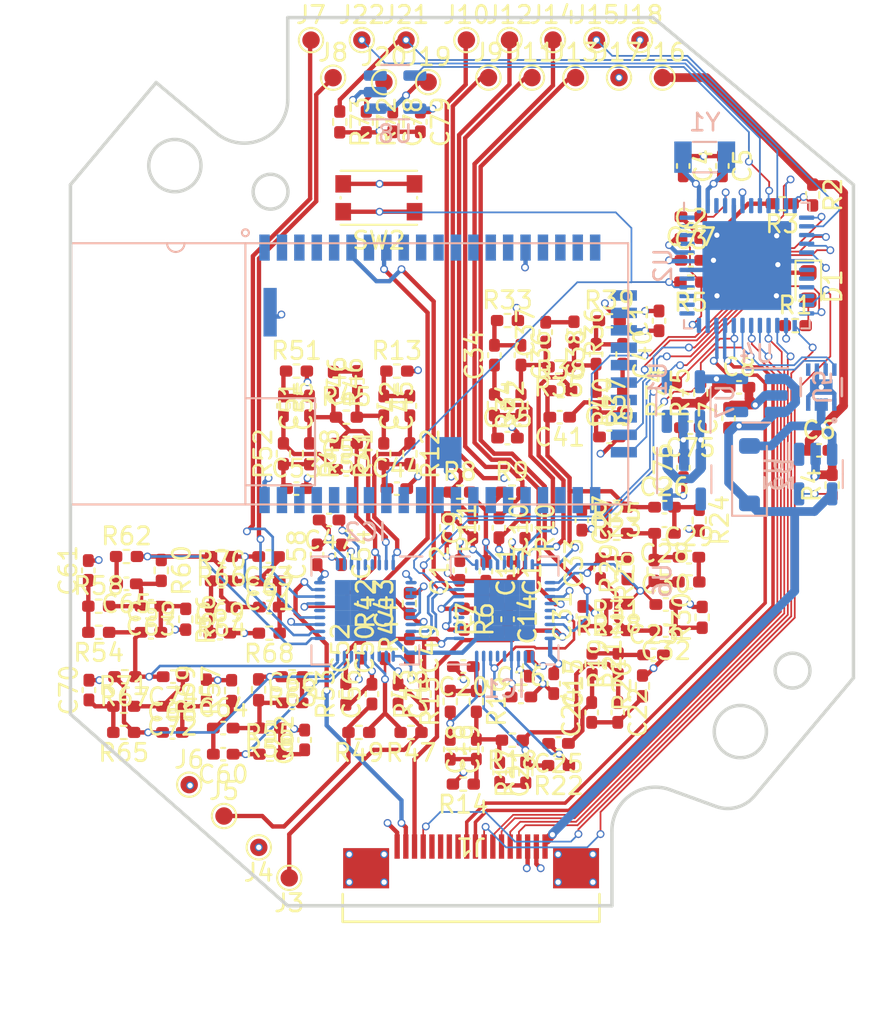
<source format=kicad_pcb>
(kicad_pcb (version 20221018) (generator pcbnew)
  (layers (0 "F.Cu" signal) (1 "In1.Cu" signal) (2 "In2.Cu" signal) (31 "B.Cu" signal) (34 "B.Paste" user) (35 "F.Paste" user) (36 "B.SilkS" user "B.Silkscreen") (37 "F.SilkS" user "F.Silkscreen") (38 "B.Mask" user) (39 "F.Mask" user) (44 "Edge.Cuts" user))
  (net 0 "")
  (net 1 "+3V3")
  (net 2 "GND")
  (net 3 "Net-(U2-VDDCORE)")
  (net 4 "Net-(U2-PA00{slash}EINT0{slash}SERCOM1.0)")
  (net 5 "Net-(U2-PA01{slash}EINT1{slash}SERCOM1.1)")
  (net 6 "+BATT")
  (net 7 "VBUS")
  (net 8 "VDD")
  (net 9 "Net-(IC1-MICL)")
  (net 10 "/FF_mic_R_+")
  (net 11 "/FB_mic_R_+")
  (net 12 "Net-(IC1-MICR)")
  (net 13 "Net-(IC1-MICS)")
  (net 14 "Net-(IC1-MICACL)")
  (net 15 "Net-(IC1-MICACR)")
  (net 16 "/AOHPR")
  (net 17 "Net-(C14-Pad2)")
  (net 18 "+1V8")
  (net 19 "/HP_driver_L/vneg")
  (net 20 "Net-(IC1-CPN)")
  (net 21 "Net-(IC1-CPP)")
  (net 22 "Net-(C18-Pad1)")
  (net 23 "Net-(C18-Pad2)")
  (net 24 "Net-(IC1-QMICL)")
  (net 25 "Net-(C20-Pad1)")
  (net 26 "Net-(C21-Pad2)")
  (net 27 "Net-(IC1-IOP1L)")
  (net 28 "Net-(C22-Pad2)")
  (net 29 "Net-(C23-Pad1)")
  (net 30 "Net-(C24-Pad2)")
  (net 31 "Net-(IC1-MIXR)")
  (net 32 "/HP_driver_R/QOP1R")
  (net 33 "Net-(C26-Pad2)")
  (net 34 "Net-(C27-Pad1)")
  (net 35 "Net-(C28-Pad2)")
  (net 36 "Net-(C29-Pad2)")
  (net 37 "/HP_driver_R/IOP2R")
  (net 38 "Net-(C30-Pad2)")
  (net 39 "Net-(C31-Pad1)")
  (net 40 "Net-(C32-Pad2)")
  (net 41 "/HP_driver_R/QOP2R")
  (net 42 "Net-(IC1-QMICR)")
  (net 43 "Net-(C34-Pad2)")
  (net 44 "Net-(C35-Pad1)")
  (net 45 "Net-(C36-Pad2)")
  (net 46 "Net-(C37-Pad2)")
  (net 47 "/HP_driver_R/IOP1R")
  (net 48 "Net-(C38-Pad2)")
  (net 49 "Net-(C39-Pad1)")
  (net 50 "Net-(C40-Pad2)")
  (net 51 "Net-(IC2-QMICL)")
  (net 52 "Net-(C42-Pad2)")
  (net 53 "/AOHPL")
  (net 54 "Net-(C43-Pad2)")
  (net 55 "Net-(C44-Pad1)")
  (net 56 "Net-(C45-Pad2)")
  (net 57 "Net-(C46-Pad2)")
  (net 58 "Net-(IC2-MICL)")
  (net 59 "/FF_mic_L_+")
  (net 60 "Net-(IC2-MICACL)")
  (net 61 "Net-(IC2-MICS)")
  (net 62 "Net-(IC2-IOP1L)")
  (net 63 "Net-(C51-Pad2)")
  (net 64 "Net-(IC2-MICACR)")
  (net 65 "Net-(C53-Pad1)")
  (net 66 "Net-(IC2-CPN)")
  (net 67 "Net-(IC2-CPP)")
  (net 68 "Net-(C55-Pad2)")
  (net 69 "/FB_mic_L_+")
  (net 70 "Net-(IC2-MICR)")
  (net 71 "Net-(IC2-MIXR)")
  (net 72 "/HP_driver_L/QOP1R")
  (net 73 "Net-(C59-Pad2)")
  (net 74 "Net-(IC2-QMICR)")
  (net 75 "Net-(C60-Pad2)")
  (net 76 "Net-(C61-Pad1)")
  (net 77 "Net-(C62-Pad1)")
  (net 78 "Net-(C63-Pad2)")
  (net 79 "Net-(C64-Pad2)")
  (net 80 "Net-(C65-Pad2)")
  (net 81 "Net-(C66-Pad2)")
  (net 82 "/HP_driver_L/IOP2R")
  (net 83 "Net-(C67-Pad2)")
  (net 84 "/HP_driver_L/IOP1R")
  (net 85 "Net-(C68-Pad2)")
  (net 86 "Net-(C69-Pad1)")
  (net 87 "Net-(C70-Pad1)")
  (net 88 "Net-(C71-Pad2)")
  (net 89 "Net-(C72-Pad2)")
  (net 90 "/HP_driver_L/QOP2R")
  (net 91 "/AREF")
  (net 92 "Net-(U8-OUT)")
  (net 93 "Net-(D1-A)")
  (net 94 "Net-(IC1-LINL)")
  (net 97 "Net-(IC1-LINR)")
  (net 98 "Net-(IC1-QLINR)")
  (net 99 "/I2C_SDA")
  (net 100 "/I2C_SCL")
  (net 102 "/HP_R_-")
  (net 104 "/HP_R_+")
  (net 105 "/audio_in_R")
  (net 108 "Net-(IC2-LINL)")
  (net 111 "Net-(IC2-LINR)")
  (net 112 "Net-(IC2-QLINR)")
  (net 114 "/HP_L_-")
  (net 116 "/HP_L_+")
  (net 117 "/audio_in_L")
  (net 124 "/D2")
  (net 125 "/ANC_PBO")
  (net 126 "/ANC_OFF")
  (net 127 "/ANC_ON")
  (net 128 "/D10")
  (net 129 "/USB_D+")
  (net 130 "/USB_D-")
  (net 131 "/D11")
  (net 132 "/D3")
  (net 133 "Net-(J20-Pad1)")
  (net 134 "/A4")
  (net 135 "/D13")
  (net 136 "/BAT_V_SENSE")
  (net 137 "Net-(U3-PROG)")
  (net 138 "/~{RESET}")
  (net 139 "/DR1")
  (net 140 "/RFS1")
  (net 141 "/SCLK1")
  (net 142 "/DT1")
  (net 143 "/MCLK1")
  (net 144 "/AOHPM")
  (net 145 "/MICN2")
  (net 146 "/MICP2")
  (net 147 "/AIR")
  (net 148 "/AIL")
  (net 149 "/MICN1")
  (net 150 "/MICP1")
  (net 151 "/MICBIAS")
  (net 152 "/DMIC1_CLK")
  (net 153 "/DMIC1_R")
  (net 154 "/DMIC1_L")
  (net 155 "/P3_2")
  (net 156 "/P2_6")
  (net 157 "/ADAP_IN")
  (net 158 "/SYS_PWR")
  (net 159 "/VDD_IO")
  (net 160 "/SK1_AMB_DET")
  (net 161 "/SK2_KEY_AD")
  (net 162 "/BM83_UART_RX")
  (net 163 "/BM83_UART_TX")
  (net 164 "/BM83_PROG_EN")
  (net 165 "/LED1")
  (net 166 "/P0_2")
  (net 167 "/LED2")
  (net 168 "/P0_6")
  (net 169 "/DN")
  (net 170 "/DP")
  (net 171 "/P0_3")
  (net 172 "/P2_7")
  (net 173 "/P0_5")
  (net 174 "/P1_6")
  (net 175 "/P2_3")
  (net 176 "/P0_1")
  (net 177 "/P0_7")
  (net 178 "/P1_2")
  (net 179 "/P1_3")
  (net 180 "/P3_7")
  (net 181 "/P0_0")
  (net 182 "/A0")
  (net 183 "/A1")
  (net 184 "/A2")
  (net 185 "/A3")
  (net 186 "/D4")
  (net 187 "/MOSI")
  (net 188 "/SCLK")
  (net 189 "/MISO")
  (net 191 "/3V3_EN")
  (net 196 "/SWCLK")
  (net 197 "/SWDIO")
  (net 198 "/A5")
  (footprint "TestPoint:TestPoint_Pad_D1.0mm" (layer "F.Cu") (at 71.5 32)
    (fp_text reference "J11")
    (fp_text value "right_side")
  )
  (footprint "Capacitor_SMD:C_0402_1005Metric_Pad0.74x0.62mm_HandSolder" (layer "F.Cu") (at 70.866 67.564)
    (fp_text reference "C16")
    (fp_text value "10uF")
  )
  (footprint "TestPoint:TestPoint_Pad_D1.0mm" (layer "F.Cu") (at 61.722 29.840795)
    (fp_text reference "J22")
    (fp_text value "ear_sensor")
  )
  (footprint "Capacitor_SMD:C_0402_1005Metric_Pad0.74x0.62mm_HandSolder" (layer "F.Cu") (at 64.4825 50.85 90)
    (fp_text reference "C42")
    (fp_text value "22nF")
  )
  (footprint "TestPoint:TestPoint_Pad_D1.0mm" (layer "F.Cu") (at 53.8 74.4)
    (fp_text reference "J5")
    (fp_text value "FB_MIC_L_+")
  )
  (footprint "Resistor_SMD:R_0402_1005Metric_Pad0.72x0.64mm_HandSolder" (layer "F.Cu") (at 58.715 53.6 -90)
    (fp_text reference "R48")
    (fp_text value "6.2k")
  )
  (footprint "Capacitor_SMD:C_0402_1005Metric_Pad0.74x0.62mm_HandSolder" (layer "F.Cu") (at 57.71875 67.9025)
    (fp_text reference "C66")
    (fp_text value "4.7nF")
  )
  (footprint "Capacitor_SMD:C_0402_1005Metric_Pad0.74x0.62mm_HandSolder" (layer "F.Cu") (at 50.86875 66.4 180)
    (fp_text reference "C74")
    (fp_text value "4.7nF")
  )
  (footprint "Capacitor_SMD:C_0402_1005Metric_Pad0.74x0.62mm_HandSolder" (layer "F.Cu") (at 62.3025 67.4 90)
    (fp_text reference "C56")
    (fp_text value "10uF")
  )
  (footprint "Capacitor_SMD:C_0402_1005Metric_Pad0.74x0.62mm_HandSolder" (layer "F.Cu") (at 82.4425 37.0745 -90)
    (fp_text reference "C5")
    (fp_text value "22pF")
  )
  (footprint "Resistor_SMD:R_0402_1005Metric_Pad0.72x0.64mm_HandSolder" (layer "F.Cu") (at 76.3645 62.23 180)
    (fp_text reference "R28")
    (fp_text value "6.2k")
  )
  (footprint "Capacitor_SMD:C_0402_1005Metric_Pad0.74x0.62mm_HandSolder" (layer "F.Cu") (at 68.302 70.568 90)
    (fp_text reference "C18")
    (fp_text value "22nF")
  )
  (footprint "Capacitor_SMD:C_0402_1005Metric_Pad0.74x0.62mm_HandSolder" (layer "F.Cu") (at 78.486 65.151)
    (fp_text reference "C23")
    (fp_text value "15nF")
  )
  (footprint "SFV18R-1STE1LF:CON18_1X18_DR_SFV_GLE" (layer "F.Cu") (at 68 78.25 180)
    (fp_text reference "J1")
    (fp_text value "connectors_board")
  )
  (footprint "Resistor_SMD:R_0402_1005Metric_Pad0.72x0.64mm_HandSolder" (layer "F.Cu") (at 46.6 63.8525 180)
    (fp_text reference "R54")
    (fp_text value "3k")
  )
  (footprint "Capacitor_SMD:C_0402_1005Metric_Pad0.74x0.62mm_HandSolder" (layer "F.Cu") (at 57.965 55.6)
    (fp_text reference "C53")
    (fp_text value "15nF")
  )
  (footprint "Resistor_SMD:R_0402_1005Metric_Pad0.72x0.64mm_HandSolder" (layer "F.Cu") (at 46.6 62.3525)
    (fp_text reference "R58")
    (fp_text value "3k")
  )
  (footprint "Capacitor_SMD:C_0402_1005Metric_Pad0.74x0.62mm_HandSolder" (layer "F.Cu") (at 80.6305 41.2405)
    (fp_text reference "C2")
    (fp_text value "1uF")
  )
  (footprint "Resistor_SMD:R_0402_1005Metric_Pad0.72x0.64mm_HandSolder" (layer "F.Cu") (at 66.802 67.818 90)
    (fp_text reference "R15")
    (fp_text value "3k")
  )
  (footprint "Capacitor_SMD:C_0402_1005Metric_Pad0.74x0.62mm_HandSolder" (layer "F.Cu") (at 79.1145 56.666)
    (fp_text reference "C26")
    (fp_text value "22nF")
  )
  (footprint "Capacitor_SMD:C_0402_1005Metric_Pad0.74x0.62mm_HandSolder" (layer "F.Cu") (at 80.1925 37.0745 -90)
    (fp_text reference "C4")
    (fp_text value "22pF")
  )
  (footprint "Resistor_SMD:R_0402_1005Metric_Pad0.72x0.64mm_HandSolder" (layer "F.Cu") (at 88.75 55.4025 90)
    (fp_text reference "R4")
    (fp_text value "6.8K")
  )
  (footprint "Resistor_SMD:R_0402_1005Metric_Pad0.72x0.64mm_HandSolder" (layer "F.Cu") (at 73.152 49.975)
    (fp_text reference "R38")
    (fp_text value "22k")
  )
  (footprint "Capacitor_SMD:C_0402_1005Metric_Pad0.74x0.62mm_HandSolder" (layer "F.Cu") (at 60.8325 54.5)
    (fp_text reference "C57")
    (fp_text value "4.7nF")
  )
  (footprint "Capacitor_SMD:C_0402_1005Metric_Pad0.74x0.62mm_HandSolder" (layer "F.Cu") (at 70.1 63.0975 -90)
    (fp_text reference "C14")
    (fp_text value "470nF")
  )
  (footprint "Capacitor_SMD:C_0402_1005Metric_Pad0.74x0.62mm_HandSolder" (layer "F.Cu") (at 56.4025 62.4)
    (fp_text reference "C67")
    (fp_text value "33nF")
  )
  (footprint "Capacitor_SMD:C_0402_1005Metric_Pad0.74x0.62mm_HandSolder" (layer "F.Cu") (at 58.715 50.85 90)
    (fp_text reference "C51")
    (fp_text value "33nF")
  )
  (footprint "Resistor_SMD:R_0402_1005Metric_Pad0.72x0.64mm_HandSolder" (layer "F.Cu") (at 76.3645 63.754)
    (fp_text reference "R31")
    (fp_text value "6.2k")
  )
  (footprint "Capacitor_SMD:C_0402_1005Metric_Pad0.74x0.62mm_HandSolder" (layer "F.Cu") (at 69.644 71.8975 -90)
    (fp_text reference "C21")
    (fp_text value "4.7nF")
  )
  (footprint "Capacitor_SMD:C_0402_1005Metric_Pad0.74x0.62mm_HandSolder" (layer "F.Cu") (at 53.75375 69.35)
    (fp_text reference "C64")
    (fp_text value "22nF")
  )
  (footprint "Resistor_SMD:R_0402_1005Metric_Pad0.72x0.64mm_HandSolder" (layer "F.Cu") (at 81.2 50.1 90)
    (fp_text reference "R75")
    (fp_text value "10k")
  )
  (footprint "Resistor_SMD:R_0402_1005Metric_Pad0.72x0.64mm_HandSolder" (layer "F.Cu") (at 53.6525 62.4 180)
    (fp_text reference "R64")
    (fp_text value "6.2k")
  )
  (footprint "Capacitor_SMD:C_0402_1005Metric_Pad0.74x0.62mm_HandSolder" (layer "F.Cu") (at 63.8025 67.4 -90)
    (fp_text reference "C48")
    (fp_text value "10uF")
  )
  (footprint "Capacitor_SMD:C_0402_1005Metric_Pad0.74x0.62mm_HandSolder" (layer "F.Cu") (at 61.4675 49.44 90)
    (fp_text reference "C46")
    (fp_text value "4.7nF")
  )
  (footprint "Resistor_SMD:R_0402_1005Metric_Pad0.72x0.64mm_HandSolder" (layer "F.Cu") (at 60.835 51.5)
    (fp_text reference "R45")
    (fp_text value "22k")
  )
  (footprint "Capacitor_SMD:C_0402_1005Metric_Pad0.74x0.62mm_HandSolder" (layer "F.Cu") (at 49.6 62.3525 180)
    (fp_text reference "C63")
    (fp_text value "22nF")
  )
  (footprint "TestPoint:TestPoint_Pad_D1.0mm" (layer "F.Cu") (at 57.55 77.95 180)
    (fp_text reference "J3")
    (fp_text value "FF_MIC_L_+")
  )
  (footprint "TestPoint:TestPoint_Pad_D1.0mm" (layer "F.Cu") (at 79 32)
    (fp_text reference "J16")
    (fp_text value "right_side")
  )
  (footprint "Capacitor_SMD:C_0402_1005Metric_Pad0.74x0.62mm_HandSolder" (layer "F.Cu") (at 76.43 68.453 -90)
    (fp_text reference "C22")
    (fp_text value "33nF")
  )
  (footprint "Resistor_SMD:R_0402_1005Metric_Pad0.72x0.64mm_HandSolder" (layer "F.Cu") (at 55.78625 67.1525 -90)
    (fp_text reference "R61" hide)
    (fp_text value "22k")
  )
  (footprint "Resistor_SMD:R_0402_1005Metric_Pad0.72x0.64mm_HandSolder" (layer "F.Cu") (at 48.1975 59.4975)
    (fp_text reference "R62")
    (fp_text value "22k")
  )
  (footprint "Resistor_SMD:R_0402_1005Metric_Pad0.72x0.64mm_HandSolder" (layer "F.Cu") (at 75.946 45.9595)
    (fp_text reference "R39")
    (fp_text value "1k")
  )
  (footprint "Resistor_SMD:R_0402_1005Metric_Pad0.72x0.64mm_HandSolder" (layer "F.Cu") (at 61.55 69.6 180)
    (fp_text reference "R49")
    (fp_text value "2.2k")
  )
  (footprint "Resistor_SMD:R_0402_1005Metric_Pad0.72x0.64mm_HandSolder" (layer "F.Cu") (at 52.78625 67.1675 90)
    (fp_text reference "R69")
    (fp_text value "1k")
  )
  (footprint "Resistor_SMD:R_0402_1005Metric_Pad0.72x0.64mm_HandSolder" (layer "F.Cu") (at 67.6 63.0975 -90)
    (fp_text reference "R6")
    (fp_text value "10k")
  )
  (footprint "Capacitor_SMD:C_0402_1005Metric_Pad0.74x0.62mm_HandSolder" (layer "F.Cu") (at 67.3525 60.3 90)
    (fp_text reference "C12")
    (fp_text value "10uF")
  )
  (footprint "Capacitor_SMD:C_0402_1005Metric_Pad0.74x0.62mm_HandSolder" (layer "F.Cu") (at 67.552 65.818 180)
    (fp_text reference "C20")
    (fp_text value "33nF")
  )
  (footprint "Capacitor_SMD:C_0402_1005Metric_Pad0.74x0.62mm_HandSolder" (layer "F.Cu") (at 72.75 66.802 -90)
    (fp_text reference "C15")
    (fp_text value "10uF")
  )
  (footprint "Resistor_SMD:R_0402_1005Metric_Pad0.72x0.64mm_HandSolder" (layer "F.Cu") (at 53.6525 59.5 180)
    (fp_text reference "R66")
    (fp_text value "22k")
  )
  (footprint "Resistor_SMD:R_0402_1005Metric_Pad0.72x0.64mm_HandSolder" (layer "F.Cu") (at 57.71875 66.4025 180)
    (fp_text reference "R63")
    (fp_text value "22k" hide)
  )
  (footprint "TestPoint:TestPoint_Pad_D1.0mm" (layer "F.Cu") (at 58.801 29.845)
    (fp_text reference "J7")
    (fp_text value "HP_L_+")
  )
  (footprint "Capacitor_SMD:C_0402_1005Metric_Pad0.74x0.62mm_HandSolder" (layer "F.Cu") (at 50.83625 68.1 180)
    (fp_text reference "C72")
    (fp_text value "33nF")
  )
  (footprint "Resistor_SMD:R_0402_1005Metric_Pad0.72x0.64mm_HandSolder" (layer "F.Cu") (at 73.0505 48.6155 180)
    (fp_text reference "R35")
    (fp_text value "22k")
  )
  (footprint "Capacitor_SMD:C_0402_1005Metric_Pad0.74x0.62mm_HandSolder" (layer "F.Cu") (at 80.518 59.5375)
    (fp_text reference "C29")
    (fp_text value "4.7nF")
  )
  (footprint "Resistor_SMD:R_0402_1005Metric_Pad0.72x0.64mm_HandSolder" (layer "F.Cu") (at 64.4525 62.2 90)
    (fp_text reference "R44")
    (fp_text value "10k")
  )
  (footprint "Resistor_SMD:R_0402_1005Metric_Pad0.72x0.64mm_HandSolder" (layer "F.Cu") (at 78.518 60.2995 90)
    (fp_text reference "R26")
    (fp_text value "22k")
  )
  (footprint "TestPoint:TestPoint_Pad_D1.0mm" (layer "F.Cu") (at 72.705627 29.840795)
    (fp_text reference "J14")
    (fp_text value "right_side")
  )
  (footprint "Capacitor_SMD:C_0402_1005Metric_Pad0.74x0.62mm_HandSolder" (layer "F.Cu") (at 64.4525 64.8 -90)
    (fp_text reference "C49")
    (fp_text value "10uF")
  )
  (footprint "Capacitor_SMD:C_0402_1005Metric_Pad0.74x0.62mm_HandSolder" (layer "F.Cu") (at 50.83625 69.6)
    (fp_text reference "C68")
    (fp_text value "33nF")
  )
  (footprint "Resistor_SMD:R_0402_1005Metric_Pad0.72x0.64mm_HandSolder" (layer "F.Cu") (at 76.454 65.659 90)
    (fp_text reference "R19")
    (fp_text value "6.2k")
  )
  (footprint "Resistor_SMD:R_0402_1005Metric_Pad0.72x0.64mm_HandSolder" (layer "F.Cu") (at 69.342 50.785 -90)
    (fp_text reference "R32")
    (fp_text value "3k")
  )
  (footprint "Capacitor_SMD:C_0402_1005Metric_Pad0.74x0.62mm_HandSolder" (layer "F.Cu") (at 78.8 45.9675 90)
    (fp_text reference "C1")
    (fp_text value "10uF")
  )
  (footprint "Resistor_SMD:R_0402_1005Metric_Pad0.72x0.64mm_HandSolder" (layer "F.Cu") (at 60.8325 53 180)
    (fp_text reference "R50")
    (fp_text value "22k")
  )
  (footprint "Capacitor_SMD:C_0402_1005Metric_Pad0.74x0.62mm_HandSolder" (layer "F.Cu") (at 79.1885 62.254)
    (fp_text reference "C30")
    (fp_text value "33nF")
  )
  (footprint "Capacitor_SMD:C_0402_1005Metric_Pad0.74x0.62mm_HandSolder" (layer "F.Cu") (at 60.55 59.4 -90)
    (fp_text reference "C54")
    (fp_text value "1uF")
  )
  (footprint "Resistor_SMD:R_0402_1005Metric_Pad0.72x0.64mm_HandSolder" (layer "F.Cu") (at 76.708 50.6335 90)
    (fp_text reference "R40")
    (fp_text value "6.2k")
  )
  (footprint "Resistor_SMD:R_0402_1005Metric_Pad0.72x0.64mm_HandSolder" (layer "F.Cu") (at 74.954 65.659 -90)
    (fp_text reference "R21")
    (fp_text value "6.2k")
  )
  (footprint "Resistor_SMD:R_0402_1005Metric_Pad0.72x0.64mm_HandSolder" (layer "F.Cu") (at 62.9825 53.6 90)
    (fp_text reference "R41")
    (fp_text value "3k")
  )
  (footprint "Resistor_SMD:R_0402_1005Metric_Pad0.72x0.64mm_HandSolder" (layer "F.Cu") (at 56.43625 69.35 180)
    (fp_text reference "R59")
    (fp_text value "3k")
  )
  (footprint "Resistor_SMD:R_0402_1005Metric_Pad0.72x0.64mm_HandSolder" (layer "F.Cu") (at 81.1145 57.416 -90)
    (fp_text reference "R24")
    (fp_text value "5.5k")
  )
  (footprint "Capacitor_SMD:C_0402_1005Metric_Pad0.74x0.62mm_HandSolder" (layer "F.Cu") (at 70.092 52.6975)
    (fp_text reference "C35")
    (fp_text value "33nF")
  )
  (footprint "Capacitor_SMD:C_0402_1005Metric_Pad0.74x0.62mm_HandSolder" (layer "F.Cu") (at 59.837665 57.4 180)
    (fp_text reference "C47")
    (fp_text value "10uF")
  )
  (footprint "Resistor_SMD:R_0402_1005Metric_Pad0.72x0.64mm_HandSolder" (layer "F.Cu") (at 56.43625 70.85)
    (fp_text reference "R55")
    (fp_text value "3k" hide)
  )
  (footprint "Resistor_SMD:R_0402_1005Metric_Pad0.72x0.64mm_HandSolder" (layer "F.Cu") (at 80.6305 43.7405 180)
    (fp_text reference "R5")
    (fp_text value "100k")
  )
  (footprint "Capacitor_SMD:C_0402_1005Metric_Pad0.74x0.62mm_HandSolder" (layer "F.Cu") (at 73.0925 51.499 180)
    (fp_text reference "C41")
    (fp_text value "4.7nF")
  )
  (footprint "Resistor_SMD:R_0402_1005Metric_Pad0.72x0.64mm_HandSolder" (layer "F.Cu") (at 63.1 62.2 90)
    (fp_text reference "R42")
    (fp_text value "10k")
  )
  (footprint "Capacitor_SMD:C_0402_1005Metric_Pad0.74x0.62mm_HandSolder" (layer "F.Cu") (at 68.1 57.85 90)
    (fp_text reference "C9")
    (fp_text value "10uF")
  )
  (footprint "TestPoint:TestPoint_Pad_D1.0mm" (layer "F.Cu") (at 74 32)
    (fp_text reference "J13")
    (fp_text value "right_side")
  )
  (footprint "Resistor_SMD:R_0402_1005Metric_Pad0.72x0.64mm_HandSolder" (layer "F.Cu") (at 48.03625 68.1)
    (fp_text reference "R71")
    (fp_text value "6.2k")
  )
  (footprint "Capacitor_SMD:C_0402_1005Metric_Pad0.74x0.62mm_HandSolder" (layer "F.Cu") (at 76.708 47.8835 -90)
    (fp_text reference "C40")
    (fp_text value "33nF")
  )
  (footprint "Resistor_SMD:R_0402_1005Metric_Pad0.72x0.64mm_HandSolder" (layer "F.Cu") (at 86.6305 46.2405)
    (fp_text reference "R1")
    (fp_text value "2.2k")
  )
  (footprint "Capacitor_SMD:C_0402_1005Metric_Pad0.74x0.62mm_HandSolder" (layer "F.Cu") (at 66.802 70.568 -90)
    (fp_text reference "C19")
    (fp_text value "22nF")
  )
  (footprint "TestPoint:TestPoint_Pad_D1.0mm" (layer "F.Cu") (at 60.071 32.004)
    (fp_text reference "J8")
    (fp_text value "HP_L_-")
  )
  (footprint "Capacitor_SMD:C_0402_1005Metric_Pad0.74x0.62mm_HandSolder" (layer "F.Cu") (at 79.1885 63.754 180)
    (fp_text reference "C32")
    (fp_text value "33nF")
  )
  (footprint "Capacitor_SMD:C_0402_1005Metric_Pad0.74x0.62mm_HandSolder" (layer "F.Cu") (at 58.43625 70.0325 90)
    (fp_text reference "C62")
    (fp_text value "33nF")
  )
  (footprint "Capacitor_SMD:C_0402_1005Metric_Pad0.74x0.62mm_HandSolder" (layer "F.Cu") (at 72.2885 46.6155 90)
    (fp_text reference "C37")
    (fp_text value "4.7nF")
  )
  (footprint "Resistor_SMD:R_0402_1005Metric_Pad0.72x0.64mm_HandSolder" (layer "F.Cu") (at 56.4025 63.9 180)
    (fp_text reference "R68")
    (fp_text value "1k")
  )
  (footprint "Resistor_SMD:R_0402_1005Metric_Pad0.72x0.64mm_HandSolder" (layer "F.Cu") (at 79.8 50.1 90)
    (fp_text reference "R74")
    (fp_text value "10k")
  )
  (footprint "TestPoint:TestPoint_Pad_D1.0mm" (layer "F.Cu") (at 67.729627 29.840795)
    (fp_text reference "J10")
    (fp_text value "right_side")
  )
  (footprint "Capacitor_SMD:C_0402_1005Metric_Pad0.74x0.62mm_HandSolder" (layer "F.Cu") (at 88 53.4025)
    (fp_text reference "C6")
    (fp_text value "10uF")
  )
  (footprint "Capacitor_SMD:C_0402_1005Metric_Pad0.74x0.62mm_HandSolder" (layer "F.Cu") (at 63.7325 55.6)
    (fp_text reference "C44")
    (fp_text value "33nF")
  )
  (footprint "Capacitor_SMD:C_0402_1005Metric_Pad0.74x0.62mm_HandSolder" (layer "F.Cu") (at 74.422 62.9325 90)
    (fp_text reference "C31")
    (fp_text value "15nF")
  )
  (footprint "Resistor_SMD:R_0402_1005Metric_Pad0.72x0.64mm_HandSolder" (layer "F.Cu") (at 67.552 72.568 180)
    (fp_text reference "R14")
    (fp_text value "5.5k")
  )
  (footprint "Resistor_SMD:R_0402_1005Metric_Pad0.72x0.64mm_HandSolder" (layer "F.Cu") (at 51.6 63.1025 -90)
    (fp_text reference "R56")
    (fp_text value "5.5k")
  )
  (footprint "Resistor_SMD:R_0402_1005Metric_Pad0.72x0.64mm_HandSolder" (layer "F.Cu") (at 64.55 69.6 180)
    (fp_text reference "R47")
    (fp_text value "2.2k")
  )
  (footprint "Capacitor_SMD:C_0402_1005Metric_Pad0.74x0.62mm_HandSolder" (layer "F.Cu") (at 80.6305 39.9905 180)
    (fp_text reference "C77")
    (fp_text value "1uF")
  )
  (footprint "Capacitor_SMD:C_0402_1005Metric_Pad0.74x0.62mm_HandSolder" (layer "F.Cu") (at 70.3525 60.3325 -90)
    (fp_text reference "C13")
    (fp_text value "10uF")
  )
  (footprint "Capacitor_SMD:C_0402_1005Metric_Pad0.74x0.62mm_HandSolder" (layer "F.Cu") (at 69.6 57.85 -90)
    (fp_text reference "C10")
    (fp_text value "10uF")
  )
  (footprint "Capacitor_SMD:C_0402_1005Metric_Pad0.74x0.62mm_HandSolder" (layer "F.Cu") (at 62.9825 50.85 -90)
    (fp_text reference "C45")
    (fp_text value "22nF")
  )
  (footprint "TestPoint:TestPoint_Pad_D1.0mm" (layer "F.Cu") (at 51.8 72.6)
    (fp_text reference "J6")
    (fp_text value "FB_MIC_L_-")
  )
  (footprint "Resistor_SMD:R_0402_1005Metric_Pad0.72x0.64mm_HandSolder" (layer "F.Cu") (at 70.092 45.9475)
    (fp_text reference "R33")
    (fp_text value "5.5k")
  )
  (footprint "Capacitor_SMD:C_0402_1005Metric_Pad0.74x0.62mm_HandSolder" (layer "F.Cu") (at 74.93 68.453 90)
    (fp_text reference "C24")
    (fp_text value "33nF")
  )
  (footprint "Resistor_SMD:R_0402_1005Metric_Pad0.72x0.64mm_HandSolder" (layer "F.Cu") (at 61.976 34.544 -90)
    (fp_text reference "R72")
    (fp_text value "200")
  )
  (footprint "Resistor_SMD:R_0402_1005Metric_Pad0.72x0.64mm_HandSolder" (layer "F.Cu") (at 77.851 66.929 90)
    (fp_text reference "R20")
    (fp_text value "1k")
  )
  (footprint "Capacitor_SMD:C_0402_1005Metric_Pad0.74x0.62mm_HandSolder" (layer "F.Cu") (at 69.342 47.9375 90)
    (fp_text reference "C34")
    (fp_text value "22nF")
  )
  (footprint "Resistor_SMD:R_0402_1005Metric_Pad0.72x0.64mm_HandSolder" (layer "F.Cu") (at 81.28 62.992 90)
    (fp_text reference "R30")
    (fp_text value "1k")
  )
  (footprint "Resistor_SMD:R_0402_1005Metric_Pad0.72x0.64mm_HandSolder" (layer "F.Cu") (at 87.6305 38.7405 -90)
    (fp_text reference "R2")
    (fp_text value "100k")
  )
  (footprint "TestPoint:TestPoint_Pad_D1.0mm" (layer "F.Cu") (at 70.205627 29.840795)
    (fp_text reference "J12")
    (fp_text value "right_side")
  )
  (footprint "Resistor_SMD:R_0402_1005Metric_Pad0.72x0.64mm_HandSolder" (layer "F.Cu") (at 76.3645 58.166)
    (fp_text reference "R25")
    (fp_text value "3k")
  )
  (footprint "Resistor_SMD:R_0402_1005Metric_Pad0.72x0.64mm_HandSolder" (layer "F.Cu") (at 68.85 63.0975 90)
    (fp_text reference "R7")
    (fp_text value "10k")
  )
  (footprint "TestPoint:TestPoint_Pad_D1.0mm" (layer "F.Cu") (at 62.992 32.258)
    (fp_text reference "J20")
    (fp_text value "ear_sensor")
  )
  (footprint "Resistor_SMD:R_0402_1005Metric_Pad0.72x0.64mm_HandSolder" (layer "F.Cu") (at 60.452 34.544 -90)
    (fp_text reference "R73")
    (fp_text value "68k")
  )
  (footprint "Resistor_SMD:R_0402_1005Metric_Pad0.72x0.64mm_HandSolder" (layer "F.Cu") (at 73.914 46.6155 -90)
    (fp_text reference "R36")
    (fp_text value "22k")
  )
  (footprint "Capacitor_SMD:C_0402_1005Metric_Pad0.74x0.62mm_HandSolder" (layer "F.Cu") (at 79.1145 58.166 180)
    (fp_text reference "C28")
    (fp_text value "22nF")
  )
  (footprint "Resistor_SMD:R_0402_1005Metric_Pad0.72x0.64mm_HandSolder" (layer "F.Cu") (at 73.025 71.501 180)
    (fp_text reference "R22")
    (fp_text value "22k")
  )
  (footprint "Resistor_SMD:R_0402_1005Metric_Pad0.72x0.64mm_HandSolder" (layer "F.Cu") (at 65.3025 67.4 90)
    (fp_text reference "R43")
    (fp_text value "2.2k")
  )
  (footprint "Resistor_SMD:R_0402_1005Metric_Pad0.72x0.64mm_HandSolder" (layer "F.Cu") (at 48.10125 66.4 180)
    (fp_text reference "R67")
    (fp_text value "22k")
  )
  (footprint "Capacitor_SMD:C_0402_1005Metric_Pad0.74x0.62mm_HandSolder" (layer "F.Cu") (at 80.6 52.1 180)
    (fp_text reference "C75")
    (fp_text value "1uF")
  )
  (footprint "Capacitor_SMD:C_0402_1005Metric_Pad0.74x0.62mm_HandSolder" (layer "F.Cu") (at 49.6 63.8525)
    (fp_text reference "C59")
    (fp_text value "22nF")
  )
  (footprint "Resistor_SMD:R_0402_1005Metric_Pad0.72x0.64mm_HandSolder" (layer "F.Cu") (at 71.144 71.8975 90)
    (fp_text reference "R17")
    (fp_text value "22k")
  )
  (footprint "Capacitor_SMD:C_0402_1005Metric_Pad0.74x0.62mm_HandSolder" (layer "F.Cu") (at 63.5 34.544 -90)
    (fp_text reference "C78")
    (fp_text value "0.1uF")
  )
  (footprint "Capacitor_SMD:C_0402_1005Metric_Pad0.74x0.62mm_HandSolder" (layer "F.Cu") (at 73.025 70.231 180)
    (fp_text reference "C25")
    (fp_text value "4.7nF")
  )
  (footprint "Resistor_SMD:R_0402_1005Metric_Pad0.72x0.64mm_HandSolder" (layer "F.Cu") (at 60.085 49.5 -90)
    (fp_text reference "R46")
    (fp_text value "22k")
  )
  (footprint "Capacitor_SMD:C_0402_1005Metric_Pad0.74x0.62mm_HandSolder" (layer "F.Cu") (at 65.0835 34.544 -90)
    (fp_text reference "C79")
    (fp_text value "10uF")
  )
  (footprint "Capacitor_SMD:C_0402_1005Metric_Pad0.74x0.62mm_HandSolder" (layer "F.Cu") (at 59.15 59.4 90)
    (fp_text reference "C58")
    (fp_text value "10uF")
  )
  (footprint "TestPoint:TestPoint_Pad_D1.0mm" (layer "F.Cu") (at 75.205627 29.840795)
    (fp_text reference "J15")
    (fp_text value "right_side")
  )
  (footprint "Resistor_SMD:R_0402_1005Metric_Pad0.72x0.64mm_HandSolder" (layer "F.Cu") (at 57.215 53.6 90)
    (fp_text reference "R52")
    (fp_text value "6.2k")
  )
  (footprint "TestPoint:TestPoint_Pad_D1.0mm" (layer "F.Cu") (at 64.262 29.840795)
    (fp_text reference "J21")
    (fp_text value "ear_sensor")
  )
  (footprint "Capacitor_SMD:C_0402_1005Metric_Pad0.74x0.62mm_HandSolder" (layer "F.Cu") (at 75.184 47.8835 90)
    (fp_text reference "C38")
    (fp_text value "33nF")
  )
  (footprint "Resistor_SMD:R_0402_1005Metric_Pad0.72x0.64mm_HandSolder" (layer "F.Cu") (at 70.866 50.785 90)
    (fp_text reference "R34")
    (fp_text value "3k")
  )
  (footprint "TestPoint:TestPoint_Pad_D1.0mm" (layer "F.Cu") (at 69 32)
    (fp_text reference "J9")
    (fp_text value "right_side")
  )
  (footprint "Resistor_SMD:R_0402_1005Metric_Pad0.72x0.64mm_HandSolder" (layer "F.Cu") (at 57.965 48.85)
    (fp_text reference "R51")
    (fp_text value "1k")
  )
  (footprint "Resistor_SMD:R_0402_1005Metric_Pad0.72x0.64mm_HandSolder" (layer "F.Cu") (at 68.302 67.818 -90)
    (fp_text reference "R16")
    (fp_text value "3k")
  )
  (footprint "Button_Switch_SMD:SW_Push_1P1T_NO_CK_KMR2" (layer "F.Cu") (at 62.7 38.9 180)
    (fp_text reference "SW2")
    (fp_text value "reset_button")
  )
  (footprint "Resistor_SMD:R_0402_1005Metric_Pad0.72x0.64mm_HandSolder" (layer "F.Cu") (at 76.962 60.198 -90)
    (fp_text reference "R29")
    (fp_text value "22k")
  )
  (footprint "Capacitor_SMD:C_0402_1005Metric_Pad0.74x0.62mm_HandSolder" (layer "F.Cu") (at 53.5625 63.9)
    (fp_text reference "C69")
    (fp_text value "15nF")
  )
  (footprint "Capacitor_SMD:C_0402_1005Metric_Pad0.74x0.62mm_HandSolder" (layer "F.Cu") (at 46.03625 67.1675 90)
    (fp_text reference "C70")
    (fp_text value "15nF")
  )
  (footprint "Capacitor_SMD:C_0402_1005Metric_Pad0.74x0.62mm_HandSolder" (layer "F.Cu") (at 61.6525 64.7675 90)
    (fp_text reference "C52")
    (fp_text value "10uF")
  )
  (footprint "Capacitor_SMD:C_0402_1005Metric_Pad0.74x0.62mm_HandSolder" (layer "F.Cu") (at 75.438 60.198 90)
    (fp_text reference "C33")
    (fp_text value "4.7nF")
  )
  (footprint "Capacitor_SMD:C_0402_1005Metric_Pad0.74x0.62mm_HandSolder" (layer "F.Cu") (at 74.3645 57.416 -90)
    (fp_text reference "C27")
    (fp_text value "33nF")
  )
  (footprint "Capacitor_SMD:C_0402_1005Metric_Pad0.74x0.62mm_HandSolder" (layer "F.Cu") (at 80.2 54.4 90)
    (fp_text reference "C76")
    (fp_text value "1uF")
  )
  (footprint "Capacitor_SMD:C_0402_1005Metric_Pad0.74x0.62mm_HandSolder" (layer "F.Cu") (at 53.75375 70.85 180)
    (fp_text reference "C60")
    (fp_text value "22nF")
  )
  (footprint "Resistor_SMD:R_0402_1005Metric_Pad0.72x0.64mm_HandSolder" (layer "F.Cu") (at 63.7325 48.85)
    (fp_text reference "R13")
    (fp_text value "5.5k")
  )
  (footprint "Resistor_SMD:R_0402_1005Metric_Pad0.72x0.64mm_HandSolder" (layer "F.Cu") (at 67.35 55.8)
    (fp_text reference "R8")
    (fp_text value "2.2k")
  )
  (footprint "Resistor_SMD:R_0402_1005Metric_Pad0.72x0.64mm_HandSolder" (layer "F.Cu") (at 75.184 50.6335 -90)
    (fp_text reference "R37")
    (fp_text value "6.2k")
  )
  (footprint "TestPoint:TestPoint_Pad_D1.0mm" (layer "F.Cu") (at 76.5 32)
    (fp_text reference "J17")
    (fp_text value "right_side")
  )
  (footprint "Capacitor_SMD:C_0402_1005Metric_Pad0.74x0.62mm_HandSolder" (layer "F.Cu") (at 70.866 47.9375 -90)
    (fp_text reference "C36")
    (fp_text value "22nF")
  )
  (footprint "Capacitor_SMD:C_0402_1005Metric_Pad0.74x0.62mm_HandSolder" (layer "F.Cu") (at 68.85 60.35 -90)
    (fp_text reference "C11")
    (fp_text value "10uF")
  )
  (footprint "Resistor_SMD:R_0402_1005Metric_Pad0.72x0.64mm_HandSolder" (layer "F.Cu") (at 76.3645 56.666 180)
    (fp_text reference "R23")
    (fp_text value "3k")
  )
  (footprint "Resistor_SMD:R_0402_1005Metric_Pad0.72x0.64mm_HandSolder" (layer "F.Cu") (at 71.1 57.85 -90)
    (fp_text reference "R10")
    (fp_text value "2.2k")
  )
  (footprint "TestPoint:TestPoint_Pad_D1.0mm" (layer "F.Cu") (at 55.8 76.2 180)
    (fp_text reference "J4")
    (fp_text value "FF_MIC_L_-")
  )
  (footprint "Capacitor_SMD:C_0402_1005Metric_Pad0.74x0.62mm_HandSolder" (layer "F.Cu") (at 46 60.3 90)
    (fp_text reference "C61")
    (fp_text value "33nF")
  )
  (footprint "Capacitor_SMD:C_0402_1005Metric_Pad0.74x0.62mm_HandSolder" (layer "F.Cu") (at 48.195 61.0675 180)
    (fp_text reference "C65")
    (fp_text value "4.7nF")
  )
  (footprint "Resistor_SMD:R_0402_1005Metric_Pad0.72x0.64mm_HandSolder" (layer "F.Cu") (at 70.37 70.0445 180)
    (fp_text reference "R18")
    (fp_text value "22k")
  )
  (footprint "Resistor_SMD:R_0402_1005Metric_Pad0.72x0.64mm_HandSolder" (layer "F.Cu") (at 54.23625 67.2 90)
    (fp_text reference "R57")
    (fp_text value "5.5k")
  )
  (footprint "Resistor_SMD:R_0402_1005Metric_Pad0.72x0.64mm_HandSolder" (layer "F.Cu") (at 60.8025 67.4 90)
    (fp_text reference "R53")
    (fp_text value "2.2k")
  )
  (footprint "Capacitor_SMD:C_0402_1005Metric_Pad0.74x0.62mm_HandSolder" (layer "F.Cu") (at 56.4025 60.9 180)
    (fp_text reference "C71")
    (fp_text value "33nF")
  )
  (footprint "Capacitor_SMD:C_0402_1005Metric_Pad0.74x0.62mm_HandSolder" (layer "F.Cu") (at 82.8 51.562 90)
    (fp_text reference "C7")
    (fp_text value "10uF")
  )
  (footprint "Resistor_SMD:R_0402_1005Metric_Pad0.72x0.64mm_HandSolder" (layer "F.Cu") (at 66.6 57.85 -90)
    (fp_text reference "R11")
    (fp_text value "2.2k")
  )
  (footprint "Resistor_SMD:R_0402_1005Metric_Pad0.72x0.64mm_HandSolder" (layer "F.Cu") (at 85.8805 39.2405 180)
    (fp_text reference "R3")
    (fp_text value "100k")
  )
  (footprint "Capacitor_SMD:C_0402_1005Metric_Pad0.74x0.62mm_HandSolder" (layer "F.Cu") (at 57.215 50.85 -90)
    (fp_text reference "C55")
    (fp_text value "33nF")
  )
  (footprint "Resistor_SMD:R_0402_1005Metric_Pad0.72x0.64mm_HandSolder" (layer "F.Cu") (at 70.35 55.8)
    (fp_text reference "R9")
    (fp_text value "2.2k")
  )
  (footprint "Resistor_SMD:R_0402_1005Metric_Pad0.72x0.64mm_HandSolder" (layer "F.Cu") (at 48.03625 69.6 180)
    (fp_text reference "R65")
    (fp_text value "6.2k")
  )
  (footprint "Capacitor_SMD:C_0402_1005Metric_Pad0.74x0.62mm_HandSolder" (layer "F.Cu") (at 75.946 52.6335)
    (fp_text reference "C39")
    (fp_text value "15nF")
  )
  (footprint "LED_SMD:LED_0603_1608Metric" (layer "F.Cu") (at 87.3805 43.9905 -90)
    (fp_text reference "D1")
    (fp_text value "RED")
  )
  (footprint "Resistor_SMD:R_0402_1005Metric_Pad0.72x0.64mm_HandSolder" (layer "F.Cu") (at 53.6525 60.9)
    (fp_text reference "R70")
    (fp_text value "6.2k")
  )
  (footprint "TestPoint:TestPoint_Pad_D1.0mm" (layer "F.Cu") (at 65.532 32.258)
    (fp_text reference "J19")
    (fp_text value "ear_sensor")
  )
  (footprint "Resistor_SMD:R_0402_1005Metric_Pad0.72x0.64mm_HandSolder" (layer "F.Cu") (at 80.518 60.96 180)
    (fp_text reference "R27")
    (fp_text value "22k")
  )
  (footprint "Capacitor_SMD:C_0402_1005Metric_Pad0.74x0.62mm_HandSolder" (layer "F.Cu") (at 71.3475 65.8 90)
    (fp_text reference "C17")
    (fp_text value "1uF")
  )
  (footprint "Capacitor_SMD:C_0402_1005Metric_Pad0.74x0.62mm_HandSolder" (layer "F.Cu") (at 56.3625 59.5 180)
    (fp_text reference "C73")
    (fp_text value "4.7nF" hide)
  )
  (footprint "TestPoint:TestPoint_Pad_D1.0mm" (layer "F.Cu") (at 77.705627 29.840795)
    (fp_text reference "J18")
    (fp_text value "right_side")
  )
  (footprint "Capacitor_SMD:C_0402_1005Metric_Pad0.74x0.62mm_HandSolder" (layer "F.Cu") (at 80.6305 42.4905)
    (fp_text reference "C3")
    (fp_text value "1uF")
  )
  (footprint "Resistor_SMD:R_0402_1005Metric_Pad0.72x0.64mm_HandSolder" (layer "F.Cu") (at 64.4825 53.6 -90)
    (fp_text reference "R12")
    (fp_text value "3k")
  )
  (footprint "Capacitor_SMD:C_0402_1005Metric_Pad0.74x0.62mm_HandSolder" (layer "F.Cu") (at 63.0525 64.8 90)
    (fp_text reference "C50")
    (fp_text value "10uF")
  )
  (footprint "Resistor_SMD:R_0402_1005Metric_Pad0.72x0.64mm_HandSolder" (layer "F.Cu") (at 50.195 60.2975 -90)
    (fp_text reference "R60")
    (fp_text value "22k")
  )
  (footprint "Capacitor_SMD:C_0402_1005Metric_Pad0.74x0.62mm_HandSolder" (layer "F.Cu") (at 61.85 62.2 -90)
    (fp_text reference "C43")
    (fp_text value "470nF")
  )
  (footprint "Capacitor_SMD:C_0402_1005Metric_Pad0.74x0.62mm_HandSolder" (layer "F.Cu") (at 83.4 49.784)
    (fp_text reference "C8")
    (fp_text value "10uF")
  )
  (footprint "BM83:BM83" (layer "B.Cu") (at 77.03 41.51 -90)
    (fp_text reference "U1")
    (fp_text value "BM83")
  )
  (footprint "as3435:QFN-36_EP_5.9x5.9_Pitch0.4mm" (layer "B.Cu") (at 69.921428 62.6)
    (fp_text reference "IC1")
    (fp_text value "AS3435-EQFM")
  )
  (footprint "Crystal:Crystal_SMD_3215-2Pin_3.2x1.5mm" (layer "B.Cu") (at 81.4265 36.5665 180)
    (fp_text reference "Y1")
    (fp_text value "32.768KHz")
  )
  (footprint "Package_DFN_QFN:TQFN-48-1EP_7x7mm_P0.5mm_EP5.1x5.1mm" (layer "B.Cu") (at 83.848 42.7905 -90)
    (fp_text reference "U2")
    (fp_text value "ATSAMD21G18_QFN")
  )
  (footprint "Diode_SMD:D_SOD-123" (layer "B.Cu") (at 84 54.8 90)
    (fp_text reference "D2")
    (fp_text value "MBR120")
  )
  (footprint "Package_TO_SOT_SMD:SOT-23-5" (layer "B.Cu") (at 80.25 55.0625 -90)
    (fp_text reference "U6")
    (fp_text value "AP2127K-1.8")
  )
  (footprint "Package_TO_SOT_SMD:SOT-23-5" (layer "B.Cu") (at 80.2 50.6 90)
    (fp_text reference "U7")
    (fp_text value "AP22814AW5")
  )
  (footprint "Package_TO_SOT_SMD:SOT-23-5" (layer "B.Cu") (at 87.8 54.765 -90)
    (fp_text reference "U3")
    (fp_text value "MCP73831T-2ACI/OT")
  )
  (footprint "Package_TO_SOT_SMD:SOT-23-5" (layer "B.Cu") (at 63.6325 32.832)
    (fp_text reference "U8")
    (fp_text value "AP22814AW5")
  )
  (footprint "MAX17048G+T10:21-0168E_T822-3_MXM" (layer "B.Cu") (at 88.126001 49.7713 90)
    (fp_text reference "U5")
    (fp_text value "MAX17048G+T10")
  )
  (footprint "as3435:QFN-36_EP_5.9x5.9_Pitch0.4mm" (layer "B.Cu") (at 61.925 62.6 180)
    (fp_text reference "IC2")
    (fp_text value "AS3435-EQFM")
  )
  (footprint "Package_TO_SOT_SMD:SOT-23-5" (layer "B.Cu") (at 84.4 50.25 180)
    (fp_text reference "U4")
    (fp_text value "SPX3819-3.3")
  )
  (gr_line (start 82.066746 73.849298) (end 79.448947 72.896497) (stroke (width 0.2)) (layer "Edge.Cuts"))
  (gr_line (start 57.462463 33.263323) (end 57.462463 28.551304) (stroke (width 0.2)) (layer "Edge.Cuts"))
  (gr_arc (start 76.093897 75.245729) (mid 77.159955 73.197848) (end 79.448947 72.896497) (stroke (width 0.2)) (layer "Edge.Cuts"))
  (gr_circle (center 83.474832 69.551304) (end 81.974832 69.551304) (stroke (width 0.2)) (fill none) (layer "Edge.Cuts"))
  (gr_line (start 89.974832 38.151304) (end 89.974832 66.472077) (stroke (width 0.2)) (layer "Edge.Cuts"))
  (gr_line (start 76.093897 75.245729) (end 76.093897 79.551304) (stroke (width 0.2)) (layer "Edge.Cuts"))
  (gr_line (start 57.462463 28.551304) (end 78.462463 28.551304) (stroke (width 0.2)) (layer "Edge.Cuts"))
  (gr_circle (center 86.474832 66.051304) (end 85.474832 66.051304) (stroke (width 0.2)) (fill none) (layer "Edge.Cuts"))
  (gr_line (start 89.974832 66.472077) (end 84.282875 73.255488) (stroke (width 0.2)) (layer "Edge.Cuts"))
  (gr_circle (center 56.474832 38.551304) (end 55.474832 38.551304) (stroke (width 0.2)) (fill none) (layer "Edge.Cuts"))
  (gr_line (start 44.974832 68.551304) (end 44.974832 38.151304) (stroke (width 0.2)) (layer "Edge.Cuts"))
  (gr_line (start 57.462463 79.551304) (end 44.974832 68.551304) (stroke (width 0.2)) (layer "Edge.Cuts"))
  (gr_arc (start 57.462463 33.263323) (mid 56.019008 35.529092) (end 53.355494 35.178434) (stroke (width 0.2)) (layer "Edge.Cuts"))
  (gr_arc (start 84.282875 73.255488) (mid 83.268424 73.901764) (end 82.066746 73.849298) (stroke (width 0.2)) (layer "Edge.Cuts"))
  (gr_line (start 76.093897 79.551304) (end 57.462463 79.551304) (stroke (width 0.2)) (layer "Edge.Cuts"))
  (gr_line (start 78.462463 28.551304) (end 89.974832 38.151304) (stroke (width 0.2)) (layer "Edge.Cuts"))
  (gr_line (start 49.901372 32.280082) (end 53.355494 35.178434) (stroke (width 0.2)) (layer "Edge.Cuts"))
  (gr_line (start 44.974832 38.151304) (end 49.901372 32.280082) (stroke (width 0.2)) (layer "Edge.Cuts"))
  (gr_circle (center 50.974832 37.051304) (end 49.474832 37.051304) (stroke (width 0.2)) (fill none) (layer "Edge.Cuts"))
  (segment (start 71.75 76.1545) (end 71.75 77.15) (width 0.25) (layer "F.Cu") (net 1))
  (segment (start 81.1675 52.7675) (end 81.2 52.8) (width 0.25) (layer "F.Cu") (net 1))
  (segment (start 71.75 77.15) (end 72 77.4) (width 0.25) (layer "F.Cu") (net 1))
  (segment (start 65.5915 33.9765) (end 65.786 33.782) (width 0.25) (layer "F.Cu") (net 1))
  (segment (start 65.0835 33.9765) (end 65.5915 33.9765) (width 0.25) (layer "F.Cu") (net 1))
  (segment (start 81.1675 52.1) (end 81.1675 52.7675) (width 0.25) (layer "F.Cu") (net 1))
  (segment (start 78 46.535) (end 78.8 46.535) (width 0.25) (layer "F.Cu") (net 1))
  (via (at 72 77.4) (size 0.45) (drill 0.3) (layers "F.Cu" "B.Cu") (net 1))
  (via (at 78 46.535) (size 0.45) (drill 0.3) (layers "F.Cu" "B.Cu") (net 1))
  (via (at 81.2 52.8) (size 0.45) (drill 0.3) (layers "F.Cu" "B.Cu") (net 1))
  (via (at 76.5 32) (size 0.45) (drill 0.3) (layers "F.Cu" "B.Cu") (net 1))
  (via (at 65.786 33.782) (size 0.45) (drill 0.3) (layers "F.Cu" "B.Cu") (net 1))
  (segment (start 79.3 53.925) (end 79.3 54.486028) (width 0.5) (layer "B.Cu") (net 1))
  (segment (start 77.975 46.51) (end 77.03 46.51) (width 0.25) (layer "B.Cu") (net 1))
  (segment (start 81.2 54.486028) (end 81.2 53.925) (width 0.5) (layer "B.Cu") (net 1))
  (segment (start 80.648528 55.0375) (end 81.2 54.486028) (width 0.5) (layer "B.Cu") (net 1))
  (segment (start 79.3 54.486028) (end 79.851472 55.0375) (width 0.5) (layer "B.Cu") (net 1))
  (segment (start 79.851472 55.0375) (end 80.648528 55.0375) (width 0.5) (layer "B.Cu") (net 1))
  (segment (start 81.2 52.8) (end 81.2 53.925) (width 0.5) (layer "B.Cu") (net 1))
  (segment (start 81.15 52.75) (end 81.2 52.8) (width 0.5) (layer "B.Cu") (net 1))
  (segment (start 78 46.535) (end 77.975 46.51) (width 0.25) (layer "B.Cu") (net 1))
  (segment (start 64.77 33.782) (end 65.786 33.782) (width 0.25) (layer "B.Cu") (net 1))
  (segment (start 81.15 51.7375) (end 81.15 52.75) (width 0.5) (layer "B.Cu") (net 1))
  (segment (start 67.31 53.594) (end 67.31 35.29) (width 0.25) (layer "F.Cu") (net 2))
  (segment (start 64.3 55.6) (end 64.3 55.5505) (width 0.25) (layer "F.Cu") (net 2))
  (segment (start 63.750001 75.350001) (end 63.750001 76.1545) (width 0.25) (layer "F.Cu") (net 2))
  (segment (start 81.198 41.2405) (end 81.198 41.1255) (width 0.25) (layer "F.Cu") (net 2))
  (segment (start 78.8 45.4) (end 78 45.4) (width 0.25) (layer "F.Cu") (net 2))
  (segment (start 72.129131 66.868369) (end 71.4335 67.564) (width 0.25) (layer "F.Cu") (net 2))
  (segment (start 67.564 66.3975) (end 66.9845 65.818) (width 0.25) (layer "F.Cu") (net 2))
  (segment (start 62.7975 35.1115) (end 62.738 35.052) (width 0.25) (layer "F.Cu") (net 2))
  (segment (start 75.692 44.958) (end 75.692 45.108) (width 0.25) (layer "F.Cu") (net 2))
  (segment (start 78.0675 66.3315) (end 78.486 65.913) (width 0.25) (layer "F.Cu") (net 2))
  (segment (start 72.129131 66.802) (end 72.1825 66.802) (width 0.25) (layer "F.Cu") (net 2))
  (segment (start 67.691 32.398026) (end 67.691 29.879422) (width 0.25) (layer "F.Cu") (net 2))
  (segment (start 80.0325 52.6325) (end 80.2 52.8) (width 0.25) (layer "F.Cu") (net 2))
  (segment (start 75.692 45.108) (end 76.5435 45.9595) (width 0.25) (layer "F.Cu") (net 2))
  (segment (start 85.283 39.2405) (end 83.930339 39.2405) (width 0.25) (layer "F.Cu") (net 2))
  (segment (start 64.4525 64.2325) (end 65.35 64.2325) (width 0.25) (layer "F.Cu") (net 2))
  (segment (start 64.33 48.85) (end 64.9005 48.85) (width 0.25) (layer "F.Cu") (net 2))
  (segment (start 59.8155 58.42) (end 59.8155 57.945335) (width 0.25) (layer "F.Cu") (net 2))
  (segment (start 81.391889 41.046611) (end 81.198 41.2405) (width 0.25) (layer "F.Cu") (net 2))
  (segment (start 71.1 60.1525) (end 70.3525 60.9) (width 0.25) (layer "F.Cu") (net 2))
  (segment (start 67.691 29.879422) (end 67.729627 29.840795) (width 0.25) (layer "F.Cu") (net 2))
  (segment (start 83.930339 39.2405) (end 82.124228 41.046611) (width 0.25) (layer "F.Cu") (net 2))
  (segment (start 66.6 54.6495) (end 66.6 33.489026) (width 0.25) (layer "F.Cu") (net 2))
  (segment (start 75.438 53.594) (end 75.553 53.594) (width 0.25) (layer "F.Cu") (net 2))
  (segment (start 81.367 36.507) (end 82.4425 36.507) (width 0.25) (layer "F.Cu") (net 2))
  (segment (start 53.40625 66.57) (end 53.43625 66.6) (width 0.25) (layer "F.Cu") (net 2))
  (segment (start 81.367 36.507) (end 80.1925 36.507) (width 0.25) (layer "F.Cu") (net 2))
  (segment (start 72.129131 66.802) (end 72.129131 66.868369) (width 0.25) (layer "F.Cu") (net 2))
  (segment (start 59.8155 57.945335) (end 59.270165 57.4) (width 0.25) (layer "F.Cu") (net 2))
  (segment (start 80.0325 52.1) (end 80.0325 52.6325) (width 0.25) (layer "F.Cu") (net 2))
  (segment (start 64.3 55.5505) (end 64.9505 54.9) (width 0.25) (layer "F.Cu") (net 2))
  (segment (start 88.75 54.805) (end 88.75 53.585) (width 0.5) (layer "F.Cu") (net 2))
  (segment (start 69.9 55) (end 68.716 55) (width 0.25) (layer "F.Cu") (net 2))
  (segment (start 58.5325 55.6) (end 58.5325 55.0675) (width 0.25) (layer "F.Cu") (net 2))
  (segment (start 67.385 60.9) (end 67.3525 60.8675) (width 0.25) (layer "F.Cu") (net 2))
  (segment (start 75.553 53.594) (end 76.5135 52.6335) (width 0.25) (layer "F.Cu") (net 2))
  (segment (start 80.5875 62.23) (end 80.752 62.3945) (width 0.25) (layer "F.Cu") (net 2))
  (segment (start 60.452 35.1415) (end 61.976 35.1415) (width 0.25) (layer "F.Cu") (net 2))
  (segment (start 62.738 38.1) (end 64.75 38.1) (width 0.25) (layer "F.Cu") (net 2))
  (segment (start 62.6485 35.1415) (end 62.738 35.052) (width 0.25) (layer "F.Cu") (net 2))
  (segment (start 68.716 55) (end 67.31 53.594) (width 0.25) (layer "F.Cu") (net 2))
  (segment (start 83.9675 50.4395) (end 83.9675 49.784) (width 0.5) (layer "F.Cu") (net 2))
  (segment (start 81.198 42.4905) (end 81.930926 42.4905) (width 0.25) (layer "F.Cu") (net 2))
  (segment (start 67.083288 60.8675) (end 66.657894 60.442106) (width 0.25) (layer "F.Cu") (net 2))
  (segment (start 46.03625 66.6) (end 46.63625 66.6) (width 0.25) (layer "F.Cu") (net 2))
  (segment (start 72.1825 66.802) (end 72.75 67.3695) (width 0.25) (layer "F.Cu") (net 2))
  (segment (start 59.403 58.8325) (end 59.15 58.8325) (width 0.25) (layer "F.Cu") (net 2))
  (segment (start 70.3525 60.9) (end 67.385 60.9) (width 0.25) (layer "F.Cu") (net 2))
  (segment (start 71.250001 76.1545) (end 71.250001 77.349999) (width 0.25) (layer "F.Cu") (net 2))
  (segment (start 61.685 64.2325) (end 61.6525 64.2) (width 0.25) (layer "F.Cu") (net 2))
  (segment (start 66.6 58.4475) (end 66.6 59.5) (width 0.25) (layer "F.Cu") (net 2))
  (segment (start 57.90125 69.465) (end 57.83625 69.4) (width 0.25) (layer "F.Cu") (net 2))
  (segment (start 70.205627 32.394373) (end 70.205627 29.840795) (width 0.25) (layer "F.Cu") (net 2))
  (segment (start 60.8025 66.8025) (end 60.8025 65.05) (width 0.25) (layer "F.Cu") (net 2))
  (segment (start 58.43625 69.465) (end 57.90125 69.465) (width 0.25) (layer "F.Cu") (net 2))
  (segment (start 55.805 63.9) (end 54.9625 63.9) (width 0.25) (layer "F.Cu") (net 2))
  (segment (start 71.1 58.4475) (end 71.1 60.1525) (width 0.25) (layer "F.Cu") (net 2))
  (segment (start 80.752 62.3945) (end 81.28 62.3945) (width 0.25) (layer "F.Cu") (net 2))
  (segment (start 62.738 38.1) (end 60.65 38.1) (width 0.25) (layer "F.Cu") (net 2))
  (segment (start 70.358 52.07) (end 70.6595 52.3715) (width 0.25) (layer "F.Cu") (net 2))
  (segment (start 71.250001 77.349999) (end 71.2 77.4) (width 0.25) (layer "F.Cu") (net 2))
  (segment (start 81.1145 58.0135) (end 80.6195 58.0135) (width 0.25) (layer "F.Cu") (net 2))
  (segment (start 66.862944 54.912444) (end 66.6 54.6495) (width 0.25) (layer "F.Cu") (net 2))
  (segment (start 75.11 62.738) (end 74.737 62.365) (width 0.25) (layer "F.Cu") (net 2))
  (segment (start 70.612 45.212) (end 70.612 45.87) (width 0.25) (layer "F.Cu") (net 2))
  (segment (start 74.3645 57.9835) (end 74.8585 57.9835) (width 0.25) (layer "F.Cu") (net 2))
  (segment (start 67.3525 60.8675) (end 67.083288 60.8675) (width 0.25) (layer "F.Cu") (net 2))
  (segment (start 80.6195 58.0135) (end 80.518 57.912) (width 0.25) (layer "F.Cu") (net 2))
  (segment (start 67.564 66.548) (end 67.564 66.3975) (width 0.25) (layer "F.Cu") (net 2))
  (segment (start 46.5675 59.7325) (end 46.6 59.7) (width 0.25) (layer "F.Cu") (net 2))
  (segment (start 77.851 66.3315) (end 78.0675 66.3315) (width 0.25) (layer "F.Cu") (net 2))
  (segment (start 66.0105 64.2325) (end 65.35 64.2325) (width 0.25) (layer "F.Cu") (net 2))
  (segment (start 82.124228 41.046611) (end 81.391889 41.046611) (width 0.25) (layer "F.Cu") (net 2))
  (segment (start 79.0535 65.151) (end 79.0535 65.3455) (width 0.25) (layer "F.Cu") (net 2))
  (segment (start 46 59.7325) (end 46.5675 59.7325) (width 0.25) (layer "F.Cu") (net 2))
  (segment (start 65.0835 35.1115) (end 63.5 35.1115) (width 0.25) (layer "F.Cu") (net 2))
  (segment (start 58.5625 49.453) (end 58.6 49.4905) (width 0.25) (layer "F.Cu") (net 2))
  (segment (start 66.294 64.516) (end 66.0105 64.2325) (width 0.25) (layer "F.Cu") (net 2))
  (segment (start 79.0535 65.3455) (end 78.486 65.913) (width 0.25) (layer "F.Cu") (net 2))
  (segment (start 87.3805 43.203) (end 86.093 43.203) (width 0.25) (layer "F.Cu") (net 2))
  (segment (start 64.9005 48.85) (end 64.9505 48.8) (width 0.25) (layer "F.Cu") (net 2))
  (segment (start 66.6 33.489026) (end 67.691 32.398026) (width 0.25) (layer "F.Cu") (net 2))
  (segment (start 58.5625 48.85) (end 58.5625 49.453) (width 0.25) (layer "F.Cu") (net 2))
  (segment (start 59.8155 58.42) (end 59.403 58.8325) (width 0.25) (layer "F.Cu") (net 2))
  (segment (start 70.612 45.87) (end 70.6895 45.9475) (width 0.25) (layer "F.Cu") (net 2))
  (segment (start 88.75 53.585) (end 88.5675 53.4025) (width 0.5) (layer "F.Cu") (net 2))
  (segment (start 88.75 54.805) (end 87.8475 54.805) (width 0.5) (layer "F.Cu") (net 2))
  (segment (start 64.4525 64.2325) (end 61.685 64.2325) (width 0.25) (layer "F.Cu") (net 2))
  (segment (start 63.2 74.8) (end 63.750001 75.350001) (width 0.25) (layer "F.Cu") (net 2))
  (segment (start 65.3025 64.28) (end 65.35 64.2325) (width 0.25) (layer "F.Cu") (net 2))
  (segment (start 67.31 35.29) (end 70.205627 32.394373) (width 0.25) (layer "F.Cu") (net 2))
  (segment (start 82.9945 50.8) (end 82.8 50.9945) (width 0.5) (layer "F.Cu") (net 2))
  (segment (start 84.328 50.8) (end 82.9945 50.8) (width 0.5) (layer "F.Cu") (net 2))
  (segment (start 63.5 35.1115) (end 62.7975 35.1115) (width 0.25) (layer "F.Cu") (net 2))
  (segment (start 84.328 50.8) (end 83.9675 50.4395) (width 0.5) (layer "F.Cu") (net 2))
  (segment (start 54.9625 63.9) (end 54.13 63.9) (width 0.25) (layer "F.Cu") (net 2))
  (segment (start 74.8585 57.9835) (end 74.93 57.912) (width 0.25) (layer "F.Cu") (net 2))
  (segment (start 67.564 71.9585) (end 66.9545 72.568) (width 0.25) (layer "F.Cu") (net 2))
  (segment (start 61.976 35.1415) (end 62.6485 35.1415) (width 0.25) (layer "F.Cu") (net 2))
  (segment (start 81.198 41.1255) (end 80.063 39.9905) (width 0.25) (layer "F.Cu") (net 2))
  (segment (start 65.3025 66.8025) (end 65.3025 64.28) (width 0.25) (layer "F.Cu") (net 2))
  (segment (start 58.5325 55.0675) (end 58.6 55) (width 0.25) (layer "F.Cu") (net 2))
  (segment (start 52.78625 66.57) (end 53.40625 66.57) (width 0.25) (layer "F.Cu") (net 2))
  (segment (start 86.093 43.203) (end 85.6305 42.7405) (width 0.25) (layer "F.Cu") (net 2))
  (segment (start 67.564 71.882) (end 67.564 71.9585) (width 0.25) (layer "F.Cu") (net 2))
  (segment (start 60.8025 65.05) (end 61.6525 64.2) (width 0.25) (layer "F.Cu") (net 2))
  (segment (start 51.6 63.7) (end 51 63.7) (width 0.25) (layer "F.Cu") (net 2))
  (segment (start 53.43625 66.6) (end 54.23375 66.6) (width 0.25) (layer "F.Cu") (net 2))
  (segment (start 70.6595 52.3715) (end 70.6595 52.6975) (width 0.25) (layer "F.Cu") (net 2))
  (segment (start 87.8475 54.805) (end 87.75 54.9025) (width 0.5) (layer "F.Cu") (net 2))
  (segment (start 80.2 53.8325) (end 80.2 52.8) (width 0.25) (layer "F.Cu") (net 2))
  (segment (start 74.737 62.365) (end 74.422 62.365) (width 0.25) (layer "F.Cu") (net 2))
  (via (at 85.563914 41.079448) (size 0.45) (drill 0.3) (layers "F.Cu" "B.Cu") (net 2))
  (via (at 56.3595 55) (size 0.45) (drill 0.3) (layers "F.Cu" "B.Cu") (net 2))
  (via (at 85.547496 44.527343) (size 0.45) (drill 0.3) (layers "F.Cu" "B.Cu") (net 2))
  (via (at 78 45.4) (size 0.45) (drill 0.3) (layers "F.Cu" "B.Cu") (net 2))
  (via (at 57.1 45.6) (size 0.45) (drill 0.3) (layers "F.Cu" "B.Cu") (net 2))
  (via (at 57.83625 69.4) (size 0.45) (drill 0.3) (layers "F.Cu" "B.Cu") (net 2))
  (via (at 66.862944 54.912444) (size 0.45) (drill 0.3) (layers "F.Cu" "B.Cu") (net 2))
  (via (at 88.126001 49.7713) (size 0.45) (drill 0.3) (layers "F.Cu" "B.Cu") (net 2))
  (via (at 81.367 36.507) (size 0.45) (drill 0.3) (layers "F.Cu" "B.Cu") (net 2))
  (via (at 63 76.6) (size 0.45) (drill 0.3) (layers "F.Cu" "B.Cu") (net 2))
  (via (at 73.66 61.468) (size 0.45) (drill 0.3) (layers "F.Cu" "B.Cu") (net 2))
  (via (at 63.2 74.8) (size 0.45) (drill 0.3) (layers "F.Cu" "B.Cu") (net 2))
  (via (at 80.2 52.8) (size 0.45) (drill 0.3) (layers "F.Cu" "B.Cu") (net 2))
  (via (at 80.5875 62.23) (size 0.45) (drill 0.3) (layers "F.Cu" "B.Cu") (net 2))
  (via (at 75.11 62.738) (size 0.45) (drill 0.3) (layers "F.Cu" "B.Cu") (net 2))
  (via (at 59.8155 58.42) (size 0.45) (drill 0.3) (layers "F.Cu" "B.Cu") (net 2))
  (via (at 58.6 55) (size 0.45) (drill 0.3) (layers "F.Cu" "B.Cu") (net 2))
  (via (at 66.294 64.516) (size 0.45) (drill 0.3) (layers "F.Cu" "B.Cu") (net 2))
  (via (at 71.2 77.4) (size 0.45) (drill 0.3) (layers "F.Cu" "B.Cu") (net 2))
  (via (at 53.43625 66.6) (size 0.45) (drill 0.3) (layers "F.Cu" "B.Cu") (net 2))
  (via (at 77.705627 29.840795) (size 0.45) (drill 0.3) (layers "F.Cu" "B.Cu") (net 2))
  (via (at 74.93 57.912) (size 0.45) (drill 0.3) (layers "F.Cu" "B.Cu") (net 2))
  (via (at 70.612 45.212) (size 0.45) (drill 0.3) (layers "F.Cu" "B.Cu") (net 2))
  (via (at 54.9625 63.9) (size 0.45) (drill 0.3) (layers "F.Cu" "B.Cu") (net 2))
  (via (at 69.9 55) (size 0.45) (drill 0.3) (layers "F.Cu" "B.Cu") (net 2))
  (via (at 63 78.2) (size 0.45) (drill 0.3) (layers "F.Cu" "B.Cu") (net 2))
  (via (at 73 76.6) (size 0.45) (drill 0.3) (layers "F.Cu" "B.Cu") (net 2))
  (via (at 75.692 44.958) (size 0.45) (drill 0.3) (layers "F.Cu" "B.Cu") (net 2))
  (via (at 87.75 54.9025) (size 0.45) (drill 0.3) (layers "F.Cu" "B.Cu") (net 2))
  (via (at 66.6 59.5) (size 0.45) (drill 0.3) (layers "F.Cu" "B.Cu") (net 2))
  (via (at 84.328 50.8) (size 0.45) (drill 0.3) (layers "F.Cu" "B.Cu") (net 2))
  (via (at 55.8 76.2) (size 0.45) (drill 0.3) (layers "F.Cu" "B.Cu") (net 2))
  (via (at 85.6305 42.7405) (size 0.45) (drill 0.3) (layers "F.Cu" "B.Cu") (net 2))
  (via (at 78.486 65.913) (size 0.45) (drill 0.3) (layers "F.Cu" "B.Cu") (net 2))
  (via (at 81.930926 42.4905) (size 0.45) (drill 0.3) (layers "F.Cu" "B.Cu") (net 2))
  (via (at 61 76.6) (size 0.45) (drill 0.3) (layers "F.Cu" "B.Cu") (net 2))
  (via (at 51.85 72.65) (size 0.45) (drill 0.3) (layers "F.Cu" "B.Cu") (net 2))
  (via (at 61 78.2) (size 0.45) (drill 0.3) (layers "F.Cu" "B.Cu") (net 2))
  (via (at 64.262 60.5) (size 0.45) (drill 0.3) (layers "F.Cu" "B.Cu") (net 2))
  (via (at 46.63625 66.6) (size 0.45) (drill 0.3) (layers "F.Cu" "B.Cu") (net 2))
  (via (at 80.518 57.912) (size 0.45) (drill 0.3) (layers "F.Cu" "B.Cu") (net 2))
  (via (at 51 63.7) (size 0.45) (drill 0.3) (layers "F.Cu" "B.Cu") (net 2))
  (via (at 82.124228 41.046611) (size 0.45) (drill 0.3) (layers "F.Cu" "B.Cu") (net 2))
  (via (at 75 78.2) (size 0.45) (drill 0.3) (layers "F.Cu" "B.Cu") (net 2))
  (via (at 70.358 52.07) (size 0.45) (drill 0.3) (layers "F.Cu" "B.Cu") (net 2))
  (via (at 82.132438 44.527343) (size 0.45) (drill 0.3) (layers "F.Cu" "B.Cu") (net 2))
  (via (at 61.214 33.274) (size 0.45) (drill 0.3) (layers "F.Cu" "B.Cu") (net 2))
  (via (at 58.6 49.4905) (size 0.45) (drill 0.3) (layers "F.Cu" "B.Cu") (net 2))
  (via (at 46.6 59.7) (size 0.45) (drill 0.3) (layers "F.Cu" "B.Cu") (net 2))
  (via (at 57.658 63.246) (size 0.45) (drill 0.3) (layers "F.Cu" "B.Cu") (net 2))
  (via (at 71.1 42.9) (size 0.45) (drill 0.3) (layers "F.Cu" "B.Cu") (net 2))
  (via (at 67.564 71.882) (size 0.45) (drill 0.3) (layers "F.Cu" "B.Cu") (net 2))
  (via (at 64.9505 48.8) (size 0.45) (drill 0.3) (layers "F.Cu" "B.Cu") (net 2))
  (via (at 75.438 53.594) (size 0.45) (drill 0.3) (layers "F.Cu" "B.Cu") (net 2))
  (via (at 64.9505 54.9) (size 0.45) (drill 0.3) (layers "F.Cu" "B.Cu") (net 2))
  (via (at 73 78.2) (size 0.45) (drill 0.3) (layers "F.Cu" "B.Cu") (net 2))
  (via (at 75 76.6) (size 0.45) (drill 0.3) (layers "F.Cu" "B.Cu") (net 2))
  (via (at 62.738 38.1) (size 0.45) (drill 0.3) (layers "F.Cu" "B.Cu") (net 2))
  (via (at 66.657894 60.442106) (size 0.45) (drill 0.3) (layers "F.Cu" "B.Cu") (net 2))
  (via (at 62.738 35.052) (size 0.45) (drill 0.3) (layers "F.Cu" "B.Cu") (net 2))
  (via (at 72.129131 66.802) (size 0.45) (drill 0.3) (layers "F.Cu" "B.Cu") (net 2))
  (via (at 67.564 66.548) (size 0.45) (drill 0.3) (layers "F.Cu" "B.Cu") (net 2))
  (segment (start 87.8 54.8525) (end 87.75 54.9025) (width 0.5) (layer "B.Cu") (net 2))
  (segment (start 61.656 32.832) (end 61.214 33.274) (width 0.25) (layer "B.Cu") (net 2))
  (segment (start 87.922801 49.7713) (end 88.126001 49.7713) (width 0.25) (layer "B.Cu") (net 2))
  (segment (start 57.658 63.246) (end 57.812 63.4) (width 0.15) (layer "B.Cu") (net 2))
  (segment (start 87.376 50.318101) (end 87.922801 49.7713) (width 0.25) (layer "B.Cu") (net 2))
  (segment (start 82.291889 41.046611) (end 83.098 40.2405) (width 0.25) (layer "B.Cu") (net 2))
  (segment (start 66.56 53.78) (end 66.56 54.6095) (width 0.25) (layer "B.Cu") (net 2))
  (segment (start 88.876002 50.142001) (end 88.505301 49.7713) (width 0.25) (layer "B.Cu") (net 2))
  (segment (start 66.294 64.516) (end 66.61 64.2) (width 0.15) (layer "B.Cu") (net 2))
  (segment (start 62.495 32.832) (end 61.656 32.832) (width 0.25) (layer "B.Cu") (net 2))
  (segment (start 87.876001 48.768) (end 87.876001 49.5213) (width 0.25) (layer "B.Cu") (net 2))
  (segment (start 80.2 52.8) (end 80.2 51.7375) (width 0.5) (layer "B.Cu") (net 2))
  (segment (start 73.328 61.8) (end 72.546428 61.8) (width 0.15) (layer "B.Cu") (net 2))
  (segment (start 87.8 53.6275) (end 87.8 54.8525) (width 0.5) (layer "B.Cu") (net 2))
  (segment (start 80.25 52.85) (end 80.2 52.8) (width 0.5) (layer "B.Cu") (net 2))
  (segment (start 59.8155 58.42) (end 59.8155 58.6655) (width 0.15) (layer "B.Cu") (net 2))
  (segment (start 56.13 55.2295) (end 56.3595 55) (width 0.25) (layer "B.Cu") (net 2))
  (segment (start 81.598 46.228) (end 81.598 45.061781) (width 0.25) (layer "B.Cu") (net 2))
  (segment (start 71.13 42.87) (end 71.1 42.9) (width 0.25) (layer "B.Cu") (net 2))
  (segment (start 80.25 53.925) (end 80.25 52.85) (width 0.5) (layer "B.Cu") (net 2))
  (segment (start 81.598 45.061781) (end 82.132438 44.527343) (width 0.25) (layer "B.Cu") (net 2))
  (segment (start 71.121428 65.643626) (end 71.121428 65.225) (width 0.15) (layer "B.Cu") (net 2))
  (segment (start 59.8155 58.6655) (end 60.725 59.575) (width 0.15) (layer "B.Cu") (net 2))
  (segment (start 64.262 60.5) (end 64.55 60.788) (width 0.15) (layer "B.Cu") (net 2))
  (segment (start 57.812 63.4) (end 59.3 63.4) (width 0.15) (layer "B.Cu") (net 2))
  (segment (start 88.876002 50.7746) (end 88.876002 50.142001) (width 0.25) (layer "B.Cu") (net 2))
  (segment (start 87.376 50.318101) (end 87.376 50.7746) (width 0.25) (layer "B.Cu") (net 2))
  (segment (start 56.98 45.72) (end 57.1 45.6) (width 0.25) (layer "B.Cu") (net 2))
  (segment (start 84.328 50.8) (end 84.878 50.25) (width 0.5) (layer "B.Cu") (net 2))
  (segment (start 64.55 60.788) (end 64.55 61) (width 0.15) (layer "B.Cu") (net 2))
  (segment (start 56.45 45.72) (end 56.98 45.72) (width 0.25) (layer "B.Cu") (net 2))
  (segment (start 66.61 64.2) (end 67.296428 64.2) (width 0.15) (layer "B.Cu") (net 2))
  (segment (start 88.505301 49.7713) (end 88.126001 49.7713) (width 0.25) (layer "B.Cu") (net 2))
  (segment (start 73.66 61.468) (end 73.328 61.8) (width 0.15) (layer "B.Cu") (net 2))
  (segment (start 84.878 50.25) (end 85.5375 50.25) (width 0.5) (layer "B.Cu") (net 2))
  (segment (start 56.13 56.51) (end 56.13 55.2295) (width 0.25) (layer "B.Cu") (net 2))
  (segment (start 72.129131 66.651329) (end 71.121428 65.643626) (width 0.15) (layer "B.Cu") (net 2))
  (segment (start 71.13 41.51) (end 71.13 42.87) (width 0.25) (layer "B.Cu") (net 2))
  (segment (start 83.098 40.2405) (end 83.098 39.353) (width 0.25) (layer "B.Cu") (net 2))
  (segment (start 82.124228 41.046611) (end 82.291889 41.046611) (width 0.25) (layer "B.Cu") (net 2))
  (segment (start 87.876001 49.5213) (end 88.126001 49.7713) (width 0.25) (layer "B.Cu") (net 2))
  (segment (start 72.129131 66.802) (end 72.129131 66.651329) (width 0.15) (layer "B.Cu") (net 2))
  (segment (start 60.725 59.575) (end 60.725 59.975) (width 0.15) (layer "B.Cu") (net 2))
  (segment (start 80.4105 43.0405) (end 83.598 43.0405) (width 0.25) (layer "B.Cu") (net 2))
  (segment (start 66.56 54.6095) (end 66.862944 54.912444) (width 0.25) (layer "B.Cu") (net 2))
  (segment (start 84.098 42.5405) (end 83.848 42.7905) (width 0.25) (layer "B.Cu") (net 2))
  (segment (start 87.2855 42.5405) (end 84.098 42.5405) (width 0.25) (layer "B.Cu") (net 2))
  (segment (start 83.598 43.0405) (end 83.848 42.7905) (width 0.25) (layer "B.Cu") (net 2))
  (segment (start 79.3805 42.4905) (end 80.063 42.4905) (width 0.25) (layer "F.Cu") (net 3))
  (via (at 79.3805 42.4905) (size 0.45) (drill 0.3) (layers "F.Cu" "B.Cu") (net 3))
  (segment (start 79.4305 42.5405) (end 80.4105 42.5405) (width 0.25) (layer "B.Cu") (net 3))
  (segment (start 79.3805 42.4905) (end 79.4305 42.5405) (width 0.25) (layer "B.Cu") (net 3))
  (segment (start 80.1925 37.642) (end 80.47 37.642) (width 0.25) (layer "F.Cu") (net 4))
  (segment (start 80.47 37.642) (end 80.9185 38.0905) (width 0.25) (layer "F.Cu") (net 4))
  (via (at 80.9185 38.0905) (size 0.45) (drill 0.3) (layers "F.Cu" "B.Cu") (net 4))
  (segment (start 80.1765 37.3485) (end 80.9185 38.0905) (width 0.25) (layer "B.Cu") (net 4))
  (segment (start 81.098 38.27) (end 80.9185 38.0905) (width 0.25) (layer "B.Cu") (net 4))
  (segment (start 81.098 39.3605) (end 81.098 38.27) (width 0.25) (layer "B.Cu") (net 4))
  (segment (start 80.1765 36.5665) (end 80.1765 37.3485) (width 0.25) (layer "B.Cu") (net 4))
  (segment (start 82.4425 37.642) (end 82.383 37.642) (width 0.25) (layer "F.Cu") (net 5))
  (segment (start 82.383 37.642) (end 81.9345 38.0905) (width 0.25) (layer "F.Cu") (net 5))
  (via (at 81.9345 38.0905) (size 0.45) (drill 0.3) (layers "F.Cu" "B.Cu") (net 5))
  (segment (start 82.6765 37.3485) (end 81.9345 38.0905) (width 0.25) (layer "B.Cu") (net 5))
  (segment (start 81.598 38.427) (end 81.598 39.3605) (width 0.25) (layer "B.Cu") (net 5))
  (segment (start 81.9345 38.0905) (end 81.598 38.427) (width 0.25) (layer "B.Cu") (net 5))
  (segment (start 82.6765 36.5665) (end 82.6765 37.3485) (width 0.25) (layer "B.Cu") (net 5))
  (segment (start 87.6305 38.1005) (end 87.6305 38.143) (width 0.5) (layer "F.Cu") (net 6))
  (segment (start 81.53 32) (end 87.6305 38.1005) (width 0.5) (layer "F.Cu") (net 6))
  (segment (start 79 32) (end 81.53 32) (width 0.5) (layer "F.Cu") (net 6))
  (segment (start 87.4325 53.4025) (end 87.4325 52.8175) (width 0.5) (layer "F.Cu") (net 6))
  (segment (start 87.6305 38.143) (end 88.943 38.143) (width 0.5) (layer "F.Cu") (net 6))
  (segment (start 88.943 38.143) (end 89.408 38.608) (width 0.5) (layer "F.Cu") (net 6))
  (segment (start 89.408 38.608) (end 89.408 50.842) (width 0.5) (layer "F.Cu") (net 6))
  (segment (start 87.4325 52.8175) (end 88.25 52) (width 0.5) (layer "F.Cu") (net 6))
  (segment (start 89.408 50.842) (end 88.25 52) (width 0.5) (layer "F.Cu") (net 6))
  (via (at 88.25 52) (size 0.45) (drill 0.3) (layers "F.Cu" "B.Cu") (net 6))
  (segment (start 88.75 52.5) (end 88.25 52) (width 0.5) (layer "B.Cu") (net 6))
  (segment (start 88.75 53.6275) (end 88.75 52.5) (width 0.5) (layer "B.Cu") (net 6))
  (segment (start 88.25 52) (end 86.4 52) (width 0.5) (layer "B.Cu") (net 6))
  (segment (start 86.4 52) (end 85.25 53.15) (width 0.5) (layer "B.Cu") (net 6))
  (segment (start 85.25 53.15) (end 84 53.15) (width 0.5) (layer "B.Cu") (net 6))
  (segment (start 88.118125 51.868125) (end 88.118125 50.6658) (width 0.5) (layer "B.Cu") (net 6))
  (segment (start 88.25 52) (end 88.118125 51.868125) (width 0.5) (layer "B.Cu") (net 6))
  (segment (start 72.6759 75.4699) (end 72.3524 75.7934) (width 0.5) (layer "F.Cu") (net 7))
  (segment (start 83.4 52) (end 82.9295 52) (width 0.5) (layer "F.Cu") (net 7))
  (segment (start 82.9295 52) (end 82.8 52.1295) (width 0.5) (layer "F.Cu") (net 7))
  (via (at 72.6759 75.4699) (size 0.45) (drill 0.3) (layers "F.Cu" "B.Cu") (net 7))
  (via (at 83.4 52) (size 0.45) (drill 0.3) (layers "F.Cu" "B.Cu") (net 7))
  (segment (start 86.6 61.482) (end 86.6 56.915) (width 0.5) (layer "B.Cu") (net 7))
  (segment (start 86.098528 51.2) (end 86.65 50.648528) (width 0.5) (layer "B.Cu") (net 7))
  (segment (start 86.6 56.915) (end 84.465 56.915) (width 0.5) (layer "B.Cu") (net 7))
  (segment (start 72.6759 75.4699) (end 72.6759 75.4061) (width 0.5) (layer "B.Cu") (net 7))
  (segment (start 82.8 52.4) (end 82.8 55.25) (width 0.5) (layer "B.Cu") (net 7))
  (segment (start 82.8 55.25) (end 84 56.45) (width 0.5) (layer "B.Cu") (net 7))
  (segment (start 84 56.45) (end 84.465 56.915) (width 0.5) (layer "B.Cu") (net 7))
  (segment (start 87.7375 56.915) (end 88.75 55.9025) (width 0.5) (layer "B.Cu") (net 7))
  (segment (start 86.65 50.648528) (end 86.65 49.851472) (width 0.5) (layer "B.Cu") (net 7))
  (segment (start 83.4 52) (end 83.2 52) (width 0.5) (layer "B.Cu") (net 7))
  (segment (start 83.4 52) (end 84.7375 52) (width 0.5) (layer "B.Cu") (net 7))
  (segment (start 83.2 52) (end 82.8 52.4) (width 0.5) (layer "B.Cu") (net 7))
  (segment (start 84.7375 52) (end 85.5375 51.2) (width 0.5) (layer "B.Cu") (net 7))
  (segment (start 86.65 49.851472) (end 86.098528 49.3) (width 0.5) (layer "B.Cu") (net 7))
  (segment (start 72.6759 75.4061) (end 86.6 61.482) (width 0.5) (layer "B.Cu") (net 7))
  (segment (start 85.5375 51.2) (end 86.098528 51.2) (width 0.5) (layer "B.Cu") (net 7))
  (segment (start 86.098528 49.3) (end 85.5375 49.3) (width 0.5) (layer "B.Cu") (net 7))
  (segment (start 84.465 56.915) (end 87.7375 56.915) (width 0.5) (layer "B.Cu") (net 7))
  (segment (start 81.228 45.693) (end 80.7305 46.1905) (width 0.1) (layer "F.Cu") (net 8))
  (segment (start 81.228 43.7405) (end 81.228 45.693) (width 0.1) (layer "F.Cu") (net 8))
  (segment (start 79.3805 41.6155) (end 79.7555 41.2405) (width 0.25) (layer "F.Cu") (net 8))
  (segment (start 82.8325 49.784) (end 82.584 49.784) (width 0.5) (layer "F.Cu") (net 8))
  (segment (start 82.584 49.784) (end 82.1 49.3) (width 0.5) (layer "F.Cu") (net 8))
  (segment (start 81.228 43.7405) (end 80.5805 43.093) (width 0.1) (layer "F.Cu") (net 8))
  (segment (start 82.1 49.3) (end 82.1 49.7975) (width 0.5) (layer "F.Cu") (net 8))
  (segment (start 82.1 49.7975) (end 81.2 50.6975) (width 0.5) (layer "F.Cu") (net 8))
  (segment (start 79.7555 41.2405) (end 80.063 41.2405) (width 0.25) (layer "F.Cu") (net 8))
  (segment (start 81.2 50.6975) (end 79.8 50.6975) (width 0.5) (layer "F.Cu") (net 8))
  (segment (start 80.5805 43.093) (end 80.5805 41.758) (width 0.1) (layer "F.Cu") (net 8))
  (segment (start 80.5805 41.758) (end 80.063 41.2405) (width 0.1) (layer "F.Cu") (net 8))
  (via (at 82.1 49.3) (size 0.45) (drill 0.3) (layers "F.Cu" "B.Cu") (net 8))
  (via (at 79.3805 41.6155) (size 0.45) (drill 0.3) (layers "F.Cu" "B.Cu") (net 8))
  (via (at 83.598 38.5905) (size 0.45) (drill 0.3) (layers "F.Cu" "B.Cu") (net 8))
  (via (at 88.392 42.926) (size 0.45) (drill 0.3) (layers "F.Cu" "B.Cu") (net 8))
  (via (at 80.7305 46.1905) (size 0.45) (drill 0.3) (layers "F.Cu" "B.Cu") (net 8))
  (segment (start 80.768 46.228) (end 80.7305 46.1905) (width 0.25) (layer "B.Cu") (net 8))
  (segment (start 81.3125 49.3) (end 81.15 49.4625) (width 0.5) (layer "B.Cu") (net 8))
  (segment (start 88.392 42.926) (end 88.392 42.90898) (width 0.1) (layer "B.Cu") (net 8))
  (segment (start 79.3805 41.6155) (end 79.8055 42.0405) (width 0.25) (layer "B.Cu") (net 8))
  (segment (start 83.598 38.5905) (end 83.598 39.353) (width 0.25) (layer "B.Cu") (net 8))
  (segment (start 82.1 49.3) (end 83.2625 49.3) (width 0.5) (layer "B.Cu") (net 8))
  (segment (start 88.392 42.90898) (end 87.52352 42.0405) (width 0.1) (layer "B.Cu") (net 8))
  (segment (start 87.52352 42.0405) (end 87.2855 42.0405) (width 0.1) (layer "B.Cu") (net 8))
  (segment (start 82.1 49.3) (end 81.3125 49.3) (width 0.5) (layer "B.Cu") (net 8))
  (segment (start 81.098 46.228) (end 80.768 46.228) (width 0.25) (layer "B.Cu") (net 8))
  (segment (start 79.8055 42.0405) (end 80.4105 42.0405) (width 0.25) (layer "B.Cu") (net 8))
  (segment (start 66.935 57.2525) (end 66.6 57.2525) (width 0.25) (layer "F.Cu") (net 9))
  (segment (start 68.1 58.4175) (end 68.1 59.1) (width 0.25) (layer "F.Cu") (net 9))
  (segment (start 68.1 58.4175) (end 66.935 57.2525) (width 0.25) (layer "F.Cu") (net 9))
  (via (at 68.1 59.1) (size 0.45) (drill 0.3) (layers "F.Cu" "B.Cu") (net 9))
  (segment (start 68.194512 59.1) (end 68.1 59.1) (width 0.127) (layer "B.Cu") (net 9))
  (segment (start 68.721428 59.975) (end 68.721428 59.636638) (width 0.15) (layer "B.Cu") (net 9))
  (segment (start 68.721428 59.636638) (end 68.18479 59.1) (width 0.15) (layer "B.Cu") (net 9))
  (segment (start 68.18479 59.1) (end 68.1 59.1) (width 0.15) (layer "B.Cu") (net 9))
  (segment (start 68.584 32) (end 66.95 33.634) (width 0.25) (layer "F.Cu") (net 10))
  (segment (start 66.95 33.634) (end 66.95 54.221682) (width 0.25) (layer "F.Cu") (net 10))
  (segment (start 68.1 57.2825) (end 66.7525 55.935) (width 0.25) (layer "F.Cu") (net 10))
  (segment (start 66.7525 55.935) (end 66.7525 55.8) (width 0.25) (layer "F.Cu") (net 10))
  (segment (start 67.412944 54.684626) (end 67.412944 55.139556) (width 0.25) (layer "F.Cu") (net 10))
  (segment (start 66.95 54.221682) (end 67.412944 54.684626) (width 0.25) (layer "F.Cu") (net 10))
  (segment (start 67.412944 55.139556) (end 66.7525 55.8) (width 0.25) (layer "F.Cu") (net 10))
  (segment (start 69 32) (end 68.584 32) (width 0.25) (layer "F.Cu") (net 10))
  (segment (start 70.9475 55.935) (end 70.9475 55.8) (width 0.25) (layer "F.Cu") (net 11))
  (segment (start 70.125199 54.356) (end 70.9475 55.178301) (width 0.25) (layer "F.Cu") (net 11))
  (segment (start 67.66 35.464) (end 67.66 53.182) (width 0.25) (layer "F.Cu") (net 11))
  (segment (start 71.5 32) (end 71.124 32) (width 0.25) (layer "F.Cu") (net 11))
  (segment (start 71.124 32) (end 67.66 35.464) (width 0.25) (layer "F.Cu") (net 11))
  (segment (start 70.9475 55.178301) (end 70.9475 55.8) (width 0.25) (layer "F.Cu") (net 11))
  (segment (start 68.834 54.356) (end 70.125199 54.356) (width 0.25) (layer "F.Cu") (net 11))
  (segment (start 67.66 53.182) (end 68.834 54.356) (width 0.25) (layer "F.Cu") (net 11))
  (segment (start 69.6 57.2825) (end 70.9475 55.935) (width 0.25) (layer "F.Cu") (net 11))
  (segment (start 70.8475 57.2525) (end 71.1 57.2525) (width 0.25) (layer "F.Cu") (net 12))
  (segment (start 69.6825 58.4175) (end 70.8475 57.2525) (width 0.25) (layer "F.Cu") (net 12))
  (segment (start 69.6 58.4175) (end 69.6 59.1) (width 0.25) (layer "F.Cu") (net 12))
  (segment (start 69.6 58.4175) (end 69.6825 58.4175) (width 0.25) (layer "F.Cu") (net 12))
  (via (at 69.6 59.1) (size 0.45) (drill 0.3) (layers "F.Cu" "B.Cu") (net 12))
  (segment (start 69.921428 59.975) (end 69.921428 59.421428) (width 0.15) (layer "B.Cu") (net 12))
  (segment (start 69.921428 59.421428) (end 69.6 59.1) (width 0.15) (layer "B.Cu") (net 12))
  (segment (start 68.85 56.85) (end 68.85 59.7825) (width 0.25) (layer "F.Cu") (net 13))
  (segment (start 69.7525 55.8) (end 69.7525 55.9475) (width 0.25) (layer "F.Cu") (net 13))
  (segment (start 67.9475 55.9475) (end 68.85 56.85) (width 0.25) (layer "F.Cu") (net 13))
  (segment (start 69.7525 55.9475) (end 68.85 56.85) (width 0.25) (layer "F.Cu") (net 13))
  (segment (start 67.9475 55.8) (end 67.9475 55.9475) (width 0.25) (layer "F.Cu") (net 13))
  (via (at 68.85 58.674) (size 0.45) (drill 0.3) (layers "F.Cu" "B.Cu") (net 13))
  (segment (start 69.521428 59.75) (end 69.521428 59.975) (width 0.15) (layer "B.Cu") (net 13))
  (segment (start 68.85 58.674) (end 68.85 59.078572) (width 0.15) (layer "B.Cu") (net 13))
  (segment (start 68.85 59.078572) (end 69.521428 59.75) (width 0.15) (layer "B.Cu") (net 13))
  (segment (start 67.355 58.674) (end 67.355 59.6825) (width 0.25) (layer "F.Cu") (net 14))
  (via (at 67.355 58.674) (size 0.45) (drill 0.3) (layers "F.Cu" "B.Cu") (net 14))
  (segment (start 67.355 59.244786) (end 67.355 58.674) (width 0.127) (layer "B.Cu") (net 14))
  (segment (start 68.321428 59.975) (end 68.085214 59.975) (width 0.127) (layer "B.Cu") (net 14))
  (segment (start 68.085214 59.975) (end 67.355 59.244786) (width 0.127) (layer "B.Cu") (net 14))
  (segment (start 70.3525 58.6795) (end 70.358 58.674) (width 0.25) (layer "F.Cu") (net 15))
  (segment (start 70.3525 59.765) (end 70.3525 58.6795) (width 0.25) (layer "F.Cu") (net 15))
  (via (at 70.358 58.674) (size 0.45) (drill 0.3) (layers "F.Cu" "B.Cu") (net 15))
  (segment (start 70.321428 58.710572) (end 70.321428 59.975) (width 0.15) (layer "B.Cu") (net 15))
  (segment (start 70.358 58.674) (end 70.321428 58.710572) (width 0.15) (layer "B.Cu") (net 15))
  (segment (start 67.160677 61.722) (end 69.292 61.722) (width 0.25) (layer "F.Cu") (net 16))
  (segment (start 65.85 44.85) (end 65.85 60.411323) (width 0.25) (layer "F.Cu") (net 16))
  (segment (start 65.85 60.411323) (end 67.160677 61.722) (width 0.25) (layer "F.Cu") (net 16))
  (segment (start 69.292 61.722) (end 70.1 62.53) (width 0.25) (layer "F.Cu") (net 16))
  (segment (start 64 43) (end 65.85 44.85) (width 0.25) (layer "F.Cu") (net 16))
  (via (at 64 43) (size 0.45) (drill 0.3) (layers "F.Cu" "B.Cu") (net 16))
  (segment (start 61.13 42.26) (end 61.13 41.51) (width 0.25) (layer "B.Cu") (net 16))
  (segment (start 63.312 43.688) (end 62.558 43.688) (width 0.25) (layer "B.Cu") (net 16))
  (segment (start 62.558 43.688) (end 61.13 42.26) (width 0.25) (layer "B.Cu") (net 16))
  (segment (start 64 43) (end 63.312 43.688) (width 0.25) (layer "B.Cu") (net 16))
  (segment (start 68.85 63.695) (end 70.07 63.695) (width 0.25) (layer "F.Cu") (net 17))
  (segment (start 73.025 65.659) (end 72.75 65.934) (width 0.25) (layer "F.Cu") (net 18))
  (segment (start 80.2 54.9675) (end 80.2 56) (width 0.25) (layer "F.Cu") (net 18))
  (segment (start 59.15 60.05) (end 59.6 60.5) (width 0.25) (layer "F.Cu") (net 18))
  (segment (start 72.75 65.934) (end 72.75 66.2345) (width 0.25) (layer "F.Cu") (net 18))
  (via (at 73.025 65.659) (size 0.45) (drill 0.3) (layers "F.Cu" "B.Cu") (net 18))
  (via (at 59.6 60.5) (size 0.45) (drill 0.3) (layers "F.Cu" "B.Cu") (net 18))
  (via (at 80.2 56) (size 0.45) (drill 0.3) (layers "F.Cu" "B.Cu") (net 18))
  (segment (start 79.5 56) (end 79.3 56.2) (width 0.25) (layer "B.Cu") (net 18))
  (segment (start 80.2 56) (end 79.5 56) (width 0.25) (layer "B.Cu") (net 18))
  (segment (start 59.6 60.5) (end 59.3 60.8) (width 0.25) (layer "B.Cu") (net 18))
  (segment (start 73.025 65.659) (end 72.546428 65.180428) (width 0.25) (layer "B.Cu") (net 18))
  (segment (start 59.3 60.8) (end 59.3 60.975) (width 0.25) (layer "B.Cu") (net 18))
  (segment (start 72.546428 65.180428) (end 72.546428 64.225) (width 0.25) (layer "B.Cu") (net 18))
  (segment (start 70.358 67.5045) (end 70.2985 67.564) (width 0.15) (layer "F.Cu") (net 19))
  (segment (start 60.6 58) (end 60.6 57.594835) (width 0.15) (layer "F.Cu") (net 19))
  (segment (start 60.6 57.594835) (end 60.405165 57.4) (width 0.15) (layer "F.Cu") (net 19))
  (segment (start 70.358 66.802) (end 70.358 67.5045) (width 0.15) (layer "F.Cu") (net 19))
  (via (at 60.6 58) (size 0.45) (drill 0.3) (layers "F.Cu" "B.Cu") (net 19))
  (via (at 70.358 66.802) (size 0.45) (drill 0.3) (layers "F.Cu" "B.Cu") (net 19))
  (segment (start 64.349 65.024) (end 67.497428 65.024) (width 0.25) (layer "B.Cu") (net 19))
  (segment (start 70.321428 65.225) (end 70.321428 63.95) (width 0.15) (layer "B.Cu") (net 19))
  (segment (start 70.675 63.6725) (end 70.675 62.6225) (width 0.15) (layer "B.Cu") (net 19))
  (segment (start 70.321428 66.765428) (end 70.321428 65.225) (width 0.15) (layer "B.Cu") (net 19))
  (segment (start 61.525 59.975) (end 61.525 61.25) (width 0.15) (layer "B.Cu") (net 19))
  (segment (start 60.6 58) (end 61.525 58.925) (width 0.15) (layer "B.Cu") (net 19))
  (segment (start 67.497428 65.024) (end 68.608928 63.9125) (width 0.25) (layer "B.Cu") (net 19))
  (segment (start 70.321428 63.95) (end 70.358928 63.9125) (width 0.15) (layer "B.Cu") (net 19))
  (segment (start 61.525 59.975) (end 61.525 58.925) (width 0.15) (layer "B.Cu") (net 19))
  (segment (start 70.358 66.802) (end 70.321428 66.765428) (width 0.15) (layer "B.Cu") (net 19))
  (segment (start 63.2375 63.9125) (end 64.349 65.024) (width 0.25) (layer "B.Cu") (net 19))
  (segment (start 68.671428 63.85) (end 69.921428 62.6) (width 0.25) (layer "B.Cu") (net 19))
  (segment (start 70.80605 66) (end 70.98 66) (width 0.127) (layer "F.Cu") (net 20))
  (segment (start 70.98 66) (end 71.3475 66.3675) (width 0.127) (layer "F.Cu") (net 20))
  (via (at 70.80605 66) (size 0.45) (drill 0.3) (layers "F.Cu" "B.Cu") (net 20))
  (segment (start 70.80605 66) (end 70.721428 65.915378) (width 0.15) (layer "B.Cu") (net 20))
  (segment (start 70.721428 65.915378) (end 70.721428 65.225) (width 0.15) (layer "B.Cu") (net 20))
  (segment (start 72.136 65.786) (end 71.901 65.786) (width 0.15) (layer "F.Cu") (net 21))
  (segment (start 71.901 65.786) (end 71.3475 65.2325) (width 0.15) (layer "F.Cu") (net 21))
  (via (at 72.136 65.786) (size 0.45) (drill 0.3) (layers "F.Cu" "B.Cu") (net 21))
  (segment (start 72.136 65.786) (end 71.758776 65.786) (width 0.15) (layer "B.Cu") (net 21))
  (segment (start 71.758776 65.786) (end 71.521428 65.548652) (width 0.15) (layer "B.Cu") (net 21))
  (segment (start 71.521428 65.548652) (end 71.521428 65.225) (width 0.15) (layer "B.Cu") (net 21))
  (segment (start 68.302 72.4155) (end 68.1495 72.568) (width 0.25) (layer "F.Cu") (net 22))
  (segment (start 68.302 71.1355) (end 68.302 72.4155) (width 0.25) (layer "F.Cu") (net 22))
  (segment (start 68.302 71.1355) (end 66.802 71.1355) (width 0.25) (layer "F.Cu") (net 22))
  (segment (start 68.302 68.4155) (end 68.302 70.0005) (width 0.25) (layer "F.Cu") (net 23))
  (segment (start 69.62 70.197) (end 69.7725 70.0445) (width 0.25) (layer "F.Cu") (net 23))
  (segment (start 68.302 70.0005) (end 69.7285 70.0005) (width 0.25) (layer "F.Cu") (net 23))
  (segment (start 69.62 71.479) (end 69.62 70.197) (width 0.25) (layer "F.Cu") (net 23))
  (segment (start 69.7285 70.0005) (end 69.7725 70.0445) (width 0.25) (layer "F.Cu") (net 23))
  (segment (start 66.802 70.0005) (end 66.802 69.088) (width 0.25) (layer "F.Cu") (net 24))
  (segment (start 66.802 69.088) (end 66.802 68.4155) (width 0.25) (layer "F.Cu") (net 24))
  (via (at 66.802 69.088) (size 0.45) (drill 0.3) (layers "F.Cu" "B.Cu") (net 24))
  (segment (start 66.802 69.088) (end 68.321428 67.568572) (width 0.15) (layer "B.Cu") (net 24))
  (segment (start 68.321428 67.568572) (end 68.321428 65.225) (width 0.15) (layer "B.Cu") (net 24))
  (segment (start 68.302 66.0005) (end 68.1195 65.818) (width 0.25) (layer "F.Cu") (net 25))
  (segment (start 68.302 67.2205) (end 68.302 66.0005) (width 0.25) (layer "F.Cu") (net 25))
  (segment (start 68.302 67.2205) (end 66.802 67.2205) (width 0.25) (layer "F.Cu") (net 25))
  (segment (start 71.12 72.644) (end 69.65 72.644) (width 0.25) (layer "F.Cu") (net 26))
  (segment (start 72.4275 71.501) (end 71.345 71.501) (width 0.25) (layer "F.Cu") (net 27))
  (segment (start 71.416 69.596) (end 73.800026 69.596) (width 0.25) (layer "F.Cu") (net 27))
  (segment (start 74.634528 65.674) (end 75.8715 65.674) (width 0.25) (layer "F.Cu") (net 27))
  (segment (start 71.12 70.612) (end 71.12 70.197) (width 0.25) (layer "F.Cu") (net 27))
  (segment (start 71.12 70.197) (end 70.9675 70.0445) (width 0.25) (layer "F.Cu") (net 27))
  (segment (start 76.454 66.2565) (end 76.454 67.8615) (width 0.25) (layer "F.Cu") (net 27))
  (segment (start 76.454 67.8615) (end 76.43 67.8855) (width 0.25) (layer "F.Cu") (net 27))
  (segment (start 71.12 71.509) (end 71.12 70.612) (width 0.25) (layer "F.Cu") (net 27))
  (segment (start 73.800026 69.596) (end 74.045 69.351026) (width 0.25) (layer "F.Cu") (net 27))
  (segment (start 70.9675 70.0445) (end 71.416 69.596) (width 0.25) (layer "F.Cu") (net 27))
  (segment (start 74.045 66.263528) (end 74.634528 65.674) (width 0.25) (layer "F.Cu") (net 27))
  (segment (start 75.8715 65.674) (end 76.454 66.2565) (width 0.25) (layer "F.Cu") (net 27))
  (segment (start 74.045 69.351026) (end 74.045 66.263528) (width 0.25) (layer "F.Cu") (net 27))
  (segment (start 71.345 71.501) (end 71.144 71.3) (width 0.25) (layer "F.Cu") (net 27))
  (via (at 71.12 70.612) (size 0.45) (drill 0.3) (layers "F.Cu" "B.Cu") (net 27))
  (segment (start 68.721428 68.213428) (end 71.12 70.612) (width 0.15) (layer "B.Cu") (net 27))
  (segment (start 68.721428 65.225) (end 68.721428 68.213428) (width 0.15) (layer "B.Cu") (net 27))
  (segment (start 76.43 69.0205) (end 74.93 69.0205) (width 0.25) (layer "F.Cu") (net 28))
  (segment (start 77.851 67.5265) (end 77.851 67.5995) (width 0.25) (layer "F.Cu") (net 28))
  (segment (start 77.851 67.5995) (end 76.43 69.0205) (width 0.25) (layer "F.Cu") (net 28))
  (segment (start 77.9185 65.151) (end 76.5435 65.151) (width 0.25) (layer "F.Cu") (net 29))
  (segment (start 74.954 65.0615) (end 76.454 65.0615) (width 0.25) (layer "F.Cu") (net 29))
  (segment (start 76.5435 65.151) (end 76.454 65.0615) (width 0.25) (layer "F.Cu") (net 29))
  (segment (start 73.66 70.231) (end 74.395 69.496) (width 0.25) (layer "F.Cu") (net 30))
  (segment (start 74.395 68.4205) (end 74.93 67.8855) (width 0.25) (layer "F.Cu") (net 30))
  (segment (start 74.395 69.496) (end 74.395 68.4205) (width 0.25) (layer "F.Cu") (net 30))
  (segment (start 74.954 67.8615) (end 74.93 67.8855) (width 0.25) (layer "F.Cu") (net 30))
  (segment (start 74.954 66.2565) (end 74.954 67.8615) (width 0.25) (layer "F.Cu") (net 30))
  (segment (start 73.5925 70.231) (end 73.66 70.231) (width 0.25) (layer "F.Cu") (net 30))
  (segment (start 70.565 64.69) (end 69.342 65.913) (width 0.15) (layer "F.Cu") (net 31))
  (segment (start 73.914 64.262) (end 73.406 64.77) (width 0.15) (layer "F.Cu") (net 31))
  (segment (start 71.63919 64.69) (end 70.565 64.69) (width 0.15) (layer "F.Cu") (net 31))
  (segment (start 73.6225 71.396) (end 73.05875 70.83225) (width 0.25) (layer "F.Cu") (net 31))
  (segment (start 71.71919 64.77) (end 71.63919 64.69) (width 0.15) (layer "F.Cu") (net 31))
  (segment (start 73.66 62.992) (end 73.914 63.246) (width 0.15) (layer "F.Cu") (net 31))
  (segment (start 73.406 64.77) (end 71.71919 64.77) (width 0.15) (layer "F.Cu") (net 31))
  (segment (start 73.05875 70.83225) (end 72.4575 70.231) (width 0.25) (layer "F.Cu") (net 31))
  (segment (start 73.914 63.246) (end 73.914 64.262) (width 0.15) (layer "F.Cu") (net 31))
  (via (at 69.342 65.913) (size 0.45) (drill 0.3) (layers "F.Cu" "B.Cu") (net 31))
  (via (at 73.05875 70.83225) (size 0.45) (drill 0.3) (layers "F.Cu" "B.Cu") (net 31))
  (via (at 73.66 62.992) (size 0.45) (drill 0.3) (layers "F.Cu" "B.Cu") (net 31))
  (segment (start 73.05875 70.83225) (end 72.61025 70.83225) (width 0.15) (layer "B.Cu") (net 31))
  (segment (start 69.342 67.564) (end 72.35625 70.57825) (width 0.15) (layer "B.Cu") (net 31))
  (segment (start 72.61025 70.83225) (end 72.39 70.612) (width 0.15) (layer "B.Cu") (net 31))
  (segment (start 69.342 65.913) (end 69.342 67.564) (width 0.15) (layer "B.Cu") (net 31))
  (segment (start 73.66 62.992) (end 73.652 63) (width 0.15) (layer "B.Cu") (net 31))
  (segment (start 69.121428 65.692428) (end 69.342 65.913) (width 0.15) (layer "B.Cu") (net 31))
  (segment (start 69.121428 65.225) (end 69.121428 65.692428) (width 0.15) (layer "B.Cu") (net 31))
  (segment (start 73.652 63) (end 72.546428 63) (width 0.15) (layer "B.Cu") (net 31))
  (segment (start 72.39 50.1395) (end 72.5545 49.975) (width 0.25) (layer "F.Cu") (net 32))
  (segment (start 73.9775 58.9915) (end 73.66 58.674) (width 0.25) (layer "F.Cu") (net 32))
  (segment (start 76.962 56.666) (end 78.547 56.666) (width 0.25) (layer "F.Cu") (net 32))
  (segment (start 76.962 56.666) (end 76.049 55.753) (width 0.25) (layer "F.Cu") (net 32))
  (segment (start 76.049 55.753) (end 73.66 55.753) (width 0.25) (layer "F.Cu") (net 32))
  (segment (start 72.39 53.710104) (end 72.39 51.634) (width 0.25) (layer "F.Cu") (net 32))
  (segment (start 72.525 51.499) (end 72.39 51.364) (width 0.25) (layer "F.Cu") (net 32))
  (segment (start 73.66 54.980104) (end 72.39 53.710104) (width 0.25) (layer "F.Cu") (net 32))
  (segment (start 72.39 51.364) (end 72.39 50.1395) (width 0.25) (layer "F.Cu") (net 32))
  (segment (start 73.66 58.674) (end 73.66 54.980104) (width 0.25) (layer "F.Cu") (net 32))
  (segment (start 72.39 51.634) (end 72.525 51.499) (width 0.25) (layer "F.Cu") (net 32))
  (via (at 73.9775 58.9915) (size 0.45) (drill 0.3) (layers "F.Cu" "B.Cu") (net 32))
  (segment (start 73.9775 58.9915) (end 72.994 59.975) (width 0.15) (layer "B.Cu") (net 32))
  (segment (start 72.994 59.975) (end 71.521428 59.975) (width 0.15) (layer "B.Cu") (net 32))
  (segment (start 80.962 56.666) (end 81.1145 56.8185) (width 0.25) (layer "F.Cu") (net 33))
  (segment (start 79.682 58.166) (end 79.682 56.666) (width 0.25) (layer "F.Cu") (net 33))
  (segment (start 79.682 56.666) (end 80.962 56.666) (width 0.25) (layer "F.Cu") (net 33))
  (segment (start 75.767 56.666) (end 74.547 56.666) (width 0.25) (layer "F.Cu") (net 34))
  (segment (start 74.547 56.666) (end 74.3645 56.8485) (width 0.25) (layer "F.Cu") (net 34))
  (segment (start 75.767 56.666) (end 75.767 58.166) (width 0.25) (layer "F.Cu") (net 34))
  (segment (start 78.547 59.673) (end 78.518 59.702) (width 0.25) (layer "F.Cu") (net 35))
  (segment (start 79.9505 59.5375) (end 78.6825 59.5375) (width 0.25) (layer "F.Cu") (net 35))
  (segment (start 78.547 58.166) (end 78.547 59.673) (width 0.25) (layer "F.Cu") (net 35))
  (segment (start 76.962 58.166) (end 78.547 58.166) (width 0.25) (layer "F.Cu") (net 35))
  (segment (start 78.6825 59.5375) (end 78.518 59.702) (width 0.25) (layer "F.Cu") (net 35))
  (segment (start 81.0855 59.5375) (end 81.0855 60.93) (width 0.25) (layer "F.Cu") (net 36))
  (segment (start 78.581 60.96) (end 78.518 60.897) (width 0.25) (layer "F.Cu") (net 37))
  (segment (start 78.621 61) (end 78.518 60.897) (width 0.25) (layer "F.Cu") (net 37))
  (segment (start 79.9205 60.96) (end 78.581 60.96) (width 0.25) (layer "F.Cu") (net 37))
  (segment (start 77.724 61.468) (end 77.947 61.468) (width 0.15) (layer "F.Cu") (net 37))
  (segment (start 77.724 61.468) (end 77.835 61.468) (width 0.15) (layer "F.Cu") (net 37))
  (segment (start 76.962 60.7955) (end 77.0315 60.7955) (width 0.25) (layer "F.Cu") (net 37))
  (segment (start 77.724 61.468) (end 76.962 62.23) (width 0.15) (layer "F.Cu") (net 37))
  (segment (start 77.835 61.468) (end 78.621 62.254) (width 0.15) (layer "F.Cu") (net 37))
  (segment (start 77.947 61.468) (end 78.518 60.897) (width 0.15) (layer "F.Cu") (net 37))
  (segment (start 77.6345 61.468) (end 76.962 60.7955) (width 0.15) (layer "F.Cu") (net 37))
  (segment (start 77.724 61.468) (end 77.6345 61.468) (width 0.15) (layer "F.Cu") (net 37))
  (via (at 77.724 61.468) (size 0.45) (drill 0.3) (layers "F.Cu" "B.Cu") (net 37))
  (segment (start 74.092615 59.944) (end 76.2 59.944) (width 0.15) (layer "B.Cu") (net 37))
  (segment (start 73.036615 61) (end 74.092615 59.944) (width 0.15) (layer "B.Cu") (net 37))
  (segment (start 76.2 59.944) (end 77.724 61.468) (width 0.15) (layer "B.Cu") (net 37))
  (segment (start 72.546428 61) (end 73.036615 61) (width 0.15) (layer "B.Cu") (net 37))
  (segment (start 79.9205 63.5895) (end 79.756 63.754) (width 0.25) (layer "F.Cu") (net 38))
  (segment (start 81.28 63.5895) (end 79.9205 63.5895) (width 0.25) (layer "F.Cu") (net 38))
  (segment (start 79.756 62.254) (end 79.756 63.754) (width 0.25) (layer "F.Cu") (net 38))
  (segment (start 74.422 63.5) (end 75.6025 63.5) (width 0.25) (layer "F.Cu") (net 39))
  (segment (start 75.6025 63.5) (end 75.8565 63.754) (width 0.25) (layer "F.Cu") (net 39))
  (segment (start 75.767 63.754) (end 75.767 62.23) (width 0.25) (layer "F.Cu") (net 39))
  (segment (start 76.3495 61.677) (end 75.438 60.7655) (width 0.25) (layer "F.Cu") (net 40))
  (segment (start 76.962 63.754) (end 76.3495 63.1415) (width 0.25) (layer "F.Cu") (net 40))
  (segment (start 78.621 63.754) (end 77.0515 63.754) (width 0.25) (layer "F.Cu") (net 40))
  (segment (start 76.3495 63.1415) (end 76.3495 61.677) (width 0.25) (layer "F.Cu") (net 40))
  (segment (start 74.676 60.452) (end 74.676 60.3925) (width 0.25) (layer "F.Cu") (net 41))
  (segment (start 76.962 59.6005) (end 75.468 59.6005) (width 0.25) (layer "F.Cu") (net 41))
  (segment (start 74.676 60.3925) (end 75.438 59.6305) (width 0.25) (layer "F.Cu") (net 41))
  (segment (start 75.468 59.6005) (end 75.438 59.6305) (width 0.25) (layer "F.Cu") (net 41))
  (via (at 74.676 60.452) (size 0.45) (drill 0.3) (layers "F.Cu" "B.Cu") (net 41))
  (segment (start 73.938169 60.452) (end 72.990169 61.4) (width 0.15) (layer "B.Cu") (net 41))
  (segment (start 72.990169 61.4) (end 72.546428 61.4) (width 0.15) (layer "B.Cu") (net 41))
  (segment (start 74.676 60.452) (end 73.938169 60.452) (width 0.15) (layer "B.Cu") (net 41))
  (segment (start 69.342 50.1875) (end 69.342 48.505) (width 0.25) (layer "F.Cu") (net 42))
  (segment (start 72.7 55.010052) (end 71.411 53.721052) (width 0.25) (layer "F.Cu") (net 42))
  (segment (start 72.7 57.954293) (end 72.7 55.010052) (width 0.25) (layer "F.Cu") (net 42))
  (segment (start 72.781301 58.035594) (end 72.7 57.954293) (width 0.25) (layer "F.Cu") (net 42))
  (segment (start 71.185472 50.8) (end 69.9545 50.8) (width 0.25) (layer "F.Cu") (net 42))
  (segment (start 69.9545 50.8) (end 69.342 50.1875) (width 0.25) (layer "F.Cu") (net 42))
  (segment (start 71.411 51.025528) (end 71.185472 50.8) (width 0.25) (layer "F.Cu") (net 42))
  (segment (start 71.411 53.721052) (end 71.411 51.025528) (width 0.25) (layer "F.Cu") (net 42))
  (via (at 72.781301 58.035594) (size 0.45) (drill 0.3) (layers "F.Cu" "B.Cu") (net 42))
  (segment (start 72.012406 58.035594) (end 70.721428 59.326572) (width 0.15) (layer "B.Cu") (net 42))
  (segment (start 72.781301 58.035594) (end 72.012406 58.035594) (width 0.15) (layer "B.Cu") (net 42))
  (segment (start 70.721428 59.326572) (end 70.721428 59.975) (width 0.15) (layer "B.Cu") (net 42))
  (segment (start 70.866 47.37) (end 69.342 47.37) (width 0.25) (layer "F.Cu") (net 43))
  (segment (start 69.342 46.1) (end 69.4945 45.9475) (width 0.25) (layer "F.Cu") (net 43))
  (segment (start 69.342 47.38) (end 69.342 46.1) (width 0.25) (layer "F.Cu") (net 43))
  (segment (start 69.342 51.3925) (end 69.342 52.515) (width 0.25) (layer "F.Cu") (net 44))
  (segment (start 69.342 52.515) (end 69.5245 52.6975) (width 0.25) (layer "F.Cu") (net 44))
  (segment (start 69.342 51.3825) (end 70.866 51.3825) (width 0.25) (layer "F.Cu") (net 44))
  (segment (start 70.866 48.505) (end 70.866 50.1875) (width 0.25) (layer "F.Cu") (net 45))
  (segment (start 72.2885 48.451) (end 72.453 48.6155) (width 0.25) (layer "F.Cu") (net 45))
  (segment (start 70.866 48.505) (end 72.3425 48.505) (width 0.25) (layer "F.Cu") (net 45))
  (segment (start 72.255 48.4175) (end 72.453 48.6155) (width 0.25) (layer "F.Cu") (net 45))
  (segment (start 72.3425 48.505) (end 72.453 48.6155) (width 0.25) (layer "F.Cu") (net 45))
  (segment (start 72.2885 47.183) (end 72.2885 48.451) (width 0.25) (layer "F.Cu") (net 45))
  (segment (start 73.884 46.048) (end 73.914 46.018) (width 0.25) (layer "F.Cu") (net 46))
  (segment (start 72.2885 46.048) (end 73.884 46.048) (width 0.25) (layer "F.Cu") (net 46))
  (segment (start 73.914 47.213) (end 73.914 48.3495) (width 0.25) (layer "F.Cu") (net 47))
  (segment (start 73.152 49.213) (end 73.7495 49.8105) (width 0.25) (layer "F.Cu") (net 47))
  (segment (start 73.152 49.213) (end 73.648 48.717) (width 0.25) (layer "F.Cu") (net 47))
  (segment (start 71.882 49.745528) (end 72.414528 49.213) (width 0.25) (layer "F.Cu") (net 47))
  (segment (start 73.914 48.3495) (end 73.648 48.6155) (width 0.25) (layer "F.Cu") (net 47))
  (segment (start 73.31 58.516) (end 73.31 55.125078) (width 0.25) (layer "F.Cu") (net 47))
  (segment (start 75.184 50.036) (end 75.184 48.451) (width 0.25) (layer "F.Cu") (net 47))
  (segment (start 73.7495 49.8105) (end 73.7495 49.975) (width 0.25) (layer "F.Cu") (net 47))
  (segment (start 73.7365 48.527) (end 73.648 48.6155) (width 0.25) (layer "F.Cu") (net 47))
  (segment (start 71.882 53.697078) (end 71.882 49.745528) (width 0.25) (layer "F.Cu") (net 47))
  (segment (start 75.184 48.527) (end 73.7365 48.527) (width 0.25) (layer "F.Cu") (net 47))
  (segment (start 73.648 48.717) (end 73.648 48.6155) (width 0.25) (layer "F.Cu") (net 47))
  (segment (start 72.414528 49.213) (end 73.152 49.213) (width 0.25) (layer "F.Cu") (net 47))
  (segment (start 73.31 55.125078) (end 71.882 53.697078) (width 0.25) (layer "F.Cu") (net 47))
  (segment (start 72.898 58.928) (end 73.31 58.516) (width 0.25) (layer "F.Cu") (net 47))
  (via (at 72.898 58.928) (size 0.45) (drill 0.3) (layers "F.Cu" "B.Cu") (net 47))
  (segment (start 71.677777 58.928) (end 71.121428 59.484349) (width 0.15) (layer "B.Cu") (net 47))
  (segment (start 72.898 58.928) (end 71.677777 58.928) (width 0.15) (layer "B.Cu") (net 47))
  (segment (start 71.121428 59.484349) (end 71.121428 59.975) (width 0.15) (layer "B.Cu") (net 47))
  (segment (start 75.184 46.124) (end 75.3485 45.9595) (width 0.25) (layer "F.Cu") (net 48))
  (segment (start 76.708 47.316) (end 75.184 47.316) (width 0.25) (layer "F.Cu") (net 48))
  (segment (start 75.184 47.392) (end 75.184 46.124) (width 0.25) (layer "F.Cu") (net 48))
  (segment (start 75.3605 52.451) (end 75.543 52.6335) (width 0.25) (layer "F.Cu") (net 49))
  (segment (start 76.708 51.231) (end 75.184 51.231) (width 0.25) (layer "F.Cu") (net 49))
  (segment (start 75.184 52.439) (end 75.3785 52.6335) (width 0.25) (layer "F.Cu") (net 49))
  (segment (start 75.184 51.231) (end 75.184 52.439) (width 0.25) (layer "F.Cu") (net 49))
  (segment (start 76.708 48.451) (end 76.708 50.036) (width 0.25) (layer "F.Cu") (net 50))
  (segment (start 74.5105 50.6485) (end 76.0955 50.6485) (width 0.25) (layer "F.Cu") (net 50))
  (segment (start 76.0955 50.6485) (end 76.708 50.036) (width 0.25) (layer "F.Cu") (net 50))
  (segment (start 73.66 51.499) (end 74.5105 50.6485) (width 0.25) (layer "F.Cu") (net 50))
  (segment (start 63.754 59.25) (end 63.754 58.554) (width 0.25) (layer "F.Cu") (net 51))
  (segment (start 62.4375 53.840528) (end 62.663028 53.615) (width 0.25) (layer "F.Cu") (net 51))
  (segment (start 63.87 53.615) (end 64.4825 53.0025) (width 0.25) (layer "F.Cu") (net 51))
  (segment (start 64.4825 53.0025) (end 64.4825 51.4175) (width 0.25) (layer "F.Cu") (net 51))
  (segment (start 62.4375 57.2375) (end 62.4375 53.840528) (width 0.25) (layer "F.Cu") (net 51))
  (segment (start 63.754 58.554) (end 62.4375 57.2375) (width 0.25) (layer "F.Cu") (net 51))
  (segment (start 62.663028 53.615) (end 63.87 53.615) (width 0.25) (layer "F.Cu") (net 51))
  (via (at 63.754 59.25) (size 0.45) (drill 0.3) (layers "F.Cu" "B.Cu") (net 51))
  (segment (start 63.754 59.25) (end 63.525 59.479) (width 0.15) (layer "B.Cu") (net 51))
  (segment (start 63.525 59.479) (end 63.525 59.975) (width 0.15) (layer "B.Cu") (net 51))
  (segment (start 62.9825 49.0025) (end 63.135 48.85) (width 0.25) (layer "F.Cu") (net 52))
  (segment (start 62.9825 50.2825) (end 64.4825 50.2825) (width 0.25) (layer "F.Cu") (net 52))
  (segment (start 62.9825 50.2825) (end 62.9825 49.0025) (width 0.25) (layer "F.Cu") (net 52))
  (segment (start 62.4625 61.02) (end 62.932 61.02) (width 0.25) (layer "F.Cu") (net 53))
  (segment (start 65.5 58.452) (end 65.5 45.5) (width 0.25) (layer "F.Cu") (net 53))
  (segment (start 61.85 61.6325) (end 62.4625 61.02) (width 0.25) (layer "F.Cu") (net 53))
  (segment (start 62.932 61.02) (end 65.5 58.452) (width 0.25) (layer "F.Cu") (net 53))
  (segment (start 65.5 45.5) (end 63 43) (width 0.25) (layer "F.Cu") (net 53))
  (via (at 63 43) (size 0.45) (drill 0.3) (layers "F.Cu" "B.Cu") (net 53))
  (segment (start 63 43) (end 63 41.64) (width 0.25) (layer "B.Cu") (net 53))
  (segment (start 61.85 62.7675) (end 63.07 62.7675) (width 0.25) (layer "F.Cu") (net 54))
  (segment (start 63.07 62.7675) (end 63.1 62.7975) (width 0.25) (layer "F.Cu") (net 54))
  (segment (start 62.9825 55.4175) (end 63.165 55.6) (width 0.25) (layer "F.Cu") (net 55))
  (segment (start 62.9825 54.1975) (end 64.4825 54.1975) (width 0.25) (layer "F.Cu") (net 55))
  (segment (start 62.9825 54.1975) (end 62.9825 55.4175) (width 0.25) (layer "F.Cu") (net 55))
  (segment (start 61.4675 50.0075) (end 61.4675 51.465) (width 0.25) (layer "F.Cu") (net 56))
  (segment (start 62.9825 51.4175) (end 62.9825 53.0025) (width 0.25) (layer "F.Cu") (net 56))
  (segment (start 62.9825 51.4175) (end 61.415 51.4175) (width 0.25) (layer "F.Cu") (net 56))
  (segment (start 60.115 48.8725) (end 60.085 48.9025) (width 0.25) (layer "F.Cu") (net 57))
  (segment (start 61.4675 48.8725) (end 60.115 48.8725) (width 0.25) (layer "F.Cu") (net 57))
  (segment (start 63.961 66.8325) (end 65.126 67.9975) (width 0.25) (layer "F.Cu") (net 58))
  (segment (start 65.126 67.9975) (end 65.3025 67.9975) (width 0.25) (layer "F.Cu") (net 58))
  (segment (start 63.8025 66.8325) (end 63.8025 66.0825) (width 0.25) (layer "F.Cu") (net 58))
  (segment (start 63.8025 66.8325) (end 63.961 66.8325) (width 0.25) (layer "F.Cu") (net 58))
  (via (at 63.8025 66.0825) (size 0.45) (drill 0.3) (layers "F.Cu" "B.Cu") (net 58))
  (segment (start 63.7075 66.0825) (end 63.8025 66.0825) (width 0.15) (layer "B.Cu") (net 58))
  (segment (start 63.125 65.5) (end 63.7075 66.0825) (width 0.15) (layer "B.Cu") (net 58))
  (segment (start 63.125 65.225) (end 63.125 65.5) (width 0.15) (layer "B.Cu") (net 58))
  (segment (start 62.4 70.6) (end 64.1475 70.6) (width 0.25) (layer "F.Cu") (net 59))
  (segment (start 65.1475 69.3125) (end 63.8025 67.9675) (width 0.25) (layer "F.Cu") (net 59))
  (segment (start 65.1475 69.6) (end 64.1475 70.6) (width 0.25) (layer "F.Cu") (net 59))
  (segment (start 57.55 75.45) (end 57.55 77.95) (width 0.25) (layer "F.Cu") (net 59))
  (segment (start 57.55 75.45) (end 62.4 70.6) (width 0.25) (layer "F.Cu") (net 59))
  (segment (start 65.1475 69.6) (end 65.1475 69.3125) (width 0.25) (layer "F.Cu") (net 59))
  (segment (start 64.546428 65.461428) (end 64.4525 65.3675) (width 0.15) (layer "F.Cu") (net 60))
  (segment (start 64.546428 66.548) (end 64.546428 65.461428) (width 0.15) (layer "F.Cu") (net 60))
  (via (at 64.546428 66.548) (size 0.45) (drill 0.3) (layers "F.Cu" "B.Cu") (net 60))
  (segment (start 63.955 65.225) (end 63.525 65.225) (width 0.15) (layer "B.Cu") (net 60))
  (segment (start 64.546428 65.816428) (end 63.955 65.225) (width 0.15) (layer "B.Cu") (net 60))
  (segment (start 64.546428 66.548) (end 64.546428 65.816428) (width 0.15) (layer "B.Cu") (net 60))
  (segment (start 63.9525 69.6) (end 63.9525 69.3975) (width 0.25) (layer "F.Cu") (net 61))
  (segment (start 62.1475 69.4025) (end 63.0525 68.4975) (width 0.25) (layer "F.Cu") (net 61))
  (segment (start 63.9525 69.3975) (end 63.0525 68.4975) (width 0.25) (layer "F.Cu") (net 61))
  (segment (start 63.0525 66.548) (end 63.0525 65.3675) (width 0.15) (layer "F.Cu") (net 61))
  (segment (start 63.0525 68.4975) (end 63.0525 66.548) (width 0.25) (layer "F.Cu") (net 61))
  (segment (start 62.1475 69.6) (end 62.1475 69.4025) (width 0.25) (layer "F.Cu") (net 61))
  (via (at 63.0525 66.548) (size 0.45) (drill 0.3) (layers "F.Cu" "B.Cu") (net 61))
  (segment (start 63.0525 66.548) (end 63.0525 66.2275) (width 0.15) (layer "B.Cu") (net 61))
  (segment (start 63.0525 66.2275) (end 62.325 65.5) (width 0.15) (layer "B.Cu") (net 61))
  (segment (start 62.325 65.5) (end 62.325 65.225) (width 0.15) (layer "B.Cu") (net 61))
  (segment (start 62.0875 52.5875) (end 61.8 52.3) (width 0.25) (layer "F.Cu") (net 62))
  (segment (start 60.1375 51.5) (end 58.7975 51.5) (width 0.25) (layer "F.Cu") (net 62))
  (segment (start 62.0875 57.382474) (end 62.0875 52.5875) (width 0.25) (layer "F.Cu") (net 62))
  (segment (start 61.8 52.3) (end 61.0375 52.3) (width 0.25) (layer "F.Cu") (net 62))
  (segment (start 58.715 51.4175) (end 58.715 53.0025) (width 0.25) (layer "F.Cu") (net 62))
  (segment (start 63.1 58.394974) (end 62.0875 57.382474) (width 0.25) (layer "F.Cu") (net 62))
  (segment (start 60.085 51.3475) (end 60.2375 51.5) (width 0.25) (layer "F.Cu") (net 62))
  (segment (start 58.7975 51.5) (end 58.715 51.4175) (width 0.25) (layer "F.Cu") (net 62))
  (segment (start 60.935 52.3) (end 60.235 53) (width 0.25) (layer "F.Cu") (net 62))
  (segment (start 60.155 51.4175) (end 60.2375 51.5) (width 0.25) (layer "F.Cu") (net 62))
  (segment (start 61.0375 52.3) (end 60.935 52.3) (width 0.25) (layer "F.Cu") (net 62))
  (segment (start 63.1 58.674) (end 63.1 58.394974) (width 0.25) (layer "F.Cu") (net 62))
  (segment (start 60.085 50.0975) (end 60.085 51.3475) (width 0.25) (layer "F.Cu") (net 62))
  (segment (start 61.0375 52.3) (end 60.2375 51.5) (width 0.25) (layer "F.Cu") (net 62))
  (via (at 63.1 58.674) (size 0.45) (drill 0.3) (layers "F.Cu" "B.Cu") (net 62))
  (segment (start 63.125 58.699) (end 63.125 59.975) (width 0.15) (layer "B.Cu") (net 62))
  (segment (start 63.1 58.674) (end 63.125 58.699) (width 0.15) (layer "B.Cu") (net 62))
  (segment (start 57.215 50.2825) (end 57.215 49.0025) (width 0.25) (layer "F.Cu") (net 63))
  (segment (start 57.215 49.0025) (end 57.3675 48.85) (width 0.25) (layer "F.Cu") (net 63))
  (segment (start 57.215 50.2825) (end 58.715 50.2825) (width 0.25) (layer "F.Cu") (net 63))
  (segment (start 61.55 66.548) (end 61.55 65.4375) (width 0.15) (layer "F.Cu") (net 64))
  (segment (start 61.55 65.4375) (end 61.6525 65.335) (width 0.15) (layer "F.Cu") (net 64))
  (via (at 61.55 66.548) (size 0.45) (drill 0.3) (layers "F.Cu" "B.Cu") (net 64))
  (segment (start 61.525 66.523) (end 61.525 65.225) (width 0.15) (layer "B.Cu") (net 64))
  (segment (start 61.55 66.548) (end 61.525 66.523) (width 0.15) (layer "B.Cu") (net 64))
  (segment (start 57.215 55.4175) (end 57.3975 55.6) (width 0.25) (layer "F.Cu") (net 65))
  (segment (start 58.715 54.1975) (end 57.215 54.1975) (width 0.25) (layer "F.Cu") (net 65))
  (segment (start 57.215 54.1975) (end 57.215 55.4175) (width 0.25) (layer "F.Cu") (net 65))
  (segment (start 60.717854 58.8325) (end 60.55 58.8325) (width 0.15) (layer "F.Cu") (net 66))
  (segment (start 61.098041 59.212687) (end 60.717854 58.8325) (width 0.15) (layer "F.Cu") (net 66))
  (via (at 61.098041 59.212687) (size 0.45) (drill 0.3) (layers "F.Cu" "B.Cu") (net 66))
  (segment (start 61.098041 59.212687) (end 61.125 59.239646) (width 0.15) (layer "B.Cu") (net 66))
  (segment (start 61.125 59.239646) (end 61.125 59.975) (width 0.15) (layer "B.Cu") (net 66))
  (segment (start 60.100429 59.517929) (end 60.55 59.9675) (width 0.15) (layer "F.Cu") (net 67))
  (segment (start 59.996884 59.517929) (end 60.100429 59.517929) (width 0.15) (layer "F.Cu") (net 67))
  (via (at 59.996884 59.517929) (size 0.45) (drill 0.3) (layers "F.Cu" "B.Cu") (net 67))
  (segment (start 60.172955 59.517929) (end 60.325 59.669974) (width 0.15) (layer "B.Cu") (net 67))
  (segment (start 60.325 59.669974) (end 60.325 59.975) (width 0.15) (layer "B.Cu") (net 67))
  (segment (start 59.996884 59.517929) (end 60.172955 59.517929) (width 0.15) (layer "B.Cu") (net 67))
  (segment (start 59.28 53.615) (end 57.8275 53.615) (width 0.25) (layer "F.Cu") (net 68))
  (segment (start 57.215 53.0025) (end 57.215 51.4175) (width 0.25) (layer "F.Cu") (net 68))
  (segment (start 57.215 53.0025) (end 57.8275 53.615) (width 0.25) (layer "F.Cu") (net 68))
  (segment (start 60.165 54.5) (end 59.28 53.615) (width 0.25) (layer "F.Cu") (net 68))
  (segment (start 60.9525 69.6) (end 60.9525 69.3175) (width 0.25) (layer "F.Cu") (net 69))
  (segment (start 56 74.4) (end 53.8 74.4) (width 0.25) (layer "F.Cu") (net 69))
  (segment (start 60.9525 69.3175) (end 62.3025 67.9675) (width 0.25) (layer "F.Cu") (net 69))
  (segment (start 60.9525 71.3) (end 57.2525 75) (width 0.25) (layer "F.Cu") (net 69))
  (segment (start 57.2525 75) (end 56.6 75) (width 0.25) (layer "F.Cu") (net 69))
  (segment (start 56.6 75) (end 56 74.4) (width 0.25) (layer "F.Cu") (net 69))
  (segment (start 60.9525 69.6) (end 60.9525 71.3) (width 0.25) (layer "F.Cu") (net 69))
  (segment (start 62.3025 66.8325) (end 62.1995 66.8325) (width 0.25) (layer "F.Cu") (net 70))
  (segment (start 62.3025 66.8325) (end 62.3025 66.0825) (width 0.25) (layer "F.Cu") (net 70))
  (segment (start 62.1995 66.8325) (end 61.0345 67.9975) (width 0.25) (layer "F.Cu") (net 70))
  (segment (start 61.0345 67.9975) (end 60.8025 67.9975) (width 0.25) (layer "F.Cu") (net 70))
  (via (at 62.3025 66.0825) (size 0.45) (drill 0.3) (layers "F.Cu" "B.Cu") (net 70))
  (segment (start 61.925 65.225) (end 61.925 65.705) (width 0.15) (layer "B.Cu") (net 70))
  (segment (start 61.925 65.705) (end 62.3025 66.0825) (width 0.15) (layer "B.Cu") (net 70))
  (segment (start 62.484 59.25) (end 62.484 58.284) (width 0.25) (layer "F.Cu") (net 71))
  (segment (start 61.4 57.2) (end 61.4 54.6) (width 0.25) (layer "F.Cu") (net 71))
  (segment (start 60.213595 62.386405) (end 58.42 62.386405) (width 0.15) (layer "F.Cu") (net 71))
  (segment (start 62.484 60.116) (end 60.213595 62.386405) (width 0.15) (layer "F.Cu") (net 71))
  (segment (start 62.484 59.25) (end 62.484 60.116) (width 0.15) (layer "F.Cu") (net 71))
  (segment (start 62.484 58.284) (end 61.4 57.2) (width 0.25) (layer "F.Cu") (net 71))
  (segment (start 61.43 53) (end 61.43 54.47) (width 0.25) (layer "F.Cu") (net 71))
  (via (at 58.42 62.386405) (size 0.45) (drill 0.3) (layers "F.Cu" "B.Cu") (net 71))
  (via (at 62.484 59.25) (size 0.45) (drill 0.3) (layers "F.Cu" "B.Cu") (net 71))
  (segment (start 58.606405 62.2) (end 59.3 62.2) (width 0.15) (layer "B.Cu") (net 71))
  (segment (start 62.484 59.25) (end 62.725 59.491) (width 0.15) (layer "B.Cu") (net 71))
  (segment (start 58.42 62.386405) (end 58.606405 62.2) (width 0.15) (layer "B.Cu") (net 71))
  (segment (start 62.725 59.491) (end 62.725 59.975) (width 0.15) (layer "B.Cu") (net 71))
  (segment (start 50.30125 66.4) (end 49.50125 66.4) (width 0.25) (layer "F.Cu") (net 72))
  (segment (start 49.50125 66.4) (end 48.69875 66.4) (width 0.25) (layer "F.Cu") (net 72))
  (segment (start 48.69875 66.4) (end 48.69875 64.18625) (width 0.25) (layer "F.Cu") (net 72))
  (segment (start 47.1975 63.8525) (end 49.0325 63.8525) (width 0.25) (layer "F.Cu") (net 72))
  (segment (start 48.69875 64.18625) (end 49.0325 63.8525) (width 0.25) (layer "F.Cu") (net 72))
  (via (at 49.50125 66.4) (size 0.45) (drill 0.3) (layers "F.Cu" "B.Cu") (net 72))
  (segment (start 60.325 65.225) (end 60.325 65.575) (width 0.15) (layer "B.Cu") (net 72))
  (segment (start 50.11525 65.786) (end 49.50125 66.4) (width 0.15) (layer "B.Cu") (net 72))
  (segment (start 60.325 65.575) (end 60.114 65.786) (width 0.15) (layer "B.Cu") (net 72))
  (segment (start 60.114 65.786) (end 50.11525 65.786) (width 0.15) (layer "B.Cu") (net 72))
  (segment (start 50.1675 62.3525) (end 51.4475 62.3525) (width 0.25) (layer "F.Cu") (net 73))
  (segment (start 50.1675 62.3525) (end 50.1675 63.8525) (width 0.25) (layer "F.Cu") (net 73))
  (segment (start 51.4475 62.3525) (end 51.6 62.505) (width 0.25) (layer "F.Cu") (net 73))
  (segment (start 55.83875 70.85) (end 55.03625 70.85) (width 0.25) (layer "F.Cu") (net 74))
  (segment (start 55.03625 70.85) (end 54.32125 70.85) (width 0.25) (layer "F.Cu") (net 74))
  (via (at 55.03625 70.85) (size 0.45) (drill 0.3) (layers "F.Cu" "B.Cu") (net 74))
  (segment (start 59.954607 66.6525) (end 59.23375 66.6525) (width 0.15) (layer "B.Cu") (net 74))
  (segment (start 61.125 65.482107) (end 59.954607 66.6525) (width 0.15) (layer "B.Cu") (net 74))
  (segment (start 61.125 65.225) (end 61.125 65.482107) (width 0.15) (layer "B.Cu") (net 74))
  (segment (start 59.23375 66.6525) (end 55.03625 70.85) (width 0.15) (layer "B.Cu") (net 74))
  (segment (start 54.23625 68.39875) (end 54.23625 67.7975) (width 0.25) (layer "F.Cu") (net 75))
  (segment (start 53.18625 69.35) (end 53.285 69.35) (width 0.25) (layer "F.Cu") (net 75))
  (segment (start 53.285 69.35) (end 54.23625 68.39875) (width 0.25) (layer "F.Cu") (net 75))
  (segment (start 53.18625 69.35) (end 53.18625 70.85) (width 0.25) (layer "F.Cu") (net 75))
  (segment (start 46.0025 62.3525) (end 46.0025 60.87) (width 0.25) (layer "F.Cu") (net 76))
  (segment (start 46.0025 62.3525) (end 46.0025 63.8525) (width 0.25) (layer "F.Cu") (net 76))
  (segment (start 58.18625 70.85) (end 58.43625 70.6) (width 0.25) (layer "F.Cu") (net 77))
  (segment (start 57.03375 69.35) (end 57.03375 70.85) (width 0.25) (layer "F.Cu") (net 77))
  (segment (start 57.03375 70.85) (end 58.18625 70.85) (width 0.25) (layer "F.Cu") (net 77))
  (segment (start 49.0325 62.3525) (end 49.0325 61.3375) (width 0.25) (layer "F.Cu") (net 78))
  (segment (start 49.0325 61.3375) (end 48.7625 61.0675) (width 0.25) (layer "F.Cu") (net 78))
  (segment (start 48.7625 61.0675) (end 50.0225 61.0675) (width 0.25) (layer "F.Cu") (net 78))
  (segment (start 47.1975 62.3525) (end 49.0325 62.3525) (width 0.25) (layer "F.Cu") (net 78))
  (segment (start 50.0225 61.0675) (end 50.195 60.895) (width 0.25) (layer "F.Cu") (net 78))
  (segment (start 57.15125 67.9025) (end 55.93875 67.9025) (width 0.25) (layer "F.Cu") (net 79))
  (segment (start 54.32125 69.35) (end 55.83875 69.35) (width 0.25) (layer "F.Cu") (net 79))
  (segment (start 55.93875 67.9025) (end 55.78625 67.75) (width 0.25) (layer "F.Cu") (net 79))
  (segment (start 55.83875 69.35) (end 55.83875 67.8025) (width 0.25) (layer "F.Cu") (net 79))
  (segment (start 55.83875 67.8025) (end 55.78625 67.75) (width 0.25) (layer "F.Cu") (net 79))
  (segment (start 47.6275 59.525) (end 47.6 59.4975) (width 0.25) (layer "F.Cu") (net 80))
  (segment (start 47.6275 61.0675) (end 47.6275 59.525) (width 0.25) (layer "F.Cu") (net 80))
  (segment (start 58.28625 66.4325) (end 58.31625 66.4025) (width 0.25) (layer "F.Cu") (net 81))
  (segment (start 58.28625 67.9025) (end 58.28625 66.4325) (width 0.25) (layer "F.Cu") (net 81))
  (segment (start 53.055 59.5) (end 50.395 59.5) (width 0.25) (layer "F.Cu") (net 82))
  (segment (start 53.6375 61.7875) (end 53.6375 60.0825) (width 0.25) (layer "F.Cu") (net 82))
  (segment (start 49.9925 59.4975) (end 50.195 59.7) (width 0.25) (layer "F.Cu") (net 82))
  (segment (start 53.6375 60.0825) (end 53.055 59.5) (width 0.25) (layer "F.Cu") (net 82))
  (segment (start 49.4 59.4975) (end 49.9925 59.4975) (width 0.25) (layer "F.Cu") (net 82))
  (segment (start 53.65625 61.80625) (end 53.6375 61.7875) (width 0.25) (layer "F.Cu") (net 82))
  (segment (start 48.795 59.4975) (end 49.4 59.4975) (width 0.25) (layer "F.Cu") (net 82))
  (segment (start 54.25 62.4) (end 53.65625 61.80625) (width 0.25) (layer "F.Cu") (net 82))
  (segment (start 54.25 62.4) (end 55.835 62.4) (width 0.25) (layer "F.Cu") (net 82))
  (segment (start 50.395 59.5) (end 50.195 59.7) (width 0.25) (layer "F.Cu") (net 82))
  (via (at 49.4 59.4975) (size 0.45) (drill 0.3) (layers "F.Cu" "B.Cu") (net 82))
  (segment (start 59.3 64.2) (end 58.835554 64.2) (width 0.15) (layer "B.Cu") (net 82))
  (segment (start 57.416 64.516) (end 52.3975 59.4975) (width 0.15) (layer "B.Cu") (net 82))
  (segment (start 58.835554 64.2) (end 58.519554 64.516) (width 0.15) (layer "B.Cu") (net 82))
  (segment (start 52.3975 59.4975) (end 49.4 59.4975) (width 0.15) (layer "B.Cu") (net 82))
  (segment (start 58.519554 64.516) (end 57.416 64.516) (width 0.15) (layer "B.Cu") (net 82))
  (segment (start 57 63.9) (end 57 62.43) (width 0.25) (layer "F.Cu") (net 83))
  (segment (start 56.97 60.9) (end 56.97 62.4) (width 0.25) (layer "F.Cu") (net 83))
  (segment (start 57 62.43) (end 56.97 62.4) (width 0.25) (layer "F.Cu") (net 83))
  (segment (start 57.12125 66.4025) (end 56.43625 66.4025) (width 0.25) (layer "F.Cu") (net 84))
  (segment (start 55.93875 66.4025) (end 55.78625 66.555) (width 0.25) (layer "F.Cu") (net 84))
  (segment (start 49.43625 69.6) (end 48.63375 69.6) (width 0.25) (layer "F.Cu") (net 84))
  (segment (start 48.05125 69.0175) (end 48.05125 66.9475) (width 0.25) (layer "F.Cu") (net 84))
  (segment (start 48.63375 69.6) (end 48.05125 69.0175) (width 0.25) (layer "F.Cu") (net 84))
  (segment (start 50.26875 69.6) (end 49.43625 69.6) (width 0.25) (layer "F.Cu") (net 84))
  (segment (start 48.05125 66.9475) (end 47.50375 66.4) (width 0.25) (layer "F.Cu") (net 84))
  (segment (start 56.43625 66.4025) (end 55.93875 66.4025) (width 0.25) (layer "F.Cu") (net 84))
  (via (at 49.43625 69.6) (size 0.45) (drill 0.3) (layers "F.Cu" "B.Cu") (net 84))
  (via (at 56.43625 66.4025) (size 0.45) (drill 0.3) (layers "F.Cu" "B.Cu") (net 84))
  (segment (start 53.23875 69.6) (end 49.43625 69.6) (width 0.15) (layer "B.Cu") (net 84))
  (segment (start 56.43625 66.4025) (end 53.23875 69.6) (width 0.15) (layer "B.Cu") (net 84))
  (segment (start 59.851054 66.4025) (end 56.43625 66.4025) (width 0.15) (layer "B.Cu") (net 84))
  (segment (start 60.725 65.225) (end 60.725 65.528554) (width 0.15) (layer "B.Cu") (net 84))
  (segment (start 60.725 65.528554) (end 59.851054 66.4025) (width 0.15) (layer "B.Cu") (net 84))
  (segment (start 51.40375 68.1) (end 51.40375 69.6) (width 0.25) (layer "F.Cu") (net 85))
  (segment (start 52.45125 68.1) (end 52.78625 67.765) (width 0.25) (layer "F.Cu") (net 85))
  (segment (start 51.40375 68.1) (end 52.45125 68.1) (width 0.25) (layer "F.Cu") (net 85))
  (segment (start 53.055 63.84) (end 52.995 63.9) (width 0.25) (layer "F.Cu") (net 86))
  (segment (start 53.055 62.4) (end 53.055 60.9) (width 0.25) (layer "F.Cu") (net 86))
  (segment (start 53.055 62.4) (end 53.055 63.84) (width 0.25) (layer "F.Cu") (net 86))
  (segment (start 46.40125 68.1) (end 46.03625 67.735) (width 0.25) (layer "F.Cu") (net 87))
  (segment (start 47.43875 68.1) (end 46.40125 68.1) (width 0.25) (layer "F.Cu") (net 87))
  (segment (start 47.43875 69.6) (end 47.43875 68.1) (width 0.25) (layer "F.Cu") (net 87))
  (segment (start 56.93 59.7325) (end 55.835 60.8275) (width 0.25) (layer "F.Cu") (net 88))
  (segment (start 55.835 60.9) (end 54.25 60.9) (width 0.25) (layer "F.Cu") (net 88))
  (segment (start 56.93 59.5) (end 56.93 59.7325) (width 0.25) (layer "F.Cu") (net 88))
  (segment (start 55.835 60.8275) (end 55.835 60.9) (width 0.25) (layer "F.Cu") (net 88))
  (segment (start 51.43625 66.4) (end 51.43625 66.9325) (width 0.25) (layer "F.Cu") (net 89))
  (segment (start 48.63375 68.1) (end 50.26875 68.1) (width 0.25) (layer "F.Cu") (net 89))
  (segment (start 51.43625 66.9325) (end 50.26875 68.1) (width 0.25) (layer "F.Cu") (net 89))
  (segment (start 54.25 59.5) (end 55 59.5) (width 0.25) (layer "F.Cu") (net 90))
  (segment (start 55 59.5) (end 55.795 59.5) (width 0.25) (layer "F.Cu") (net 90))
  (via (at 55 59.5) (size 0.45) (drill 0.3) (layers "F.Cu" "B.Cu") (net 90))
  (segment (start 57.802446 64.008) (end 58.674 64.008) (width 0.15) (layer "B.Cu") (net 90))
  (segment (start 58.674 64.008) (end 58.882 63.8) (width 0.15) (layer "B.Cu") (net 90))
  (segment (start 55 59.5) (end 55 61.205554) (width 0.15) (layer "B.Cu") (net 90))
  (segment (start 58.882 63.8) (end 59.3 63.8) (width 0.15) (layer "B.Cu") (net 90))
  (segment (start 55 61.205554) (end 57.802446 64.008) (width 0.15) (layer "B.Cu") (net 90))
  (segment (start 82.6305 38.5905) (end 82.6305 39.2905) (width 0.1) (layer "F.Cu") (net 91))
  (segment (start 81.9305 39.9905) (end 81.198 39.9905) (width 0.1) (layer "F.Cu") (net 91))
  (segment (start 82.6305 39.2905) (end 81.9305 39.9905) (width 0.1) (layer "F.Cu") (net 91))
  (via (at 82.6305 38.5905) (size 0.45) (drill 0.3) (layers "F.Cu" "B.Cu") (net 91))
  (segment (start 82.598 38.623) (end 82.598 39.353) (width 0.1) (layer "B.Cu") (net 91))
  (segment (start 82.6305 38.5905) (end 82.598 38.623) (width 0.1) (layer "B.Cu") (net 91))
  (segment (start 65.024 32.258) (end 65.532 32.258) (width 0.25) (layer "F.Cu") (net 92))
  (segment (start 63.5 33.782) (end 64.262 33.02) (width 0.25) (layer "F.Cu") (net 92))
  (segment (start 64.262 33.02) (end 65.024 32.258) (width 0.25) (layer "F.Cu") (net 92))
  (segment (start 63.5 33.9765) (end 63.5 33.782) (width 0.25) (layer "F.Cu") (net 92))
  (via (at 64.262 33.02) (size 0.45) (drill 0.3) (layers "F.Cu" "B.Cu") (net 92))
  (segment (start 63.5 33.782) (end 64.262 33.02) (width 0.25) (layer "B.Cu") (net 92))
  (segment (start 62.495 33.782) (end 63.5 33.782) (width 0.25) (layer "B.Cu") (net 92))
  (segment (start 87.228 46.2405) (end 87.3805 46.088) (width 0.1) (layer "F.Cu") (net 93))
  (segment (start 87.3805 46.088) (end 87.3805 44.778) (width 0.1) (layer "F.Cu") (net 93))
  (segment (start 67.296428 63.8) (end 67.296428 63.4) (width 0.127) (layer "B.Cu") (net 94))
  (segment (start 66.743 63.695) (end 67.6 63.695) (width 0.25) (layer "F.Cu") (net 97))
  (segment (start 66.548 63.5) (end 66.743 63.695) (width 0.25) (layer "F.Cu") (net 97))
  (via (at 66.548 63.5) (size 0.45) (drill 0.3) (layers "F.Cu" "B.Cu") (net 97))
  (segment (start 66.796428 62.486091) (end 67.082519 62.2) (width 0.15) (layer "B.Cu") (net 97))
  (segment (start 67.082519 62.2) (end 67.296428 62.2) (width 0.15) (layer "B.Cu") (net 97))
  (segment (start 66.548 63.5) (end 66.796428 63.251572) (width 0.15) (layer "B.Cu") (net 97))
  (segment (start 66.796428 63.251572) (end 66.796428 62.486091) (width 0.15) (layer "B.Cu") (net 97))
  (segment (start 66.294 62.5) (end 67.6 62.5) (width 0.25) (layer "F.Cu") (net 98))
  (segment (start 67.6 62.5) (end 68.85 62.5) (width 0.25) (layer "F.Cu") (net 98))
  (via (at 66.294 62.5) (size 0.45) (drill 0.3) (layers "F.Cu" "B.Cu") (net 98))
  (segment (start 66.994 61.8) (end 67.296428 61.8) (width 0.15) (layer "B.Cu") (net 98))
  (segment (start 66.294 62.5) (end 66.994 61.8) (width 0.15) (layer "B.Cu") (net 98))
  (segment (start 66.228 61.468) (end 65.278 60.518) (width 0.15) (layer "F.Cu") (net 99))
  (segment (start 81.2 49.5025) (end 80.6645 50.038) (width 0.1) (layer "F.Cu") (net 99))
  (segment (start 83.555188 47.498) (end 82.087342 47.498) (width 0.1) (layer "F.Cu") (net 99))
  (segment (start 80.6645 50.038) (end 79.662 50.038) (width 0.1) (layer "F.Cu") (net 99))
  (segment (start 65.278 60.518) (end 65.278 60) (width 0.15) (layer "F.Cu") (net 99))
  (segment (start 82.087342 47.498) (end 81.2 48.385342) (width 0.1) (layer "F.Cu") (net 99))
  (segment (start 79.662 50.038) (end 79.1 50.6) (width 0.1) (layer "F.Cu") (net 99))
  (segment (start 81.2 48.385342) (end 81.2 49.5025) (width 0.1) (layer "F.Cu") (net 99))
  (segment (start 84.063188 48.006) (end 83.555188 47.498) (width 0.1) (layer "F.Cu") (net 99))
  (via (at 66.228 61.468) (size 0.45) (drill 0.3) (layers "F.Cu" "B.Cu") (net 99))
  (via (at 84.063188 48.006) (size 0.45) (drill 0.3) (layers "F.Cu" "B.Cu") (net 99))
  (via (at 65.278 60) (size 0.45) (drill 0.3) (layers "F.Cu" "B.Cu") (net 99))
  (via (at 79.1 50.6) (size 0.45) (drill 0.3) (layers "F.Cu" "B.Cu") (net 99))
  (segment (start 65.975 63.658884) (end 65.975 62.827446) (width 0.15) (layer "B.Cu") (net 99))
  (segment (start 66.296 61.4) (end 67.296428 61.4) (width 0.15) (layer "B.Cu") (net 99))
  (segment (start 65.975 62.827446) (end 65.786 62.638446) (width 0.15) (layer "B.Cu") (net 99))
  (segment (start 75.622842 57.4) (end 78.48 54.542842) (width 0.1) (layer "B.Cu") (net 99))
  (segment (start 67.822 57.4) (end 75.622842 57.4) (width 0.1) (layer "B.Cu") (net 99))
  (segment (start 88.876002 48.502558) (end 88.876002 48.768) (width 0.1) (layer "B.Cu") (net 99))
  (segment (start 84.571188 48.514) (end 86.564558 48.514) (width 0.1) (layer "B.Cu") (net 99))
  (segment (start 78.48 51.22) (end 79.1 50.6) (width 0.1) (layer "B.Cu") (net 99))
  (segment (start 65.786 62.638446) (end 65.786 61.91) (width 0.15) (layer "B.Cu") (net 99))
  (segment (start 83.598 47.540812) (end 83.598 46.228) (width 0.1) (layer "B.Cu") (net 99))
  (segment (start 78.48 54.542842) (end 78.48 51.22) (width 0.1) (layer "B.Cu") (net 99))
  (segment (start 87.016158 48.0624) (end 88.435844 48.0624) (width 0.1) (layer "B.Cu") (net 99))
  (segment (start 65.433885 64.2) (end 65.975 63.658884) (width 0.15) (layer "B.Cu") (net 99))
  (segment (start 84.063188 48.006) (end 84.571188 48.514) (width 0.1) (layer "B.Cu") (net 99))
  (segment (start 64.55 64.2) (end 65.433885 64.2) (width 0.15) (layer "B.Cu") (net 99))
  (segment (start 86.564558 48.514) (end 87.016158 48.0624) (width 0.1) (layer "B.Cu") (net 99))
  (segment (start 65.278 60) (end 65.278 59.944) (width 0.1) (layer "B.Cu") (net 99))
  (segment (start 66.228 61.468) (end 66.296 61.4) (width 0.15) (layer "B.Cu") (net 99))
  (segment (start 65.786 61.91) (end 66.228 61.468) (width 0.15) (layer "B.Cu") (net 99))
  (segment (start 65.278 59.944) (end 67.822 57.4) (width 0.1) (layer "B.Cu") (net 99))
  (segment (start 84.063188 48.006) (end 83.598 47.540812) (width 0.1) (layer "B.Cu") (net 99))
  (segment (start 88.435844 48.0624) (end 88.876002 48.502558) (width 0.1) (layer "B.Cu") (net 99))
  (segment (start 79.0215 49.5025) (end 79.8 49.5025) (width 0.1) (layer "F.Cu") (net 100))
  (segment (start 78.486 50.038) (end 79.0215 49.5025) (width 0.1) (layer "F.Cu") (net 100))
  (segment (start 83.1305 46.9905) (end 82.312 46.9905) (width 0.1) (layer "F.Cu") (net 100))
  (segment (start 82.312 46.9905) (end 79.8 49.5025) (width 0.1) (layer "F.Cu") (net 100))
  (via (at 78.486 50.038) (size 0.45) (drill 0.3) (layers "F.Cu" "B.Cu") (net 100))
  (via (at 83.1305 46.9905) (size 0.45) (drill 0.3) (layers "F.Cu" "B.Cu") (net 100))
  (segment (start 88.376001 48.2854) (end 88.353001 48.2624) (width 0.1) (layer "B.Cu") (net 100))
  (segment (start 65.725 61.2) (end 65.965 60.96) (width 0.1) (layer "B.Cu") (net 100))
  (segment (start 87.099 48.2624) (end 86.5934 48.768) (width 0.1) (layer "B.Cu") (net 100))
  (segment (start 86.5934 48.768) (end 83.82 48.768) (width 0.1) (layer "B.Cu") (net 100))
  (segment (start 65.75 61.592446) (end 65.75 61.225) (width 0.15) (layer "B.Cu") (net 100))
  (segment (start 65.725 60.899) (end 65.725 61.2) (width 0.1) (layer "B.Cu") (net 100))
  (segment (start 64.723 59.737) (end 64.723 60.151) (width 0.1) (layer "B.Cu") (net 100))
  (segment (start 83.098 46.228) (end 83.098 46.958) (width 0.1) (layer "B.Cu") (net 100))
  (segment (start 67.26 57.2) (end 64.723 59.737) (width 0.1) (layer "B.Cu") (net 100))
  (segment (start 65.024 60.452) (end 65.278 60.452) (width 0.1) (layer "B.Cu") (net 100))
  (segment (start 78.28 54.46) (end 75.54 57.2) (width 0.1) (layer "B.Cu") (net 100))
  (segment (start 78.28 50.244) (end 78.28 54.46) (width 0.1) (layer "B.Cu") (net 100))
  (segment (start 64.723 60.151) (end 65.024 60.452) (width 0.1) (layer "B.Cu") (net 100))
  (segment (start 65.536 61.806446) (end 65.75 61.592446) (width 0.15) (layer "B.Cu") (net 100))
  (segment (start 65.278 60.452) (end 65.725 60.899) (width 0.1) (layer "B.Cu") (net 100))
  (segment (start 65.965 60.96) (end 67.256428 60.96) (width 0.1) (layer "B.Cu") (net 100))
  (segment (start 65.480331 63.8) (end 65.725 63.555331) (width 0.15) (layer "B.Cu") (net 100))
  (segment (start 83.1305 48.0785) (end 83.1305 46.9905) (width 0.1) (layer "B.Cu") (net 100))
  (segment (start 65.725 62.931) (end 65.536 62.741999) (width 0.15) (layer "B.Cu") (net 100))
  (segment (start 75.54 57.2) (end 67.26 57.2) (width 0.1) (layer "B.Cu") (net 100))
  (segment (start 65.536 62.741999) (end 65.536 61.806446) (width 0.15) (layer "B.Cu") (net 100))
  (segment (start 67.256428 60.96) (end 67.296428 61) (width 0.1) (layer "B.Cu") (net 100))
  (segment (start 88.376001 48.768) (end 88.376001 48.2854) (width 0.1) (layer "B.Cu") (net 100))
  (segment (start 64.55 63.8) (end 65.480331 63.8) (width 0.15) (layer "B.Cu") (net 100))
  (segment (start 88.353001 48.2624) (end 87.099 48.2624) (width 0.1) (layer "B.Cu") (net 100))
  (segment (start 83.82 48.768) (end 83.1305 48.0785) (width 0.1) (layer "B.Cu") (net 100))
  (segment (start 78.486 50.038) (end 78.28 50.244) (width 0.1) (layer "B.Cu") (net 100))
  (segment (start 65.725 63.555331) (end 65.725 62.931) (width 0.15) (layer "B.Cu") (net 100))
  (segment (start 83.098 46.958) (end 83.1305 46.9905) (width 0.1) (layer "B.Cu") (net 100))
  (segment (start 70.213026 53.944) (end 69.183999 53.944) (width 0.25) (layer "F.Cu") (net 102))
  (segment (start 71.882 61.275) (end 71.882 55.612974) (width 0.25) (layer "F.Cu") (net 102))
  (segment (start 71.882 55.612974) (end 70.213026 53.944) (width 0.25) (layer "F.Cu") (net 102))
  (segment (start 73.152 62.23) (end 72.837 62.23) (width 0.25) (layer "F.Cu") (net 102))
  (segment (start 69.183999 53.944) (end 68.2 52.96) (width 0.25) (layer "F.Cu") (net 102))
  (segment (start 72.837 62.23) (end 71.882 61.275) (width 0.25) (layer "F.Cu") (net 102))
  (segment (start 68.2 52.96) (end 68.2 36.956) (width 0.25) (layer "F.Cu") (net 102))
  (segment (start 72.705627 32.450373) (end 72.705627 29.840795) (width 0.25) (layer "F.Cu") (net 102))
  (segment (start 68.2 36.956) (end 72.705627 32.450373) (width 0.25) (layer "F.Cu") (net 102))
  (via (at 73.152 62.23) (size 0.45) (drill 0.3) (layers "F.Cu" "B.Cu") (net 102))
  (segment (start 73.122 62.2) (end 72.546428 62.2) (width 0.15) (layer "B.Cu") (net 102))
  (segment (start 73.152 62.23) (end 73.122 62.2) (width 0.15) (layer "B.Cu") (net 102))
  (segment (start 70.358 53.594) (end 69.328974 53.594) (width 0.25) (layer "F.Cu") (net 104))
  (segment (start 72.232 59.024) (end 72.232 55.467999) (width 0.25) (layer "F.Cu") (net 104))
  (segment (start 73.664 32) (end 74 32) (width 0.25) (layer "F.Cu") (net 104))
  (segment (start 69.328974 53.594) (end 68.55 52.815026) (width 0.25) (layer "F.Cu") (net 104))
  (segment (start 68.55 52.815026) (end 68.55 37.114) (width 0.25) (layer "F.Cu") (net 104))
  (segment (start 72.232 55.467999) (end 70.358 53.594) (width 0.25) (layer "F.Cu") (net 104))
  (segment (start 74.676 61.468) (end 72.232 59.024) (width 0.25) (layer "F.Cu") (net 104))
  (segment (start 68.55 37.114) (end 73.664 32) (width 0.25) (layer "F.Cu") (net 104))
  (via (at 74.676 61.468) (size 0.45) (drill 0.3) (layers "F.Cu" "B.Cu") (net 104))
  (segment (start 73.306 63.4) (end 73.66 63.754) (width 0.15) (layer "B.Cu") (net 104))
  (segment (start 74.676 62.992) (end 74.676 61.468) (width 0.15) (layer "B.Cu") (net 104))
  (segment (start 73.914 63.754) (end 74.676 62.992) (width 0.15) (layer "B.Cu") (net 104))
  (segment (start 73.66 63.754) (end 73.914 63.754) (width 0.15) (layer "B.Cu") (net 104))
  (segment (start 72.546428 63.4) (end 73.306 63.4) (width 0.15) (layer "B.Cu") (net 104))
  (segment (start 67.526 64.3) (end 66.04 65.786) (width 0.25) (layer "F.Cu") (net 105))
  (segment (start 73.25051 64.10651) (end 72.898 63.754) (width 0.25) (layer "F.Cu") (net 105))
  (segment (start 72.898 63.754) (end 70.915901 63.754) (width 0.25) (layer "F.Cu") (net 105))
  (segment (start 64.750001 71.139999) (end 64.750001 76.1545) (width 0.25) (layer "F.Cu") (net 105))
  (segment (start 66.04 69.85) (end 64.750001 71.139999) (width 0.25) (layer "F.Cu") (net 105))
  (segment (start 70.915901 63.754) (end 70.369901 64.3) (width 0.25) (layer "F.Cu") (net 105))
  (segment (start 70.369901 64.3) (end 67.526 64.3) (width 0.25) (layer "F.Cu") (net 105))
  (segment (start 66.04 65.786) (end 66.04 69.85) (width 0.25) (layer "F.Cu") (net 105))
  (via (at 73.25051 64.10651) (size 0.45) (drill 0.3) (layers "F.Cu" "B.Cu") (net 105))
  (segment (start 72.546428 63.8) (end 72.944 63.8) (width 0.15) (layer "B.Cu") (net 105))
  (segment (start 72.944 63.8) (end 73.25051 64.10651) (width 0.15) (layer "B.Cu") (net 105))
  (segment (start 64.55 61.4) (end 64.55 61.8) (width 0.127) (layer "B.Cu") (net 108))
  (segment (start 65.278 61.214) (end 64.8895 61.6025) (width 0.25) (layer "F.Cu") (net 111))
  (segment (start 64.8895 61.6025) (end 64.4525 61.6025) (width 0.25) (layer "F.Cu") (net 111))
  (via (at 65.278 61.214) (size 0.45) (drill 0.3) (layers "F.Cu" "B.Cu") (net 111))
  (segment (start 65.278 61.214) (end 65.05 61.442) (width 0.15) (layer "B.Cu") (net 111))
  (segment (start 64.763909 63) (end 64.55 63) (width 0.15) (layer "B.Cu") (net 111))
  (segment (start 65.05 61.442) (end 65.05 62.713909) (width 0.15) (layer "B.Cu") (net 111))
  (segment (start 65.05 62.713909) (end 64.763909 63) (width 0.15) (layer "B.Cu") (net 111))
  (segment (start 63.1 61.6025) (end 63.2575 61.6025) (width 0.25) (layer "F.Cu") (net 112))
  (segment (start 65.278 63.246) (end 64.901 63.246) (width 0.25) (layer "F.Cu") (net 112))
  (segment (start 64.901 63.246) (end 64.4525 62.7975) (width 0.25) (layer "F.Cu") (net 112))
  (segment (start 63.2575 61.6025) (end 64.4525 62.7975) (width 0.25) (layer "F.Cu") (net 112))
  (via (at 65.278 63.246) (size 0.45) (drill 0.3) (layers "F.Cu" "B.Cu") (net 112))
  (segment (start 64.55 63.4) (end 65.124 63.4) (width 0.15) (layer "B.Cu") (net 112))
  (segment (start 65.124 63.4) (end 65.278 63.246) (width 0.15) (layer "B.Cu") (net 112))
  (segment (start 58.15 40.05) (end 55.81 42.39) (width 0.25) (layer "F.Cu") (net 114))
  (segment (start 58.15 40.05) (end 59.1 39.1) (width 0.25) (layer "F.Cu") (net 114))
  (segment (start 55.81 58.41) (end 55.9 58.5) (width 0.25) (layer "F.Cu") (net 114))
  (segment (start 59.1 39.1) (end 59.1 32.975) (width 0.25) (layer "F.Cu") (net 114))
  (segment (start 59.1 32.975) (end 60.071 32.004) (width 0.25) (layer "F.Cu") (net 114))
  (segment (start 55.81 42.39) (end 55.81 58.41) (width 0.25) (layer "F.Cu") (net 114))
  (via (at 55.9 58.5) (size 0.45) (drill 0.3) (layers "F.Cu" "B.Cu") (net 114))
  (segment (start 55.9 58.5) (end 55.9 60.726) (width 0.15) (layer "B.Cu") (net 114))
  (segment (start 55.9 60.726) (end 58.174 63) (width 0.15) (layer "B.Cu") (net 114))
  (segment (start 58.174 63) (end 59.3 63) (width 0.15) (layer "B.Cu") (net 114))
  (segment (start 55.46 42.245026) (end 55.46 57.712974) (width 0.25) (layer "F.Cu") (net 116))
  (segment (start 58.75 38.955026) (end 55.46 42.245026) (width 0.25) (layer "F.Cu") (net 116))
  (segment (start 55.46 57.712974) (end 55.118 58.054974) (width 0.25) (layer "F.Cu") (net 116))
  (segment (start 58.75 30) (end 58.75 38.955026) (width 0.25) (layer "F.Cu") (net 116))
  (via (at 55.118 58.054974) (size 0.45) (drill 0.3) (layers "F.Cu" "B.Cu") (net 116))
  (segment (start 55.260974 57.912) (end 56.134 57.912) (width 0.15) (layer "B.Cu") (net 116))
  (segment (start 56.6 58.378) (end 56.6 60.4) (width 0.15) (layer "B.Cu") (net 116))
  (segment (start 58 61.8) (end 59.3 61.8) (width 0.15) (layer "B.Cu") (net 116))
  (segment (start 55.118 58.054974) (end 55.260974 57.912) (width 0.15) (layer "B.Cu") (net 116))
  (segment (start 56.134 57.912) (end 56.6 58.378) (width 0.15) (layer "B.Cu") (net 116))
  (segment (start 56.6 60.4) (end 58 61.8) (width 0.15) (layer "B.Cu") (net 116))
  (segment (start 59.7 64.5465) (end 59.7 67.2) (width 0.25) (layer "F.Cu") (net 117))
  (segment (start 57.912 62.7585) (end 59.7 64.5465) (width 0.25) (layer "F.Cu") (net 117))
  (segment (start 57.912 61.468) (end 57.912 62.7585) (width 0.25) (layer "F.Cu") (net 117))
  (segment (start 58.42 60.96) (end 57.912 61.468) (width 0.25) (layer "F.Cu") (net 117))
  (segment (start 64.25 76.1545) (end 64.25 75.05) (width 0.25) (layer "F.Cu") (net 117))
  (segment (start 64.25 75.05) (end 64 74.8) (width 0.25) (layer "F.Cu") (net 117))
  (via (at 58.42 60.96) (size 0.45) (drill 0.3) (layers "F.Cu" "B.Cu") (net 117))
  (via (at 64 74.8) (size 0.45) (drill 0.3) (layers "F.Cu" "B.Cu") (net 117))
  (via (at 59.7 67.2) (size 0.45) (drill 0.3) (layers "F.Cu" "B.Cu") (net 117))
  (segment (start 64 73.5) (end 64 74.8) (width 0.25) (layer "B.Cu") (net 117))
  (segment (start 59.7 69.2) (end 64 73.5) (width 0.25) (layer "B.Cu") (net 117))
  (segment (start 59.7 67.2) (end 59.7 69.2) (width 0.25) (layer "B.Cu") (net 117))
  (segment (start 59.3 61.4) (end 58.86 61.4) (width 0.15) (layer "B.Cu") (net 117))
  (segment (start 58.86 61.4) (end 58.42 60.96) (width 0.15) (layer "B.Cu") (net 117))
  (segment (start 88.392 44.196) (end 88.646 44.45) (width 0.1) (layer "F.Cu") (net 124))
  (segment (start 88.646 44.45) (end 88.646 48.006) (width 0.1) (layer "F.Cu") (net 124))
  (segment (start 86.6 63.011392) (end 75.438 74.173392) (width 0.1) (layer "F.Cu") (net 124))
  (segment (start 68.834 75.021) (end 68.750001 75.104999) (width 0.1) (layer "F.Cu") (net 124))
  (segment (start 88.646 48.006) (end 86.6 50.052) (width 0.1) (layer "F.Cu") (net 124))
  (segment (start 75.438 74.173392) (end 75.438 75.438) (width 0.1) (layer "F.Cu") (net 124))
  (segment (start 86.6 50.052) (end 86.6 63.011392) (width 0.1) (layer "F.Cu") (net 124))
  (segment (start 68.750001 75.104999) (end 68.750001 76.1545) (width 0.1) (layer "F.Cu") (net 124))
  (via (at 88.392 44.196) (size 0.45) (drill 0.3) (layers "F.Cu" "B.Cu") (net 124))
  (via (at 68.834 75.021) (size 0.45) (drill 0.3) (layers "F.Cu" "B.Cu") (net 124))
  (via (at 75.438 75.438) (size 0.45) (drill 0.3) (layers "F.Cu" "B.Cu") (net 124))
  (segment (start 70.013 76.2) (end 68.834 75.021) (width 0.1) (layer "B.Cu") (net 124))
  (segment (start 74.676 76.2) (end 70.013 76.2) (width 0.1) (layer "B.Cu") (net 124))
  (segment (start 88.392 44.196) (end 87.5475 45.0405) (width 0.1) (layer "B.Cu") (net 124))
  (segment (start 75.438 75.438) (end 74.676 76.2) (width 0.1) (layer "B.Cu") (net 124))
  (segment (start 87.5475 45.0405) (end 87.2855 45.0405) (width 0.1) (layer "B.Cu") (net 124))
  (segment (start 85.601996 62.598004) (end 73.87 74.33) (width 0.1) (layer "F.Cu") (net 125))
  (segment (start 84.1305 46.9905) (end 84.1305 47.3005) (width 0.1) (layer "F.Cu") (net 125))
  (segment (start 84.582 48.160446) (end 85.601996 49.180442) (width 0.1) (layer "F.Cu") (net 125))
  (segment (start 84.1305 47.3005) (end 84.582 47.752) (width 0.1) (layer "F.Cu") (net 125))
  (segment (start 85.601996 49.180442) (end 85.601996 62.598004) (width 0.1) (layer "F.Cu") (net 125))
  (segment (start 73.87 74.33) (end 70.423602 74.33) (width 0.1) (layer "F.Cu") (net 125))
  (segment (start 84.582 47.752) (end 84.582 48.160446) (width 0.1) (layer "F.Cu") (net 125))
  (segment (start 69.25 75.503602) (end 69.25 76.1545) (width 0.1) (layer "F.Cu") (net 125))
  (segment (start 70.423602 74.33) (end 69.25 75.503602) (width 0.1) (layer "F.Cu") (net 125))
  (via (at 84.1305 46.9905) (size 0.45) (drill 0.3) (layers "F.Cu" "B.Cu") (net 125))
  (segment (start 84.098 46.84) (end 84.098 46.958) (width 0.1) (layer "B.Cu") (net 125))
  (segment (start 84.098 46.228) (end 84.098 46.84) (width 0.1) (layer "B.Cu") (net 125))
  (segment (start 84.098 46.958) (end 84.1305 46.9905) (width 0.1) (layer "B.Cu") (net 125))
  (segment (start 69.750002 75.286442) (end 69.750002 76.1545) (width 0.1) (layer "F.Cu") (net 126))
  (segment (start 85.801497 62.680641) (end 73.952138 74.53) (width 0.1) (layer "F.Cu") (net 126))
  (segment (start 73.952138 74.53) (end 70.506444 74.53) (width 0.1) (layer "F.Cu") (net 126))
  (segment (start 85.801497 48.997084) (end 85.801497 62.680641) (width 0.1) (layer "F.Cu") (net 126))
  (segment (start 70.506444 74.53) (end 69.750002 75.286442) (width 0.1) (layer "F.Cu") (net 126))
  (segment (start 85.09 48.285587) (end 85.801497 48.997084) (width 0.1) (layer "F.Cu") (net 126))
  (segment (start 85.09 48.006) (end 85.09 48.285587) (width 0.1) (layer "F.Cu") (net 126))
  (via (at 85.09 48.006) (size 0.45) (drill 0.3) (layers "F.Cu" "B.Cu") (net 126))
  (segment (start 85.09 48.006) (end 84.598 47.514) (width 0.1) (layer "B.Cu") (net 126))
  (segment (start 84.598 47.514) (end 84.598 46.228) (width 0.1) (layer "B.Cu") (net 126))
  (segment (start 86.000998 48.801163) (end 86.000998 62.763278) (width 0.1) (layer "F.Cu") (net 127))
  (segment (start 85.852 47.752) (end 85.852 48.652165) (width 0.1) (layer "F.Cu") (net 127))
  (segment (start 70.250001 75.307642) (end 70.250001 76.1545) (width 0.1) (layer "F.Cu") (net 127))
  (segment (start 86.000998 62.763278) (end 74.034276 74.73) (width 0.1) (layer "F.Cu") (net 127))
  (segment (start 70.827643 74.73) (end 70.250001 75.307642) (width 0.1) (layer "F.Cu") (net 127))
  (segment (start 85.852 48.652165) (end 86.000998 48.801163) (width 0.1) (layer "F.Cu") (net 127))
  (segment (start 74.034276 74.73) (end 70.827643 74.73) (width 0.1) (layer "F.Cu") (net 127))
  (segment (start 85.09 46.99) (end 85.852 47.752) (width 0.1) (layer "F.Cu") (net 127))
  (via (at 85.09 46.99) (size 0.45) (drill 0.3) (layers "F.Cu" "B.Cu") (net 127))
  (segment (start 85.098 46.46602) (end 85.098 46.228) (width 0.1) (layer "B.Cu") (net 127))
  (segment (start 85.09 46.47402) (end 85.098 46.46602) (width 0.1) (layer "B.Cu") (net 127))
  (segment (start 85.09 46.99) (end 85.09 46.47402) (width 0.1) (layer "B.Cu") (net 127))
  (segment (start 86.200498 48.165502) (end 86.200498 62.845915) (width 0.1) (layer "F.Cu") (net 128))
  (segment (start 74.116413 74.93) (end 71.12 74.93) (width 0.1) (layer "F.Cu") (net 128))
  (segment (start 71.12 74.93) (end 70.750002 75.299998) (width 0.1) (layer "F.Cu") (net 128))
  (segment (start 86.36 48.006) (end 86.200498 48.165502) (width 0.1) (layer "F.Cu") (net 128))
  (segment (start 70.750002 75.299998) (end 70.750002 76.1545) (width 0.1) (layer "F.Cu") (net 128))
  (segment (start 86.200498 62.845915) (end 74.116413 74.93) (width 0.1) (layer "F.Cu") (net 128))
  (via (at 86.36 48.006) (size 0.45) (drill 0.3) (layers "F.Cu" "B.Cu") (net 128))
  (segment (start 85.598 47.244) (end 85.598 46.228) (width 0.1) (layer "B.Cu") (net 128))
  (segment (start 86.36 48.006) (end 85.598 47.244) (width 0.1) (layer "B.Cu") (net 128))
  (segment (start 67.75 74.744) (end 68.834 73.66) (width 0.2) (layer "F.Cu") (net 129))
  (segment (start 67.75 76.1545) (end 67.75 74.744) (width 0.2) (layer "F.Cu") (net 129))
  (segment (start 84.440706 49.086745) (end 82.774745 49.086745) (width 0.2) (layer "F.Cu") (net 129))
  (segment (start 84.902496 62.163504) (end 84.902496 49.548535) (width 0.2) (layer "F.Cu") (net 129))
  (segment (start 73.406 73.66) (end 84.902496 62.163504) (width 0.2) (layer "F.Cu") (net 129))
  (segment (start 82.774745 49.086745) (end 81.948 48.26) (width 0.2) (layer "F.Cu") (net 129))
  (segment (start 68.834 73.66) (end 73.406 73.66) (width 0.2) (layer "F.Cu") (net 129))
  (segment (start 84.902496 49.548535) (end 84.440706 49.086745) (width 0.2) (layer "F.Cu") (net 129))
  (via (at 81.948 48.26) (size 0.45) (drill 0.3) (layers "F.Cu" "B.Cu") (net 129))
  (segment (start 82.122999 46.252999) (end 82.122999 48.085001) (width 0.2) (layer "B.Cu") (net 129))
  (segment (start 82.123 46.253) (end 82.098 46.228) (width 0.2) (layer "B.Cu") (net 129))
  (segment (start 82.122999 48.085001) (end 81.948 48.26) (width 0.2) (layer "B.Cu") (net 129))
  (segment (start 82.098 46.228) (end 82.122999 46.252999) (width 0.2) (layer "B.Cu") (net 129))
  (segment (start 73.62 74.08) (end 68.922 74.08) (width 0.2) (layer "F.Cu") (net 130))
  (segment (start 68.922 74.08) (end 68.250002 74.751998) (width 0.2) (layer "F.Cu") (net 130))
  (segment (start 83.101733 48.613733) (end 84.681733 48.613733) (width 0.2) (layer "F.Cu") (net 130))
  (segment (start 68.250002 74.751998) (end 68.250002 76.1545) (width 0.2) (layer "F.Cu") (net 130))
  (segment (start 82.748 48.26) (end 83.101733 48.613733) (width 0.2) (layer "F.Cu") (net 130))
  (segment (start 85.352496 62.347504) (end 73.62 74.08) (width 0.2) (layer "F.Cu") (net 130))
  (segment (start 84.681733 48.613733) (end 85.352496 49.284496) (width 0.2) (layer "F.Cu") (net 130))
  (segment (start 85.352496 49.284496) (end 85.352496 62.347504) (width 0.2) (layer "F.Cu") (net 130))
  (via (at 82.748 48.26) (size 0.45) (drill 0.3) (layers "F.Cu" "B.Cu") (net 130))
  (segment (start 82.573001 46.252999) (end 82.573001 48.085001) (width 0.2) (layer "B.Cu") (net 130))
  (segment (start 82.573 46.253) (end 82.598 46.228) (width 0.2) (layer "B.Cu") (net 130))
  (segment (start 82.573001 48.085001) (end 82.748 48.26) (width 0.2) (layer "B.Cu") (net 130))
  (segment (start 82.598 46.228) (end 82.573001 46.252999) (width 0.2) (layer "B.Cu") (net 130))
  (segment (start 86.400499 48.981501) (end 87.63 47.752) (width 0.1) (layer "F.Cu") (net 131))
  (segment (start 86.400499 62.928051) (end 86.400499 48.981501) (width 0.1) (layer "F.Cu") (net 131))
  (segment (start 74.168 75.438) (end 74.168 75.16055) (width 0.1) (layer "F.Cu") (net 131))
  (segment (start 65.25 75.15) (end 65.25 76.1545) (width 0.1) (layer "F.Cu") (net 131))
  (segment (start 74.168 75.16055) (end 86.400499 62.928051) (width 0.1) (layer "F.Cu") (net 131))
  (segment (start 65.4 75) (end 65.25 75.15) (width 0.1) (layer "F.Cu") (net 131))
  (segment (start 87.63 47.752) (end 87.63 47.498) (width 0.1) (layer "F.Cu") (net 131))
  (via (at 74.168 75.438) (size 0.45) (drill 0.3) (layers "F.Cu" "B.Cu") (net 131))
  (via (at 65.4 75) (size 0.45) (drill 0.3) (layers "F.Cu" "B.Cu") (net 131))
  (via (at 87.63 47.498) (size 0.45) (drill 0.3) (layers "F.Cu" "B.Cu") (net 131))
  (segment (start 74.168 75.438) (end 73.7361 75.8699) (width 0.1) (layer "B.Cu") (net 131))
  (segment (start 86.852 46.72) (end 86.852 46.482) (width 0.1) (layer "B.Cu") (net 131))
  (segment (start 66.232 74.168) (end 65.4 75) (width 0.1) (layer "B.Cu") (net 131))
  (segment (start 73.7361 75.8699) (end 70.522875 75.8699) (width 0.1) (layer "B.Cu") (net 131))
  (segment (start 86.852 46.482) (end 86.598 46.228) (width 0.1) (layer "B.Cu") (net 131))
  (segment (start 68.820975 74.168) (end 66.232 74.168) (width 0.1) (layer "B.Cu") (net 131))
  (segment (start 70.522875 75.8699) (end 68.820975 74.168) (width 0.1) (layer "B.Cu") (net 131))
  (segment (start 87.63 47.498) (end 86.852 46.72) (width 0.1) (layer "B.Cu") (net 131))
  (via (at 75.205627 29.840795) (size 0.45) (drill 0.3) (layers "F.Cu" "B.Cu") (net 132))
  (segment (start 76.114832 30.75) (end 80.435843 30.75) (width 0.1) (layer "B.Cu") (net 132))
  (segment (start 89.154 39.624) (end 88.2375 40.5405) (width 0.1) (layer "B.Cu") (net 132))
  (segment (start 87.2855 40.5405) (end 87.8805 40.5405) (width 0.1) (layer "B.Cu") (net 132))
  (segment (start 89.154 39.468157) (end 89.154 39.624) (width 0.1) (layer "B.Cu") (net 132))
  (segment (start 80.435843 30.75) (end 89.154 39.468157) (width 0.1) (layer "B.Cu") (net 132))
  (segment (start 75.205627 29.840795) (end 76.114832 30.75) (width 0.1) (layer "B.Cu") (net 132))
  (segment (start 88.2375 40.5405) (end 87.8805 40.5405) (width 0.1) (layer "B.Cu") (net 132))
  (segment (start 61.976 33.9465) (end 61.976 33.274) (width 0.25) (layer "F.Cu") (net 133))
  (segment (start 61.976 33.274) (end 62.992 32.258) (width 0.25) (layer "F.Cu") (net 133))
  (segment (start 60.452 33.9465) (end 60.452 33.274) (width 0.25) (layer "F.Cu") (net 134))
  (segment (start 60.452 33.274) (end 63.885205 29.840795) (width 0.25) (layer "F.Cu") (net 134))
  (segment (start 63.885205 29.840795) (end 64.262 29.840795) (width 0.25) (layer "F.Cu") (net 134))
  (via (at 64.262 29.840795) (size 0.45) (drill 0.3) (layers "F.Cu" "B.Cu") (net 134))
  (segment (start 65.409205 30.988) (end 64.262 29.840795) (width 0.1) (layer "B.Cu") (net 134))
  (segment (start 85.598 39.353) (end 85.598 36.194999) (width 0.1) (layer "B.Cu") (net 134))
  (segment (start 80.391 30.988) (end 65.409205 30.988) (width 0.1) (layer "B.Cu") (net 134))
  (segment (start 85.598 36.194999) (end 80.391 30.988) (width 0.1) (layer "B.Cu") (net 134))
  (segment (start 86.106 46.3135) (end 86.033 46.2405) (width 0.1) (layer "F.Cu") (net 135))
  (segment (start 86.106 46.99) (end 86.106 46.3135) (width 0.1) (layer "F.Cu") (net 135))
  (via (at 86.106 46.99) (size 0.45) (drill 0.3) (layers "F.Cu" "B.Cu") (net 135))
  (segment (start 86.106 46.47402) (end 86.098 46.46602) (width 0.1) (layer "B.Cu") (net 135))
  (segment (start 86.098 46.46602) (end 86.098 46.228) (width 0.1) (layer "B.Cu") (net 135))
  (segment (start 86.106 46.99) (end 86.106 46.47402) (width 0.1) (layer "B.Cu") (net 135))
  (segment (start 87.145 38.8525) (end 87.6305 39.338) (width 0.1) (layer "F.Cu") (net 136))
  (segment (start 86.72014 39.2405) (end 86.478 39.2405) (width 0.1) (layer "F.Cu") (net 136))
  (segment (start 87.10814 38.8525) (end 87.145 38.8525) (width 0.1) (layer "F.Cu") (net 136))
  (segment (start 87.10814 38.8525) (end 86.72014 39.2405) (width 0.1) (layer "F.Cu") (net 136))
  (via (at 87.10814 38.8525) (size 0.45) (drill 0.3) (layers "F.Cu" "B.Cu") (net 136))
  (segment (start 86.598 39.023) (end 86.598 39.353) (width 0.1) (layer "B.Cu") (net 136))
  (segment (start 87.10814 38.8525) (end 86.7685 38.8525) (width 0.1) (layer "B.Cu") (net 136))
  (segment (start 86.7685 38.8525) (end 86.598 39.023) (width 0.1) (layer "B.Cu") (net 136))
  (segment (start 88.6525 55.9025) (end 87.75 55.9025) (width 0.1) (layer "F.Cu") (net 137))
  (segment (start 88.75 56) (end 88.6525 55.9025) (width 0.1) (layer "F.Cu") (net 137))
  (via (at 87.75 55.9025) (size 0.45) (drill 0.3) (layers "F.Cu" "B.Cu") (net 137))
  (segment (start 87.75 55.9025) (end 86.85 55.9025) (width 0.1) (layer "B.Cu") (net 137))
  (segment (start 62.738 39.7) (end 64.75 39.7) (width 0.25) (layer "F.Cu") (net 138))
  (segment (start 62.738 39.7) (end 60.65 39.7) (width 0.25) (layer "F.Cu") (net 138))
  (segment (start 80.033 43.7405) (end 79.3805 43.7405) (width 0.1) (layer "F.Cu") (net 138))
  (via (at 79.3805 43.7405) (size 0.45) (drill 0.3) (layers "F.Cu" "B.Cu") (net 138))
  (via (at 62.738 39.7) (size 0.45) (drill 0.3) (layers "F.Cu" "B.Cu") (net 138))
  (segment (start 77.2255 43.7405) (end 77.216 43.75) (width 0.1) (layer "B.Cu") (net 138))
  (segment (start 63.201 54.655) (end 63.155 54.655) (width 0.1) (layer "B.Cu") (net 138))
  (segment (start 77.216 40.64) (end 77.216 43.75) (width 0.1) (layer "B.Cu") (net 138))
  (segment (start 80.4105 44.0405) (end 79.6805 44.0405) (width 0.1) (layer "B.Cu") (net 138))
  (segment (start 74.106 43.75) (end 63.201 54.655) (width 0.1) (layer "B.Cu") (net 138))
  (segment (start 77.216 43.75) (end 74.106 43.75) (width 0.1) (layer "B.Cu") (net 138))
  (segment (start 63.155 54.655) (end 63.155 56.485) (width 0.1) (layer "B.Cu") (net 138))
  (segment (start 79.6805 44.0405) (end 79.3805 43.7405) (width 0.1) (layer "B.Cu") (net 138))
  (segment (start 62.738 39.7) (end 62.776 39.738) (width 0.1) (layer "B.Cu") (net 138))
  (segment (start 63.155 56.485) (end 63.13 56.51) (width 0.1) (layer "B.Cu") (net 138))
  (segment (start 79.3805 43.7405) (end 77.2255 43.7405) (width 0.1) (layer "B.Cu") (net 138))
  (segment (start 76.314 39.738) (end 77.216 40.64) (width 0.1) (layer "B.Cu") (net 138))
  (segment (start 62.776 39.738) (end 76.314 39.738) (width 0.1) (layer "B.Cu") (net 138))
  (segment (start 87.723 41.148) (end 86.8805 41.9905) (width 0.1) (layer "F.Cu") (net 162))
  (segment (start 80.518 47.498) (end 80.840158 47.498) (width 0.1) (layer "F.Cu") (net 162))
  (segment (start 88.392 41.148) (end 87.723 41.148) (width 0.1) (layer "F.Cu") (net 162))
  (segment (start 85.31984 41.9905) (end 86.8805 41.9905) (width 0.1) (layer "F.Cu") (net 162))
  (segment (start 80.840158 47.498) (end 84.8805 43.457658) (width 0.1) (layer "F.Cu") (net 162))
  (segment (start 84.8805 43.457658) (end 84.8805 42.42984) (width 0.1) (layer "F.Cu") (net 162))
  (segment (start 84.8805 42.42984) (end 85.31984 41.9905) (width 0.1) (layer "F.Cu") (net 162))
  (via (at 80.518 47.498) (size 0.45) (drill 0.3) (layers "F.Cu" "B.Cu") (net 162))
  (via (at 88.392 41.148) (size 0.45) (drill 0.3) (layers "F.Cu" "B.Cu") (net 162))
  (segment (start 87.2855 41.0405) (end 88.2845 41.0405) (width 0.1) (layer "B.Cu") (net 162))
  (segment (start 78.994 47.498) (end 80.518 47.498) (width 0.1) (layer "B.Cu") (net 162))
  (segment (start 77.88 51.84) (end 77.88 49.462894) (width 0.1) (layer "B.Cu") (net 162))
  (segment (start 77.03 52.51) (end 77.21 52.51) (width 0.1) (layer "B.Cu") (net 162))
  (segment (start 78.486 48.856894) (end 78.486 48.006) (width 0.1) (layer "B.Cu") (net 162))
  (segment (start 77.88 49.462894) (end 78.486 48.856894) (width 0.1) (layer "B.Cu") (net 162))
  (segment (start 78.486 48.006) (end 78.994 47.498) (width 0.1) (layer "B.Cu") (net 162))
  (segment (start 88.2845 41.0405) (end 88.392 41.148) (width 0.1) (layer "B.Cu") (net 162))
  (segment (start 77.21 52.51) (end 77.88 51.84) (width 0.1) (layer "B.Cu") (net 162))
  (segment (start 80.615 48.006) (end 79.248 48.006) (width 0.1) (layer "F.Cu") (net 163))
  (segment (start 87.6035 42.1905) (end 85.402682 42.1905) (width 0.1) (layer "F.Cu") (net 163))
  (segment (start 85.402682 42.1905) (end 85.0805 42.512682) (width 0.1) (layer "F.Cu") (net 163))
  (segment (start 87.884 41.91) (end 87.6035 42.1905) (width 0.1) (layer "F.Cu") (net 163))
  (segment (start 88.646 41.91) (end 87.884 41.91) (width 0.1) (layer "F.Cu") (net 163))
  (segment (start 85.0805 42.512682) (end 85.0805 43.5405) (width 0.1) (layer "F.Cu") (net 163))
  (segment (start 85.0805 43.5405) (end 80.615 48.006) (width 0.1) (layer "F.Cu") (net 163))
  (via (at 88.646 41.91) (size 0.45) (drill 0.3) (layers "F.Cu" "B.Cu") (net 163))
  (via (at 79.248 48.006) (size 0.45) (drill 0.3) (layers "F.Cu" "B.Cu") (net 163))
  (segment (start 88.646 41.91) (end 88.392 41.656) (width 0.1) (layer "B.Cu") (net 163))
  (segment (start 78.686 48.939736) (end 78.08 49.545736) (width 0.1) (layer "B.Cu") (net 163))
  (segment (start 78.867 48.006) (end 78.686 48.187) (width 0.1) (layer "B.Cu") (net 163))
  (segment (start 78.08 49.545736) (end 78.08 52.62) (width 0.1) (layer "B.Cu") (net 163))
  (segment (start 88.392 41.656) (end 87.401 41.656) (width 0.1) (layer "B.Cu") (net 163))
  (segment (start 79.248 48.006) (end 78.867 48.006) (width 0.1) (layer "B.Cu") (net 163))
  (segment (start 78.686 48.187) (end 78.686 48.939736) (width 0.1) (layer "B.Cu") (net 163))
  (segment (start 87.401 41.656) (end 87.2855 41.5405) (width 0.1) (layer "B.Cu") (net 163))
  (segment (start 77.19 53.51) (end 77.03 53.51) (width 0.1) (layer "B.Cu") (net 163))
  (segment (start 78.08 52.62) (end 77.19 53.51) (width 0.1) (layer "B.Cu") (net 163))
  (segment (start 85.9705 38.2355) (end 85.9705 39.895044) (width 0.1) (layer "F.Cu") (net 164))
  (segment (start 86.36 37.846) (end 85.9705 38.2355) (width 0.1) (layer "F.Cu") (net 164))
  (segment (start 78.278 47.96) (end 77.978 47.96) (width 0.1) (layer "F.Cu") (net 164))
  (segment (start 85.9705 39.895044) (end 84.4805 41.385044) (width 0.1) (layer "F.Cu") (net 164))
  (segment (start 84.4805 43.291974) (end 80.881974 46.8905) (width 0.1) (layer "F.Cu") (net 164))
  (segment (start 80.881974 46.8905) (end 79.3475 46.8905) (width 0.1) (layer "F.Cu") (net 164))
  (segment (start 84.4805 41.385044) (end 84.4805 43.291974) (width 0.1) (layer "F.Cu") (net 164))
  (segment (start 79.3475 46.8905) (end 78.278 47.96) (width 0.1) (layer "F.Cu") (net 164))
  (via (at 86.36 37.846) (size 0.45) (drill 0.3) (layers "F.Cu" "B.Cu") (net 164))
  (via (at 77.978 47.96) (size 0.45) (drill 0.3) (layers "F.Cu" "B.Cu") (net 164))
  (segment (start 75.98 47.96) (end 75.98 47.97) (width 0.1) (layer "B.Cu") (net 164))
  (segment (start 77.978 47.96) (end 75.98 47.96) (width 0.1) (layer "B.Cu") (net 164))
  (segment (start 74.93 49.02) (end 74.93 56.38) (width 0.1) (layer "B.Cu") (net 164))
  (segment (start 75.98 47.97) (end 74.93 49.02) (width 0.1) (layer "B.Cu") (net 164))
  (segment (start 86.098 38.108) (end 86.098 39.353) (width 0.1) (layer "B.Cu") (net 164))
  (segment (start 74.93 56.38) (end 75.1 56.55) (width 0.1) (layer "B.Cu") (net 164))
  (segment (start 86.36 37.846) (end 86.098 38.108) (width 0.1) (layer "B.Cu") (net 164))
  (via (at 61.722 29.840795) (size 0.45) (drill 0.3) (layers "F.Cu" "B.Cu") (net 184))
  (segment (start 84.598 35.477842) (end 80.308158 31.188) (width 0.1) (layer "B.Cu") (net 184))
  (segment (start 84.598 39.353) (end 84.598 35.477842) (width 0.1) (layer "B.Cu") (net 184))
  (segment (start 80.308158 31.188) (end 63.069205 31.188) (width 0.1) (layer "B.Cu") (net 184))
  (segment (start 63.069205 31.188) (end 61.722 29.840795) (width 0.1) (layer "B.Cu") (net 184))
  (segment (start 85.1305 37.9845) (end 85.1305 38.4905) (width 0.1) (layer "F.Cu") (net 185))
  (segment (start 83.9665 36.8205) (end 85.1305 37.9845) (width 0.1) (layer "F.Cu") (net 185))
  (via (at 85.1305 38.4905) (size 0.45) (drill 0.3) (layers "F.Cu" "B.Cu") (net 185))
  (via (at 83.9665 36.8205) (size 0.45) (drill 0.3) (layers "F.Cu" "B.Cu") (net 185))
  (segment (start 83.9665 35.989184) (end 83.9665 35.129184) (width 0.1) (layer "B.Cu") (net 185))
  (segment (start 85.098 39.353) (end 85.098 38.523) (width 0.1) (layer "B.Cu") (net 185))
  (segment (start 85.098 38.523) (end 85.1305 38.4905) (width 0.1) (layer "B.Cu") (net 185))
  (segment (start 83.9665 35.129184) (end 80.225316 31.388) (width 0.1) (layer "B.Cu") (net 185))
  (segment (start 80.225316 31.388) (end 65.264 31.388) (width 0.1) (layer "B.Cu") (net 185))
  (segment (start 83.9665 36.8205) (end 83.9665 35.989184) (width 0.1) (layer "B.Cu") (net 185))
  (segment (start 65.264 31.388) (end 64.77 31.882) (width 0.1) (layer "B.Cu") (net 185))
  (segment (start 77.978 48.768) (end 77.978 48.542843) (width 0.1) (layer "F.Cu") (net 186))
  (segment (start 84.6805 42.346998) (end 85.236998 41.7905) (width 0.1) (layer "F.Cu") (net 186))
  (segment (start 86.5805 41.7905) (end 88.138 40.233) (width 0.1) (layer "F.Cu") (net 186))
  (segment (start 79.430342 47.0905) (end 80.964817 47.0905) (width 0.1) (layer "F.Cu") (net 186))
  (segment (start 77.978 48.542843) (end 79.430342 47.0905) (width 0.1) (layer "F.Cu") (net 186))
  (segment (start 85.236998 41.7905) (end 86.5805 41.7905) (width 0.1) (layer "F.Cu") (net 186))
  (segment (start 84.6805 43.374816) (end 84.6805 42.346998) (width 0.1) (layer "F.Cu") (net 186))
  (segment (start 88.138 40.233) (end 88.138 39.9905) (width 0.1) (layer "F.Cu") (net 186))
  (segment (start 80.964817 47.0905) (end 84.6805 43.374816) (width 0.1) (layer "F.Cu") (net 186))
  (via (at 77.978 48.768) (size 0.45) (drill 0.3) (layers "F.Cu" "B.Cu") (net 186))
  (via (at 88.138 39.9905) (size 0.45) (drill 0.3) (layers "F.Cu" "B.Cu") (net 186))
  (segment (start 88.088 40.0405) (end 87.2855 40.0405) (width 0.1) (layer "B.Cu") (net 186))
  (segment (start 88.138 39.9905) (end 88.088 40.0405) (width 0.1) (layer "B.Cu") (net 186))
  (segment (start 77.978 49.082052) (end 77.978 48.768) (width 0.1) (layer "B.Cu") (net 186))
  (segment (start 77.03 49.51) (end 77.550052 49.51) (width 0.1) (layer "B.Cu") (net 186))
  (segment (start 77.550052 49.51) (end 77.978 49.082052) (width 0.1) (layer "B.Cu") (net 186))
  (segment (start 80.01 48.514) (end 80.389842 48.514) (width 0.1) (layer "F.Cu") (net 191))
  (segment (start 80.389842 48.514) (end 84.926499 43.977343) (width 0.1) (layer "F.Cu") (net 191))
  (segment (start 84.926499 43.977343) (end 87.576334 43.977343) (width 0.1) (layer "F.Cu") (net 191))
  (segment (start 88.0055 45.3335) (end 88.138 45.466) (width 0.1) (layer "F.Cu") (net 191))
  (segment (start 88.0055 44.406509) (end 88.0055 45.3335) (width 0.1) (layer "F.Cu") (net 191))
  (segment (start 87.576334 43.977343) (end 88.0055 44.406509) (width 0.1) (layer "F.Cu") (net 191))
  (via (at 80.01 48.514) (size 0.45) (drill 0.3) (layers "F.Cu" "B.Cu") (net 191))
  (via (at 88.138 45.466) (size 0.45) (drill 0.3) (layers "F.Cu" "B.Cu") (net 191))
  (segment (start 80.01 48.514) (end 79.756 48.514) (width 0.1) (layer "B.Cu") (net 191))
  (segment (start 79.756 48.514) (end 79.25 49.02) (width 0.1) (layer "B.Cu") (net 191))
  (segment (start 79.25 49.02) (end 79.25 49.4625) (width 0.1) (layer "B.Cu") (net 191))
  (segment (start 88.0635 45.5405) (end 87.2855 45.5405) (width 0.1) (layer "B.Cu") (net 191))
  (segment (start 88.138 45.466) (end 88.0635 45.5405) (width 0.1) (layer "B.Cu") (net 191))
)
</source>
